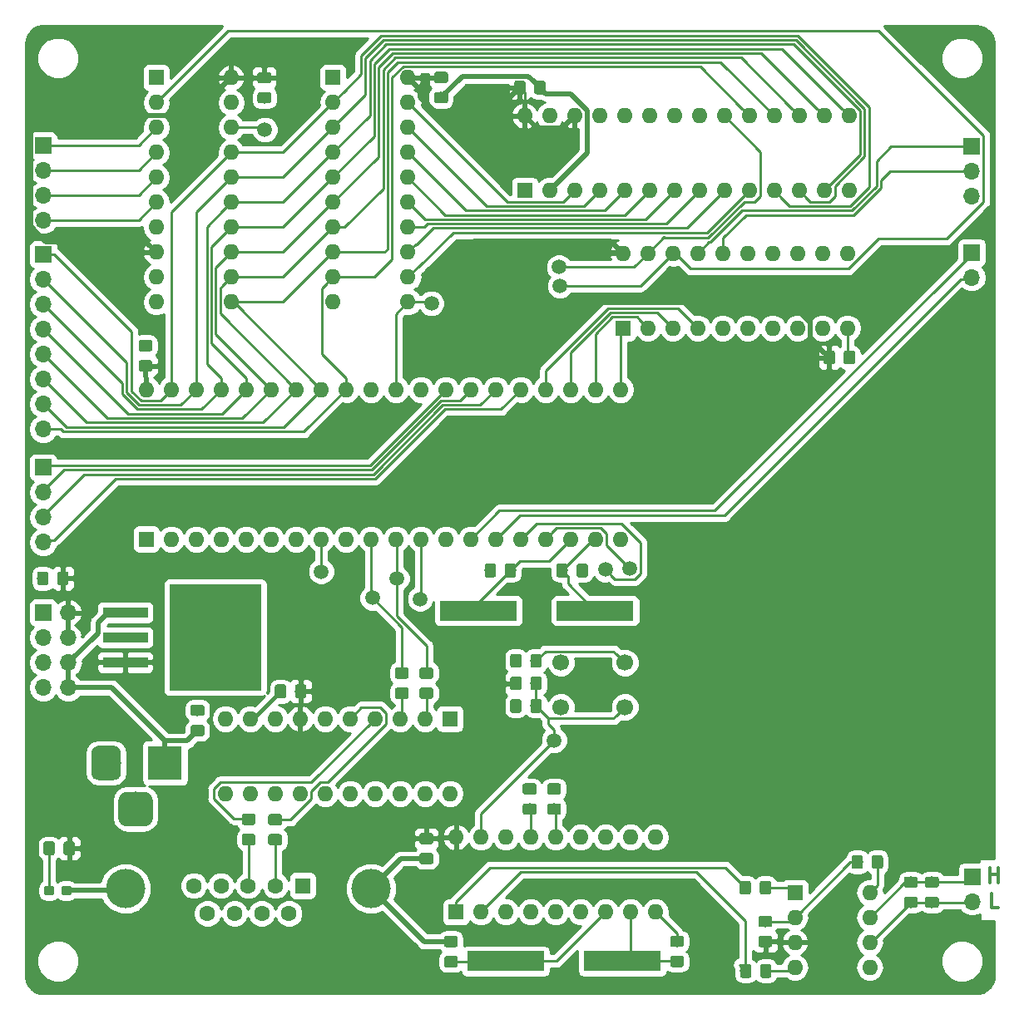
<source format=gbr>
G04 #@! TF.GenerationSoftware,KiCad,Pcbnew,5.0.0-fee4fd1~66~ubuntu16.04.1*
G04 #@! TF.CreationDate,2018-11-19T11:17:55+01:00*
G04 #@! TF.ProjectId,byggern,6279676765726E2E6B696361645F7063,rev?*
G04 #@! TF.SameCoordinates,Original*
G04 #@! TF.FileFunction,Copper,L1,Top,Signal*
G04 #@! TF.FilePolarity,Positive*
%FSLAX46Y46*%
G04 Gerber Fmt 4.6, Leading zero omitted, Abs format (unit mm)*
G04 Created by KiCad (PCBNEW 5.0.0-fee4fd1~66~ubuntu16.04.1) date Mon Nov 19 11:17:55 2018*
%MOMM*%
%LPD*%
G01*
G04 APERTURE LIST*
G04 #@! TA.AperFunction,NonConductor*
%ADD10C,0.300000*%
G04 #@! TD*
G04 #@! TA.AperFunction,ComponentPad*
%ADD11R,1.600000X1.600000*%
G04 #@! TD*
G04 #@! TA.AperFunction,ComponentPad*
%ADD12O,1.600000X1.600000*%
G04 #@! TD*
G04 #@! TA.AperFunction,Conductor*
%ADD13C,0.100000*%
G04 #@! TD*
G04 #@! TA.AperFunction,SMDPad,CuDef*
%ADD14C,1.150000*%
G04 #@! TD*
G04 #@! TA.AperFunction,ComponentPad*
%ADD15C,1.600000*%
G04 #@! TD*
G04 #@! TA.AperFunction,ComponentPad*
%ADD16C,4.000000*%
G04 #@! TD*
G04 #@! TA.AperFunction,SMDPad,CuDef*
%ADD17R,4.600000X1.100000*%
G04 #@! TD*
G04 #@! TA.AperFunction,SMDPad,CuDef*
%ADD18R,9.400000X10.800000*%
G04 #@! TD*
G04 #@! TA.AperFunction,ComponentPad*
%ADD19R,3.500000X3.500000*%
G04 #@! TD*
G04 #@! TA.AperFunction,ComponentPad*
%ADD20C,3.000000*%
G04 #@! TD*
G04 #@! TA.AperFunction,ComponentPad*
%ADD21C,3.500000*%
G04 #@! TD*
G04 #@! TA.AperFunction,SMDPad,CuDef*
%ADD22R,7.875000X2.000000*%
G04 #@! TD*
G04 #@! TA.AperFunction,ComponentPad*
%ADD23R,1.700000X1.700000*%
G04 #@! TD*
G04 #@! TA.AperFunction,ComponentPad*
%ADD24O,1.700000X1.700000*%
G04 #@! TD*
G04 #@! TA.AperFunction,SMDPad,CuDef*
%ADD25C,0.950000*%
G04 #@! TD*
G04 #@! TA.AperFunction,ComponentPad*
%ADD26C,1.700000*%
G04 #@! TD*
G04 #@! TA.AperFunction,BGAPad,CuDef*
%ADD27C,1.500000*%
G04 #@! TD*
G04 #@! TA.AperFunction,ViaPad*
%ADD28C,0.800000*%
G04 #@! TD*
G04 #@! TA.AperFunction,Conductor*
%ADD29C,0.250000*%
G04 #@! TD*
G04 #@! TA.AperFunction,Conductor*
%ADD30C,0.400000*%
G04 #@! TD*
G04 #@! TA.AperFunction,Conductor*
%ADD31C,0.500000*%
G04 #@! TD*
G04 #@! TA.AperFunction,Conductor*
%ADD32C,0.254000*%
G04 #@! TD*
G04 APERTURE END LIST*
D10*
X119214285Y-111278571D02*
X118500000Y-111278571D01*
X118500000Y-109778571D01*
X118371428Y-108678571D02*
X118371428Y-107178571D01*
X118371428Y-107892857D02*
X119228571Y-107892857D01*
X119228571Y-108678571D02*
X119228571Y-107178571D01*
D11*
G04 #@! TO.P,U3,1*
G04 #@! TO.N,GND*
X51500000Y-26700000D03*
D12*
G04 #@! TO.P,U3,11*
G04 #@! TO.N,/LE*
X59120000Y-49560000D03*
G04 #@! TO.P,U3,2*
G04 #@! TO.N,/A0*
X51500000Y-29240000D03*
G04 #@! TO.P,U3,12*
G04 #@! TO.N,/AL0*
X59120000Y-47020000D03*
G04 #@! TO.P,U3,3*
G04 #@! TO.N,/A1*
X51500000Y-31780000D03*
G04 #@! TO.P,U3,13*
G04 #@! TO.N,/AL1*
X59120000Y-44480000D03*
G04 #@! TO.P,U3,4*
G04 #@! TO.N,/A2*
X51500000Y-34320000D03*
G04 #@! TO.P,U3,14*
G04 #@! TO.N,/AL2*
X59120000Y-41940000D03*
G04 #@! TO.P,U3,5*
G04 #@! TO.N,/A3*
X51500000Y-36860000D03*
G04 #@! TO.P,U3,15*
G04 #@! TO.N,/AL3*
X59120000Y-39400000D03*
G04 #@! TO.P,U3,6*
G04 #@! TO.N,/A4*
X51500000Y-39400000D03*
G04 #@! TO.P,U3,16*
G04 #@! TO.N,/AL4*
X59120000Y-36860000D03*
G04 #@! TO.P,U3,7*
G04 #@! TO.N,/A5*
X51500000Y-41940000D03*
G04 #@! TO.P,U3,17*
G04 #@! TO.N,/AL5*
X59120000Y-34320000D03*
G04 #@! TO.P,U3,8*
G04 #@! TO.N,/A6*
X51500000Y-44480000D03*
G04 #@! TO.P,U3,18*
G04 #@! TO.N,/AL6*
X59120000Y-31780000D03*
G04 #@! TO.P,U3,9*
G04 #@! TO.N,/A7*
X51500000Y-47020000D03*
G04 #@! TO.P,U3,19*
G04 #@! TO.N,/AL7*
X59120000Y-29240000D03*
G04 #@! TO.P,U3,10*
G04 #@! TO.N,GND*
X51500000Y-49560000D03*
G04 #@! TO.P,U3,20*
G04 #@! TO.N,VCC*
X59120000Y-26700000D03*
G04 #@! TD*
D13*
G04 #@! TO.N,Net-(C1-Pad1)*
G04 #@! TO.C,C1*
G36*
X75149505Y-76201204D02*
X75173773Y-76204804D01*
X75197572Y-76210765D01*
X75220671Y-76219030D01*
X75242850Y-76229520D01*
X75263893Y-76242132D01*
X75283599Y-76256747D01*
X75301777Y-76273223D01*
X75318253Y-76291401D01*
X75332868Y-76311107D01*
X75345480Y-76332150D01*
X75355970Y-76354329D01*
X75364235Y-76377428D01*
X75370196Y-76401227D01*
X75373796Y-76425495D01*
X75375000Y-76449999D01*
X75375000Y-77350001D01*
X75373796Y-77374505D01*
X75370196Y-77398773D01*
X75364235Y-77422572D01*
X75355970Y-77445671D01*
X75345480Y-77467850D01*
X75332868Y-77488893D01*
X75318253Y-77508599D01*
X75301777Y-77526777D01*
X75283599Y-77543253D01*
X75263893Y-77557868D01*
X75242850Y-77570480D01*
X75220671Y-77580970D01*
X75197572Y-77589235D01*
X75173773Y-77595196D01*
X75149505Y-77598796D01*
X75125001Y-77600000D01*
X74474999Y-77600000D01*
X74450495Y-77598796D01*
X74426227Y-77595196D01*
X74402428Y-77589235D01*
X74379329Y-77580970D01*
X74357150Y-77570480D01*
X74336107Y-77557868D01*
X74316401Y-77543253D01*
X74298223Y-77526777D01*
X74281747Y-77508599D01*
X74267132Y-77488893D01*
X74254520Y-77467850D01*
X74244030Y-77445671D01*
X74235765Y-77422572D01*
X74229804Y-77398773D01*
X74226204Y-77374505D01*
X74225000Y-77350001D01*
X74225000Y-76449999D01*
X74226204Y-76425495D01*
X74229804Y-76401227D01*
X74235765Y-76377428D01*
X74244030Y-76354329D01*
X74254520Y-76332150D01*
X74267132Y-76311107D01*
X74281747Y-76291401D01*
X74298223Y-76273223D01*
X74316401Y-76256747D01*
X74336107Y-76242132D01*
X74357150Y-76229520D01*
X74379329Y-76219030D01*
X74402428Y-76210765D01*
X74426227Y-76204804D01*
X74450495Y-76201204D01*
X74474999Y-76200000D01*
X75125001Y-76200000D01*
X75149505Y-76201204D01*
X75149505Y-76201204D01*
G37*
D14*
G04 #@! TD*
G04 #@! TO.P,C1,1*
G04 #@! TO.N,Net-(C1-Pad1)*
X74800000Y-76900000D03*
D13*
G04 #@! TO.N,GND*
G04 #@! TO.C,C1*
G36*
X77199505Y-76201204D02*
X77223773Y-76204804D01*
X77247572Y-76210765D01*
X77270671Y-76219030D01*
X77292850Y-76229520D01*
X77313893Y-76242132D01*
X77333599Y-76256747D01*
X77351777Y-76273223D01*
X77368253Y-76291401D01*
X77382868Y-76311107D01*
X77395480Y-76332150D01*
X77405970Y-76354329D01*
X77414235Y-76377428D01*
X77420196Y-76401227D01*
X77423796Y-76425495D01*
X77425000Y-76449999D01*
X77425000Y-77350001D01*
X77423796Y-77374505D01*
X77420196Y-77398773D01*
X77414235Y-77422572D01*
X77405970Y-77445671D01*
X77395480Y-77467850D01*
X77382868Y-77488893D01*
X77368253Y-77508599D01*
X77351777Y-77526777D01*
X77333599Y-77543253D01*
X77313893Y-77557868D01*
X77292850Y-77570480D01*
X77270671Y-77580970D01*
X77247572Y-77589235D01*
X77223773Y-77595196D01*
X77199505Y-77598796D01*
X77175001Y-77600000D01*
X76524999Y-77600000D01*
X76500495Y-77598796D01*
X76476227Y-77595196D01*
X76452428Y-77589235D01*
X76429329Y-77580970D01*
X76407150Y-77570480D01*
X76386107Y-77557868D01*
X76366401Y-77543253D01*
X76348223Y-77526777D01*
X76331747Y-77508599D01*
X76317132Y-77488893D01*
X76304520Y-77467850D01*
X76294030Y-77445671D01*
X76285765Y-77422572D01*
X76279804Y-77398773D01*
X76276204Y-77374505D01*
X76275000Y-77350001D01*
X76275000Y-76449999D01*
X76276204Y-76425495D01*
X76279804Y-76401227D01*
X76285765Y-76377428D01*
X76294030Y-76354329D01*
X76304520Y-76332150D01*
X76317132Y-76311107D01*
X76331747Y-76291401D01*
X76348223Y-76273223D01*
X76366401Y-76256747D01*
X76386107Y-76242132D01*
X76407150Y-76229520D01*
X76429329Y-76219030D01*
X76452428Y-76210765D01*
X76476227Y-76204804D01*
X76500495Y-76201204D01*
X76524999Y-76200000D01*
X77175001Y-76200000D01*
X77199505Y-76201204D01*
X77199505Y-76201204D01*
G37*
D14*
G04 #@! TD*
G04 #@! TO.P,C1,2*
G04 #@! TO.N,GND*
X76850000Y-76900000D03*
D13*
G04 #@! TO.N,GND*
G04 #@! TO.C,C2*
G36*
X67849505Y-76201204D02*
X67873773Y-76204804D01*
X67897572Y-76210765D01*
X67920671Y-76219030D01*
X67942850Y-76229520D01*
X67963893Y-76242132D01*
X67983599Y-76256747D01*
X68001777Y-76273223D01*
X68018253Y-76291401D01*
X68032868Y-76311107D01*
X68045480Y-76332150D01*
X68055970Y-76354329D01*
X68064235Y-76377428D01*
X68070196Y-76401227D01*
X68073796Y-76425495D01*
X68075000Y-76449999D01*
X68075000Y-77350001D01*
X68073796Y-77374505D01*
X68070196Y-77398773D01*
X68064235Y-77422572D01*
X68055970Y-77445671D01*
X68045480Y-77467850D01*
X68032868Y-77488893D01*
X68018253Y-77508599D01*
X68001777Y-77526777D01*
X67983599Y-77543253D01*
X67963893Y-77557868D01*
X67942850Y-77570480D01*
X67920671Y-77580970D01*
X67897572Y-77589235D01*
X67873773Y-77595196D01*
X67849505Y-77598796D01*
X67825001Y-77600000D01*
X67174999Y-77600000D01*
X67150495Y-77598796D01*
X67126227Y-77595196D01*
X67102428Y-77589235D01*
X67079329Y-77580970D01*
X67057150Y-77570480D01*
X67036107Y-77557868D01*
X67016401Y-77543253D01*
X66998223Y-77526777D01*
X66981747Y-77508599D01*
X66967132Y-77488893D01*
X66954520Y-77467850D01*
X66944030Y-77445671D01*
X66935765Y-77422572D01*
X66929804Y-77398773D01*
X66926204Y-77374505D01*
X66925000Y-77350001D01*
X66925000Y-76449999D01*
X66926204Y-76425495D01*
X66929804Y-76401227D01*
X66935765Y-76377428D01*
X66944030Y-76354329D01*
X66954520Y-76332150D01*
X66967132Y-76311107D01*
X66981747Y-76291401D01*
X66998223Y-76273223D01*
X67016401Y-76256747D01*
X67036107Y-76242132D01*
X67057150Y-76229520D01*
X67079329Y-76219030D01*
X67102428Y-76210765D01*
X67126227Y-76204804D01*
X67150495Y-76201204D01*
X67174999Y-76200000D01*
X67825001Y-76200000D01*
X67849505Y-76201204D01*
X67849505Y-76201204D01*
G37*
D14*
G04 #@! TD*
G04 #@! TO.P,C2,2*
G04 #@! TO.N,GND*
X67500000Y-76900000D03*
D13*
G04 #@! TO.N,Net-(C2-Pad1)*
G04 #@! TO.C,C2*
G36*
X69899505Y-76201204D02*
X69923773Y-76204804D01*
X69947572Y-76210765D01*
X69970671Y-76219030D01*
X69992850Y-76229520D01*
X70013893Y-76242132D01*
X70033599Y-76256747D01*
X70051777Y-76273223D01*
X70068253Y-76291401D01*
X70082868Y-76311107D01*
X70095480Y-76332150D01*
X70105970Y-76354329D01*
X70114235Y-76377428D01*
X70120196Y-76401227D01*
X70123796Y-76425495D01*
X70125000Y-76449999D01*
X70125000Y-77350001D01*
X70123796Y-77374505D01*
X70120196Y-77398773D01*
X70114235Y-77422572D01*
X70105970Y-77445671D01*
X70095480Y-77467850D01*
X70082868Y-77488893D01*
X70068253Y-77508599D01*
X70051777Y-77526777D01*
X70033599Y-77543253D01*
X70013893Y-77557868D01*
X69992850Y-77570480D01*
X69970671Y-77580970D01*
X69947572Y-77589235D01*
X69923773Y-77595196D01*
X69899505Y-77598796D01*
X69875001Y-77600000D01*
X69224999Y-77600000D01*
X69200495Y-77598796D01*
X69176227Y-77595196D01*
X69152428Y-77589235D01*
X69129329Y-77580970D01*
X69107150Y-77570480D01*
X69086107Y-77557868D01*
X69066401Y-77543253D01*
X69048223Y-77526777D01*
X69031747Y-77508599D01*
X69017132Y-77488893D01*
X69004520Y-77467850D01*
X68994030Y-77445671D01*
X68985765Y-77422572D01*
X68979804Y-77398773D01*
X68976204Y-77374505D01*
X68975000Y-77350001D01*
X68975000Y-76449999D01*
X68976204Y-76425495D01*
X68979804Y-76401227D01*
X68985765Y-76377428D01*
X68994030Y-76354329D01*
X69004520Y-76332150D01*
X69017132Y-76311107D01*
X69031747Y-76291401D01*
X69048223Y-76273223D01*
X69066401Y-76256747D01*
X69086107Y-76242132D01*
X69107150Y-76229520D01*
X69129329Y-76219030D01*
X69152428Y-76210765D01*
X69176227Y-76204804D01*
X69200495Y-76201204D01*
X69224999Y-76200000D01*
X69875001Y-76200000D01*
X69899505Y-76201204D01*
X69899505Y-76201204D01*
G37*
D14*
G04 #@! TD*
G04 #@! TO.P,C2,1*
G04 #@! TO.N,Net-(C2-Pad1)*
X69550000Y-76900000D03*
D13*
G04 #@! TO.N,GND*
G04 #@! TO.C,C3*
G36*
X70449505Y-90001204D02*
X70473773Y-90004804D01*
X70497572Y-90010765D01*
X70520671Y-90019030D01*
X70542850Y-90029520D01*
X70563893Y-90042132D01*
X70583599Y-90056747D01*
X70601777Y-90073223D01*
X70618253Y-90091401D01*
X70632868Y-90111107D01*
X70645480Y-90132150D01*
X70655970Y-90154329D01*
X70664235Y-90177428D01*
X70670196Y-90201227D01*
X70673796Y-90225495D01*
X70675000Y-90249999D01*
X70675000Y-91150001D01*
X70673796Y-91174505D01*
X70670196Y-91198773D01*
X70664235Y-91222572D01*
X70655970Y-91245671D01*
X70645480Y-91267850D01*
X70632868Y-91288893D01*
X70618253Y-91308599D01*
X70601777Y-91326777D01*
X70583599Y-91343253D01*
X70563893Y-91357868D01*
X70542850Y-91370480D01*
X70520671Y-91380970D01*
X70497572Y-91389235D01*
X70473773Y-91395196D01*
X70449505Y-91398796D01*
X70425001Y-91400000D01*
X69774999Y-91400000D01*
X69750495Y-91398796D01*
X69726227Y-91395196D01*
X69702428Y-91389235D01*
X69679329Y-91380970D01*
X69657150Y-91370480D01*
X69636107Y-91357868D01*
X69616401Y-91343253D01*
X69598223Y-91326777D01*
X69581747Y-91308599D01*
X69567132Y-91288893D01*
X69554520Y-91267850D01*
X69544030Y-91245671D01*
X69535765Y-91222572D01*
X69529804Y-91198773D01*
X69526204Y-91174505D01*
X69525000Y-91150001D01*
X69525000Y-90249999D01*
X69526204Y-90225495D01*
X69529804Y-90201227D01*
X69535765Y-90177428D01*
X69544030Y-90154329D01*
X69554520Y-90132150D01*
X69567132Y-90111107D01*
X69581747Y-90091401D01*
X69598223Y-90073223D01*
X69616401Y-90056747D01*
X69636107Y-90042132D01*
X69657150Y-90029520D01*
X69679329Y-90019030D01*
X69702428Y-90010765D01*
X69726227Y-90004804D01*
X69750495Y-90001204D01*
X69774999Y-90000000D01*
X70425001Y-90000000D01*
X70449505Y-90001204D01*
X70449505Y-90001204D01*
G37*
D14*
G04 #@! TD*
G04 #@! TO.P,C3,2*
G04 #@! TO.N,GND*
X70100000Y-90700000D03*
D13*
G04 #@! TO.N,/~RESET*
G04 #@! TO.C,C3*
G36*
X72499505Y-90001204D02*
X72523773Y-90004804D01*
X72547572Y-90010765D01*
X72570671Y-90019030D01*
X72592850Y-90029520D01*
X72613893Y-90042132D01*
X72633599Y-90056747D01*
X72651777Y-90073223D01*
X72668253Y-90091401D01*
X72682868Y-90111107D01*
X72695480Y-90132150D01*
X72705970Y-90154329D01*
X72714235Y-90177428D01*
X72720196Y-90201227D01*
X72723796Y-90225495D01*
X72725000Y-90249999D01*
X72725000Y-91150001D01*
X72723796Y-91174505D01*
X72720196Y-91198773D01*
X72714235Y-91222572D01*
X72705970Y-91245671D01*
X72695480Y-91267850D01*
X72682868Y-91288893D01*
X72668253Y-91308599D01*
X72651777Y-91326777D01*
X72633599Y-91343253D01*
X72613893Y-91357868D01*
X72592850Y-91370480D01*
X72570671Y-91380970D01*
X72547572Y-91389235D01*
X72523773Y-91395196D01*
X72499505Y-91398796D01*
X72475001Y-91400000D01*
X71824999Y-91400000D01*
X71800495Y-91398796D01*
X71776227Y-91395196D01*
X71752428Y-91389235D01*
X71729329Y-91380970D01*
X71707150Y-91370480D01*
X71686107Y-91357868D01*
X71666401Y-91343253D01*
X71648223Y-91326777D01*
X71631747Y-91308599D01*
X71617132Y-91288893D01*
X71604520Y-91267850D01*
X71594030Y-91245671D01*
X71585765Y-91222572D01*
X71579804Y-91198773D01*
X71576204Y-91174505D01*
X71575000Y-91150001D01*
X71575000Y-90249999D01*
X71576204Y-90225495D01*
X71579804Y-90201227D01*
X71585765Y-90177428D01*
X71594030Y-90154329D01*
X71604520Y-90132150D01*
X71617132Y-90111107D01*
X71631747Y-90091401D01*
X71648223Y-90073223D01*
X71666401Y-90056747D01*
X71686107Y-90042132D01*
X71707150Y-90029520D01*
X71729329Y-90019030D01*
X71752428Y-90010765D01*
X71776227Y-90004804D01*
X71800495Y-90001204D01*
X71824999Y-90000000D01*
X72475001Y-90000000D01*
X72499505Y-90001204D01*
X72499505Y-90001204D01*
G37*
D14*
G04 #@! TD*
G04 #@! TO.P,C3,1*
G04 #@! TO.N,/~RESET*
X72150000Y-90700000D03*
D13*
G04 #@! TO.N,Net-(C4-Pad1)*
G04 #@! TO.C,C4*
G36*
X63974505Y-116176204D02*
X63998773Y-116179804D01*
X64022572Y-116185765D01*
X64045671Y-116194030D01*
X64067850Y-116204520D01*
X64088893Y-116217132D01*
X64108599Y-116231747D01*
X64126777Y-116248223D01*
X64143253Y-116266401D01*
X64157868Y-116286107D01*
X64170480Y-116307150D01*
X64180970Y-116329329D01*
X64189235Y-116352428D01*
X64195196Y-116376227D01*
X64198796Y-116400495D01*
X64200000Y-116424999D01*
X64200000Y-117075001D01*
X64198796Y-117099505D01*
X64195196Y-117123773D01*
X64189235Y-117147572D01*
X64180970Y-117170671D01*
X64170480Y-117192850D01*
X64157868Y-117213893D01*
X64143253Y-117233599D01*
X64126777Y-117251777D01*
X64108599Y-117268253D01*
X64088893Y-117282868D01*
X64067850Y-117295480D01*
X64045671Y-117305970D01*
X64022572Y-117314235D01*
X63998773Y-117320196D01*
X63974505Y-117323796D01*
X63950001Y-117325000D01*
X63049999Y-117325000D01*
X63025495Y-117323796D01*
X63001227Y-117320196D01*
X62977428Y-117314235D01*
X62954329Y-117305970D01*
X62932150Y-117295480D01*
X62911107Y-117282868D01*
X62891401Y-117268253D01*
X62873223Y-117251777D01*
X62856747Y-117233599D01*
X62842132Y-117213893D01*
X62829520Y-117192850D01*
X62819030Y-117170671D01*
X62810765Y-117147572D01*
X62804804Y-117123773D01*
X62801204Y-117099505D01*
X62800000Y-117075001D01*
X62800000Y-116424999D01*
X62801204Y-116400495D01*
X62804804Y-116376227D01*
X62810765Y-116352428D01*
X62819030Y-116329329D01*
X62829520Y-116307150D01*
X62842132Y-116286107D01*
X62856747Y-116266401D01*
X62873223Y-116248223D01*
X62891401Y-116231747D01*
X62911107Y-116217132D01*
X62932150Y-116204520D01*
X62954329Y-116194030D01*
X62977428Y-116185765D01*
X63001227Y-116179804D01*
X63025495Y-116176204D01*
X63049999Y-116175000D01*
X63950001Y-116175000D01*
X63974505Y-116176204D01*
X63974505Y-116176204D01*
G37*
D14*
G04 #@! TD*
G04 #@! TO.P,C4,1*
G04 #@! TO.N,Net-(C4-Pad1)*
X63500000Y-116750000D03*
D13*
G04 #@! TO.N,GND*
G04 #@! TO.C,C4*
G36*
X63974505Y-114126204D02*
X63998773Y-114129804D01*
X64022572Y-114135765D01*
X64045671Y-114144030D01*
X64067850Y-114154520D01*
X64088893Y-114167132D01*
X64108599Y-114181747D01*
X64126777Y-114198223D01*
X64143253Y-114216401D01*
X64157868Y-114236107D01*
X64170480Y-114257150D01*
X64180970Y-114279329D01*
X64189235Y-114302428D01*
X64195196Y-114326227D01*
X64198796Y-114350495D01*
X64200000Y-114374999D01*
X64200000Y-115025001D01*
X64198796Y-115049505D01*
X64195196Y-115073773D01*
X64189235Y-115097572D01*
X64180970Y-115120671D01*
X64170480Y-115142850D01*
X64157868Y-115163893D01*
X64143253Y-115183599D01*
X64126777Y-115201777D01*
X64108599Y-115218253D01*
X64088893Y-115232868D01*
X64067850Y-115245480D01*
X64045671Y-115255970D01*
X64022572Y-115264235D01*
X63998773Y-115270196D01*
X63974505Y-115273796D01*
X63950001Y-115275000D01*
X63049999Y-115275000D01*
X63025495Y-115273796D01*
X63001227Y-115270196D01*
X62977428Y-115264235D01*
X62954329Y-115255970D01*
X62932150Y-115245480D01*
X62911107Y-115232868D01*
X62891401Y-115218253D01*
X62873223Y-115201777D01*
X62856747Y-115183599D01*
X62842132Y-115163893D01*
X62829520Y-115142850D01*
X62819030Y-115120671D01*
X62810765Y-115097572D01*
X62804804Y-115073773D01*
X62801204Y-115049505D01*
X62800000Y-115025001D01*
X62800000Y-114374999D01*
X62801204Y-114350495D01*
X62804804Y-114326227D01*
X62810765Y-114302428D01*
X62819030Y-114279329D01*
X62829520Y-114257150D01*
X62842132Y-114236107D01*
X62856747Y-114216401D01*
X62873223Y-114198223D01*
X62891401Y-114181747D01*
X62911107Y-114167132D01*
X62932150Y-114154520D01*
X62954329Y-114144030D01*
X62977428Y-114135765D01*
X63001227Y-114129804D01*
X63025495Y-114126204D01*
X63049999Y-114125000D01*
X63950001Y-114125000D01*
X63974505Y-114126204D01*
X63974505Y-114126204D01*
G37*
D14*
G04 #@! TD*
G04 #@! TO.P,C4,2*
G04 #@! TO.N,GND*
X63500000Y-114700000D03*
D13*
G04 #@! TO.N,Net-(C5-Pad1)*
G04 #@! TO.C,C5*
G36*
X86974505Y-116151204D02*
X86998773Y-116154804D01*
X87022572Y-116160765D01*
X87045671Y-116169030D01*
X87067850Y-116179520D01*
X87088893Y-116192132D01*
X87108599Y-116206747D01*
X87126777Y-116223223D01*
X87143253Y-116241401D01*
X87157868Y-116261107D01*
X87170480Y-116282150D01*
X87180970Y-116304329D01*
X87189235Y-116327428D01*
X87195196Y-116351227D01*
X87198796Y-116375495D01*
X87200000Y-116399999D01*
X87200000Y-117050001D01*
X87198796Y-117074505D01*
X87195196Y-117098773D01*
X87189235Y-117122572D01*
X87180970Y-117145671D01*
X87170480Y-117167850D01*
X87157868Y-117188893D01*
X87143253Y-117208599D01*
X87126777Y-117226777D01*
X87108599Y-117243253D01*
X87088893Y-117257868D01*
X87067850Y-117270480D01*
X87045671Y-117280970D01*
X87022572Y-117289235D01*
X86998773Y-117295196D01*
X86974505Y-117298796D01*
X86950001Y-117300000D01*
X86049999Y-117300000D01*
X86025495Y-117298796D01*
X86001227Y-117295196D01*
X85977428Y-117289235D01*
X85954329Y-117280970D01*
X85932150Y-117270480D01*
X85911107Y-117257868D01*
X85891401Y-117243253D01*
X85873223Y-117226777D01*
X85856747Y-117208599D01*
X85842132Y-117188893D01*
X85829520Y-117167850D01*
X85819030Y-117145671D01*
X85810765Y-117122572D01*
X85804804Y-117098773D01*
X85801204Y-117074505D01*
X85800000Y-117050001D01*
X85800000Y-116399999D01*
X85801204Y-116375495D01*
X85804804Y-116351227D01*
X85810765Y-116327428D01*
X85819030Y-116304329D01*
X85829520Y-116282150D01*
X85842132Y-116261107D01*
X85856747Y-116241401D01*
X85873223Y-116223223D01*
X85891401Y-116206747D01*
X85911107Y-116192132D01*
X85932150Y-116179520D01*
X85954329Y-116169030D01*
X85977428Y-116160765D01*
X86001227Y-116154804D01*
X86025495Y-116151204D01*
X86049999Y-116150000D01*
X86950001Y-116150000D01*
X86974505Y-116151204D01*
X86974505Y-116151204D01*
G37*
D14*
G04 #@! TD*
G04 #@! TO.P,C5,1*
G04 #@! TO.N,Net-(C5-Pad1)*
X86500000Y-116725000D03*
D13*
G04 #@! TO.N,GND*
G04 #@! TO.C,C5*
G36*
X86974505Y-114101204D02*
X86998773Y-114104804D01*
X87022572Y-114110765D01*
X87045671Y-114119030D01*
X87067850Y-114129520D01*
X87088893Y-114142132D01*
X87108599Y-114156747D01*
X87126777Y-114173223D01*
X87143253Y-114191401D01*
X87157868Y-114211107D01*
X87170480Y-114232150D01*
X87180970Y-114254329D01*
X87189235Y-114277428D01*
X87195196Y-114301227D01*
X87198796Y-114325495D01*
X87200000Y-114349999D01*
X87200000Y-115000001D01*
X87198796Y-115024505D01*
X87195196Y-115048773D01*
X87189235Y-115072572D01*
X87180970Y-115095671D01*
X87170480Y-115117850D01*
X87157868Y-115138893D01*
X87143253Y-115158599D01*
X87126777Y-115176777D01*
X87108599Y-115193253D01*
X87088893Y-115207868D01*
X87067850Y-115220480D01*
X87045671Y-115230970D01*
X87022572Y-115239235D01*
X86998773Y-115245196D01*
X86974505Y-115248796D01*
X86950001Y-115250000D01*
X86049999Y-115250000D01*
X86025495Y-115248796D01*
X86001227Y-115245196D01*
X85977428Y-115239235D01*
X85954329Y-115230970D01*
X85932150Y-115220480D01*
X85911107Y-115207868D01*
X85891401Y-115193253D01*
X85873223Y-115176777D01*
X85856747Y-115158599D01*
X85842132Y-115138893D01*
X85829520Y-115117850D01*
X85819030Y-115095671D01*
X85810765Y-115072572D01*
X85804804Y-115048773D01*
X85801204Y-115024505D01*
X85800000Y-115000001D01*
X85800000Y-114349999D01*
X85801204Y-114325495D01*
X85804804Y-114301227D01*
X85810765Y-114277428D01*
X85819030Y-114254329D01*
X85829520Y-114232150D01*
X85842132Y-114211107D01*
X85856747Y-114191401D01*
X85873223Y-114173223D01*
X85891401Y-114156747D01*
X85911107Y-114142132D01*
X85932150Y-114129520D01*
X85954329Y-114119030D01*
X85977428Y-114110765D01*
X86001227Y-114104804D01*
X86025495Y-114101204D01*
X86049999Y-114100000D01*
X86950001Y-114100000D01*
X86974505Y-114101204D01*
X86974505Y-114101204D01*
G37*
D14*
G04 #@! TD*
G04 #@! TO.P,C5,2*
G04 #@! TO.N,GND*
X86500000Y-114675000D03*
D13*
G04 #@! TO.N,VCC*
G04 #@! TO.C,C6*
G36*
X61474505Y-103626204D02*
X61498773Y-103629804D01*
X61522572Y-103635765D01*
X61545671Y-103644030D01*
X61567850Y-103654520D01*
X61588893Y-103667132D01*
X61608599Y-103681747D01*
X61626777Y-103698223D01*
X61643253Y-103716401D01*
X61657868Y-103736107D01*
X61670480Y-103757150D01*
X61680970Y-103779329D01*
X61689235Y-103802428D01*
X61695196Y-103826227D01*
X61698796Y-103850495D01*
X61700000Y-103874999D01*
X61700000Y-104525001D01*
X61698796Y-104549505D01*
X61695196Y-104573773D01*
X61689235Y-104597572D01*
X61680970Y-104620671D01*
X61670480Y-104642850D01*
X61657868Y-104663893D01*
X61643253Y-104683599D01*
X61626777Y-104701777D01*
X61608599Y-104718253D01*
X61588893Y-104732868D01*
X61567850Y-104745480D01*
X61545671Y-104755970D01*
X61522572Y-104764235D01*
X61498773Y-104770196D01*
X61474505Y-104773796D01*
X61450001Y-104775000D01*
X60549999Y-104775000D01*
X60525495Y-104773796D01*
X60501227Y-104770196D01*
X60477428Y-104764235D01*
X60454329Y-104755970D01*
X60432150Y-104745480D01*
X60411107Y-104732868D01*
X60391401Y-104718253D01*
X60373223Y-104701777D01*
X60356747Y-104683599D01*
X60342132Y-104663893D01*
X60329520Y-104642850D01*
X60319030Y-104620671D01*
X60310765Y-104597572D01*
X60304804Y-104573773D01*
X60301204Y-104549505D01*
X60300000Y-104525001D01*
X60300000Y-103874999D01*
X60301204Y-103850495D01*
X60304804Y-103826227D01*
X60310765Y-103802428D01*
X60319030Y-103779329D01*
X60329520Y-103757150D01*
X60342132Y-103736107D01*
X60356747Y-103716401D01*
X60373223Y-103698223D01*
X60391401Y-103681747D01*
X60411107Y-103667132D01*
X60432150Y-103654520D01*
X60454329Y-103644030D01*
X60477428Y-103635765D01*
X60501227Y-103629804D01*
X60525495Y-103626204D01*
X60549999Y-103625000D01*
X61450001Y-103625000D01*
X61474505Y-103626204D01*
X61474505Y-103626204D01*
G37*
D14*
G04 #@! TD*
G04 #@! TO.P,C6,2*
G04 #@! TO.N,VCC*
X61000000Y-104200000D03*
D13*
G04 #@! TO.N,GND*
G04 #@! TO.C,C6*
G36*
X61474505Y-105676204D02*
X61498773Y-105679804D01*
X61522572Y-105685765D01*
X61545671Y-105694030D01*
X61567850Y-105704520D01*
X61588893Y-105717132D01*
X61608599Y-105731747D01*
X61626777Y-105748223D01*
X61643253Y-105766401D01*
X61657868Y-105786107D01*
X61670480Y-105807150D01*
X61680970Y-105829329D01*
X61689235Y-105852428D01*
X61695196Y-105876227D01*
X61698796Y-105900495D01*
X61700000Y-105924999D01*
X61700000Y-106575001D01*
X61698796Y-106599505D01*
X61695196Y-106623773D01*
X61689235Y-106647572D01*
X61680970Y-106670671D01*
X61670480Y-106692850D01*
X61657868Y-106713893D01*
X61643253Y-106733599D01*
X61626777Y-106751777D01*
X61608599Y-106768253D01*
X61588893Y-106782868D01*
X61567850Y-106795480D01*
X61545671Y-106805970D01*
X61522572Y-106814235D01*
X61498773Y-106820196D01*
X61474505Y-106823796D01*
X61450001Y-106825000D01*
X60549999Y-106825000D01*
X60525495Y-106823796D01*
X60501227Y-106820196D01*
X60477428Y-106814235D01*
X60454329Y-106805970D01*
X60432150Y-106795480D01*
X60411107Y-106782868D01*
X60391401Y-106768253D01*
X60373223Y-106751777D01*
X60356747Y-106733599D01*
X60342132Y-106713893D01*
X60329520Y-106692850D01*
X60319030Y-106670671D01*
X60310765Y-106647572D01*
X60304804Y-106623773D01*
X60301204Y-106599505D01*
X60300000Y-106575001D01*
X60300000Y-105924999D01*
X60301204Y-105900495D01*
X60304804Y-105876227D01*
X60310765Y-105852428D01*
X60319030Y-105829329D01*
X60329520Y-105807150D01*
X60342132Y-105786107D01*
X60356747Y-105766401D01*
X60373223Y-105748223D01*
X60391401Y-105731747D01*
X60411107Y-105717132D01*
X60432150Y-105704520D01*
X60454329Y-105694030D01*
X60477428Y-105685765D01*
X60501227Y-105679804D01*
X60525495Y-105676204D01*
X60549999Y-105675000D01*
X61450001Y-105675000D01*
X61474505Y-105676204D01*
X61474505Y-105676204D01*
G37*
D14*
G04 #@! TD*
G04 #@! TO.P,C6,1*
G04 #@! TO.N,GND*
X61000000Y-106250000D03*
D13*
G04 #@! TO.N,GND*
G04 #@! TO.C,C7*
G36*
X38174505Y-90576204D02*
X38198773Y-90579804D01*
X38222572Y-90585765D01*
X38245671Y-90594030D01*
X38267850Y-90604520D01*
X38288893Y-90617132D01*
X38308599Y-90631747D01*
X38326777Y-90648223D01*
X38343253Y-90666401D01*
X38357868Y-90686107D01*
X38370480Y-90707150D01*
X38380970Y-90729329D01*
X38389235Y-90752428D01*
X38395196Y-90776227D01*
X38398796Y-90800495D01*
X38400000Y-90824999D01*
X38400000Y-91475001D01*
X38398796Y-91499505D01*
X38395196Y-91523773D01*
X38389235Y-91547572D01*
X38380970Y-91570671D01*
X38370480Y-91592850D01*
X38357868Y-91613893D01*
X38343253Y-91633599D01*
X38326777Y-91651777D01*
X38308599Y-91668253D01*
X38288893Y-91682868D01*
X38267850Y-91695480D01*
X38245671Y-91705970D01*
X38222572Y-91714235D01*
X38198773Y-91720196D01*
X38174505Y-91723796D01*
X38150001Y-91725000D01*
X37249999Y-91725000D01*
X37225495Y-91723796D01*
X37201227Y-91720196D01*
X37177428Y-91714235D01*
X37154329Y-91705970D01*
X37132150Y-91695480D01*
X37111107Y-91682868D01*
X37091401Y-91668253D01*
X37073223Y-91651777D01*
X37056747Y-91633599D01*
X37042132Y-91613893D01*
X37029520Y-91592850D01*
X37019030Y-91570671D01*
X37010765Y-91547572D01*
X37004804Y-91523773D01*
X37001204Y-91499505D01*
X37000000Y-91475001D01*
X37000000Y-90824999D01*
X37001204Y-90800495D01*
X37004804Y-90776227D01*
X37010765Y-90752428D01*
X37019030Y-90729329D01*
X37029520Y-90707150D01*
X37042132Y-90686107D01*
X37056747Y-90666401D01*
X37073223Y-90648223D01*
X37091401Y-90631747D01*
X37111107Y-90617132D01*
X37132150Y-90604520D01*
X37154329Y-90594030D01*
X37177428Y-90585765D01*
X37201227Y-90579804D01*
X37225495Y-90576204D01*
X37249999Y-90575000D01*
X38150001Y-90575000D01*
X38174505Y-90576204D01*
X38174505Y-90576204D01*
G37*
D14*
G04 #@! TD*
G04 #@! TO.P,C7,2*
G04 #@! TO.N,GND*
X37700000Y-91150000D03*
D13*
G04 #@! TO.N,+12V*
G04 #@! TO.C,C7*
G36*
X38174505Y-92626204D02*
X38198773Y-92629804D01*
X38222572Y-92635765D01*
X38245671Y-92644030D01*
X38267850Y-92654520D01*
X38288893Y-92667132D01*
X38308599Y-92681747D01*
X38326777Y-92698223D01*
X38343253Y-92716401D01*
X38357868Y-92736107D01*
X38370480Y-92757150D01*
X38380970Y-92779329D01*
X38389235Y-92802428D01*
X38395196Y-92826227D01*
X38398796Y-92850495D01*
X38400000Y-92874999D01*
X38400000Y-93525001D01*
X38398796Y-93549505D01*
X38395196Y-93573773D01*
X38389235Y-93597572D01*
X38380970Y-93620671D01*
X38370480Y-93642850D01*
X38357868Y-93663893D01*
X38343253Y-93683599D01*
X38326777Y-93701777D01*
X38308599Y-93718253D01*
X38288893Y-93732868D01*
X38267850Y-93745480D01*
X38245671Y-93755970D01*
X38222572Y-93764235D01*
X38198773Y-93770196D01*
X38174505Y-93773796D01*
X38150001Y-93775000D01*
X37249999Y-93775000D01*
X37225495Y-93773796D01*
X37201227Y-93770196D01*
X37177428Y-93764235D01*
X37154329Y-93755970D01*
X37132150Y-93745480D01*
X37111107Y-93732868D01*
X37091401Y-93718253D01*
X37073223Y-93701777D01*
X37056747Y-93683599D01*
X37042132Y-93663893D01*
X37029520Y-93642850D01*
X37019030Y-93620671D01*
X37010765Y-93597572D01*
X37004804Y-93573773D01*
X37001204Y-93549505D01*
X37000000Y-93525001D01*
X37000000Y-92874999D01*
X37001204Y-92850495D01*
X37004804Y-92826227D01*
X37010765Y-92802428D01*
X37019030Y-92779329D01*
X37029520Y-92757150D01*
X37042132Y-92736107D01*
X37056747Y-92716401D01*
X37073223Y-92698223D01*
X37091401Y-92681747D01*
X37111107Y-92667132D01*
X37132150Y-92654520D01*
X37154329Y-92644030D01*
X37177428Y-92635765D01*
X37201227Y-92629804D01*
X37225495Y-92626204D01*
X37249999Y-92625000D01*
X38150001Y-92625000D01*
X38174505Y-92626204D01*
X38174505Y-92626204D01*
G37*
D14*
G04 #@! TD*
G04 #@! TO.P,C7,1*
G04 #@! TO.N,+12V*
X37700000Y-93200000D03*
D13*
G04 #@! TO.N,VCC*
G04 #@! TO.C,C8*
G36*
X24349505Y-77001204D02*
X24373773Y-77004804D01*
X24397572Y-77010765D01*
X24420671Y-77019030D01*
X24442850Y-77029520D01*
X24463893Y-77042132D01*
X24483599Y-77056747D01*
X24501777Y-77073223D01*
X24518253Y-77091401D01*
X24532868Y-77111107D01*
X24545480Y-77132150D01*
X24555970Y-77154329D01*
X24564235Y-77177428D01*
X24570196Y-77201227D01*
X24573796Y-77225495D01*
X24575000Y-77249999D01*
X24575000Y-78150001D01*
X24573796Y-78174505D01*
X24570196Y-78198773D01*
X24564235Y-78222572D01*
X24555970Y-78245671D01*
X24545480Y-78267850D01*
X24532868Y-78288893D01*
X24518253Y-78308599D01*
X24501777Y-78326777D01*
X24483599Y-78343253D01*
X24463893Y-78357868D01*
X24442850Y-78370480D01*
X24420671Y-78380970D01*
X24397572Y-78389235D01*
X24373773Y-78395196D01*
X24349505Y-78398796D01*
X24325001Y-78400000D01*
X23674999Y-78400000D01*
X23650495Y-78398796D01*
X23626227Y-78395196D01*
X23602428Y-78389235D01*
X23579329Y-78380970D01*
X23557150Y-78370480D01*
X23536107Y-78357868D01*
X23516401Y-78343253D01*
X23498223Y-78326777D01*
X23481747Y-78308599D01*
X23467132Y-78288893D01*
X23454520Y-78267850D01*
X23444030Y-78245671D01*
X23435765Y-78222572D01*
X23429804Y-78198773D01*
X23426204Y-78174505D01*
X23425000Y-78150001D01*
X23425000Y-77249999D01*
X23426204Y-77225495D01*
X23429804Y-77201227D01*
X23435765Y-77177428D01*
X23444030Y-77154329D01*
X23454520Y-77132150D01*
X23467132Y-77111107D01*
X23481747Y-77091401D01*
X23498223Y-77073223D01*
X23516401Y-77056747D01*
X23536107Y-77042132D01*
X23557150Y-77029520D01*
X23579329Y-77019030D01*
X23602428Y-77010765D01*
X23626227Y-77004804D01*
X23650495Y-77001204D01*
X23674999Y-77000000D01*
X24325001Y-77000000D01*
X24349505Y-77001204D01*
X24349505Y-77001204D01*
G37*
D14*
G04 #@! TD*
G04 #@! TO.P,C8,1*
G04 #@! TO.N,VCC*
X24000000Y-77700000D03*
D13*
G04 #@! TO.N,GND*
G04 #@! TO.C,C8*
G36*
X22299505Y-77001204D02*
X22323773Y-77004804D01*
X22347572Y-77010765D01*
X22370671Y-77019030D01*
X22392850Y-77029520D01*
X22413893Y-77042132D01*
X22433599Y-77056747D01*
X22451777Y-77073223D01*
X22468253Y-77091401D01*
X22482868Y-77111107D01*
X22495480Y-77132150D01*
X22505970Y-77154329D01*
X22514235Y-77177428D01*
X22520196Y-77201227D01*
X22523796Y-77225495D01*
X22525000Y-77249999D01*
X22525000Y-78150001D01*
X22523796Y-78174505D01*
X22520196Y-78198773D01*
X22514235Y-78222572D01*
X22505970Y-78245671D01*
X22495480Y-78267850D01*
X22482868Y-78288893D01*
X22468253Y-78308599D01*
X22451777Y-78326777D01*
X22433599Y-78343253D01*
X22413893Y-78357868D01*
X22392850Y-78370480D01*
X22370671Y-78380970D01*
X22347572Y-78389235D01*
X22323773Y-78395196D01*
X22299505Y-78398796D01*
X22275001Y-78400000D01*
X21624999Y-78400000D01*
X21600495Y-78398796D01*
X21576227Y-78395196D01*
X21552428Y-78389235D01*
X21529329Y-78380970D01*
X21507150Y-78370480D01*
X21486107Y-78357868D01*
X21466401Y-78343253D01*
X21448223Y-78326777D01*
X21431747Y-78308599D01*
X21417132Y-78288893D01*
X21404520Y-78267850D01*
X21394030Y-78245671D01*
X21385765Y-78222572D01*
X21379804Y-78198773D01*
X21376204Y-78174505D01*
X21375000Y-78150001D01*
X21375000Y-77249999D01*
X21376204Y-77225495D01*
X21379804Y-77201227D01*
X21385765Y-77177428D01*
X21394030Y-77154329D01*
X21404520Y-77132150D01*
X21417132Y-77111107D01*
X21431747Y-77091401D01*
X21448223Y-77073223D01*
X21466401Y-77056747D01*
X21486107Y-77042132D01*
X21507150Y-77029520D01*
X21529329Y-77019030D01*
X21552428Y-77010765D01*
X21576227Y-77004804D01*
X21600495Y-77001204D01*
X21624999Y-77000000D01*
X22275001Y-77000000D01*
X22299505Y-77001204D01*
X22299505Y-77001204D01*
G37*
D14*
G04 #@! TD*
G04 #@! TO.P,C8,2*
G04 #@! TO.N,GND*
X21950000Y-77700000D03*
D11*
G04 #@! TO.P,J4,1*
G04 #@! TO.N,N/C*
X48400000Y-109000000D03*
D15*
G04 #@! TO.P,J4,2*
G04 #@! TO.N,Net-(J4-Pad2)*
X45630000Y-109000000D03*
G04 #@! TO.P,J4,3*
G04 #@! TO.N,Net-(J4-Pad3)*
X42860000Y-109000000D03*
G04 #@! TO.P,J4,4*
G04 #@! TO.N,N/C*
X40090000Y-109000000D03*
G04 #@! TO.P,J4,5*
G04 #@! TO.N,GND*
X37320000Y-109000000D03*
G04 #@! TO.P,J4,6*
G04 #@! TO.N,N/C*
X47015000Y-111840000D03*
G04 #@! TO.P,J4,7*
X44245000Y-111840000D03*
G04 #@! TO.P,J4,8*
X41475000Y-111840000D03*
G04 #@! TO.P,J4,9*
X38705000Y-111840000D03*
D16*
G04 #@! TO.P,J4,0*
G04 #@! TO.N,GND*
X30360000Y-109300000D03*
X55360000Y-109300000D03*
G04 #@! TD*
D13*
G04 #@! TO.N,Net-(R1-Pad1)*
G04 #@! TO.C,R1*
G36*
X107249505Y-105901204D02*
X107273773Y-105904804D01*
X107297572Y-105910765D01*
X107320671Y-105919030D01*
X107342850Y-105929520D01*
X107363893Y-105942132D01*
X107383599Y-105956747D01*
X107401777Y-105973223D01*
X107418253Y-105991401D01*
X107432868Y-106011107D01*
X107445480Y-106032150D01*
X107455970Y-106054329D01*
X107464235Y-106077428D01*
X107470196Y-106101227D01*
X107473796Y-106125495D01*
X107475000Y-106149999D01*
X107475000Y-107050001D01*
X107473796Y-107074505D01*
X107470196Y-107098773D01*
X107464235Y-107122572D01*
X107455970Y-107145671D01*
X107445480Y-107167850D01*
X107432868Y-107188893D01*
X107418253Y-107208599D01*
X107401777Y-107226777D01*
X107383599Y-107243253D01*
X107363893Y-107257868D01*
X107342850Y-107270480D01*
X107320671Y-107280970D01*
X107297572Y-107289235D01*
X107273773Y-107295196D01*
X107249505Y-107298796D01*
X107225001Y-107300000D01*
X106574999Y-107300000D01*
X106550495Y-107298796D01*
X106526227Y-107295196D01*
X106502428Y-107289235D01*
X106479329Y-107280970D01*
X106457150Y-107270480D01*
X106436107Y-107257868D01*
X106416401Y-107243253D01*
X106398223Y-107226777D01*
X106381747Y-107208599D01*
X106367132Y-107188893D01*
X106354520Y-107167850D01*
X106344030Y-107145671D01*
X106335765Y-107122572D01*
X106329804Y-107098773D01*
X106326204Y-107074505D01*
X106325000Y-107050001D01*
X106325000Y-106149999D01*
X106326204Y-106125495D01*
X106329804Y-106101227D01*
X106335765Y-106077428D01*
X106344030Y-106054329D01*
X106354520Y-106032150D01*
X106367132Y-106011107D01*
X106381747Y-105991401D01*
X106398223Y-105973223D01*
X106416401Y-105956747D01*
X106436107Y-105942132D01*
X106457150Y-105929520D01*
X106479329Y-105919030D01*
X106502428Y-105910765D01*
X106526227Y-105904804D01*
X106550495Y-105901204D01*
X106574999Y-105900000D01*
X107225001Y-105900000D01*
X107249505Y-105901204D01*
X107249505Y-105901204D01*
G37*
D14*
G04 #@! TD*
G04 #@! TO.P,R1,1*
G04 #@! TO.N,Net-(R1-Pad1)*
X106900000Y-106600000D03*
D13*
G04 #@! TO.N,GND*
G04 #@! TO.C,R1*
G36*
X105199505Y-105901204D02*
X105223773Y-105904804D01*
X105247572Y-105910765D01*
X105270671Y-105919030D01*
X105292850Y-105929520D01*
X105313893Y-105942132D01*
X105333599Y-105956747D01*
X105351777Y-105973223D01*
X105368253Y-105991401D01*
X105382868Y-106011107D01*
X105395480Y-106032150D01*
X105405970Y-106054329D01*
X105414235Y-106077428D01*
X105420196Y-106101227D01*
X105423796Y-106125495D01*
X105425000Y-106149999D01*
X105425000Y-107050001D01*
X105423796Y-107074505D01*
X105420196Y-107098773D01*
X105414235Y-107122572D01*
X105405970Y-107145671D01*
X105395480Y-107167850D01*
X105382868Y-107188893D01*
X105368253Y-107208599D01*
X105351777Y-107226777D01*
X105333599Y-107243253D01*
X105313893Y-107257868D01*
X105292850Y-107270480D01*
X105270671Y-107280970D01*
X105247572Y-107289235D01*
X105223773Y-107295196D01*
X105199505Y-107298796D01*
X105175001Y-107300000D01*
X104524999Y-107300000D01*
X104500495Y-107298796D01*
X104476227Y-107295196D01*
X104452428Y-107289235D01*
X104429329Y-107280970D01*
X104407150Y-107270480D01*
X104386107Y-107257868D01*
X104366401Y-107243253D01*
X104348223Y-107226777D01*
X104331747Y-107208599D01*
X104317132Y-107188893D01*
X104304520Y-107167850D01*
X104294030Y-107145671D01*
X104285765Y-107122572D01*
X104279804Y-107098773D01*
X104276204Y-107074505D01*
X104275000Y-107050001D01*
X104275000Y-106149999D01*
X104276204Y-106125495D01*
X104279804Y-106101227D01*
X104285765Y-106077428D01*
X104294030Y-106054329D01*
X104304520Y-106032150D01*
X104317132Y-106011107D01*
X104331747Y-105991401D01*
X104348223Y-105973223D01*
X104366401Y-105956747D01*
X104386107Y-105942132D01*
X104407150Y-105929520D01*
X104429329Y-105919030D01*
X104452428Y-105910765D01*
X104476227Y-105904804D01*
X104500495Y-105901204D01*
X104524999Y-105900000D01*
X105175001Y-105900000D01*
X105199505Y-105901204D01*
X105199505Y-105901204D01*
G37*
D14*
G04 #@! TD*
G04 #@! TO.P,R1,2*
G04 #@! TO.N,GND*
X104850000Y-106600000D03*
D13*
G04 #@! TO.N,/~RESET*
G04 #@! TO.C,R2*
G36*
X72499505Y-87701204D02*
X72523773Y-87704804D01*
X72547572Y-87710765D01*
X72570671Y-87719030D01*
X72592850Y-87729520D01*
X72613893Y-87742132D01*
X72633599Y-87756747D01*
X72651777Y-87773223D01*
X72668253Y-87791401D01*
X72682868Y-87811107D01*
X72695480Y-87832150D01*
X72705970Y-87854329D01*
X72714235Y-87877428D01*
X72720196Y-87901227D01*
X72723796Y-87925495D01*
X72725000Y-87949999D01*
X72725000Y-88850001D01*
X72723796Y-88874505D01*
X72720196Y-88898773D01*
X72714235Y-88922572D01*
X72705970Y-88945671D01*
X72695480Y-88967850D01*
X72682868Y-88988893D01*
X72668253Y-89008599D01*
X72651777Y-89026777D01*
X72633599Y-89043253D01*
X72613893Y-89057868D01*
X72592850Y-89070480D01*
X72570671Y-89080970D01*
X72547572Y-89089235D01*
X72523773Y-89095196D01*
X72499505Y-89098796D01*
X72475001Y-89100000D01*
X71824999Y-89100000D01*
X71800495Y-89098796D01*
X71776227Y-89095196D01*
X71752428Y-89089235D01*
X71729329Y-89080970D01*
X71707150Y-89070480D01*
X71686107Y-89057868D01*
X71666401Y-89043253D01*
X71648223Y-89026777D01*
X71631747Y-89008599D01*
X71617132Y-88988893D01*
X71604520Y-88967850D01*
X71594030Y-88945671D01*
X71585765Y-88922572D01*
X71579804Y-88898773D01*
X71576204Y-88874505D01*
X71575000Y-88850001D01*
X71575000Y-87949999D01*
X71576204Y-87925495D01*
X71579804Y-87901227D01*
X71585765Y-87877428D01*
X71594030Y-87854329D01*
X71604520Y-87832150D01*
X71617132Y-87811107D01*
X71631747Y-87791401D01*
X71648223Y-87773223D01*
X71666401Y-87756747D01*
X71686107Y-87742132D01*
X71707150Y-87729520D01*
X71729329Y-87719030D01*
X71752428Y-87710765D01*
X71776227Y-87704804D01*
X71800495Y-87701204D01*
X71824999Y-87700000D01*
X72475001Y-87700000D01*
X72499505Y-87701204D01*
X72499505Y-87701204D01*
G37*
D14*
G04 #@! TD*
G04 #@! TO.P,R2,1*
G04 #@! TO.N,/~RESET*
X72150000Y-88400000D03*
D13*
G04 #@! TO.N,VCC*
G04 #@! TO.C,R2*
G36*
X70449505Y-87701204D02*
X70473773Y-87704804D01*
X70497572Y-87710765D01*
X70520671Y-87719030D01*
X70542850Y-87729520D01*
X70563893Y-87742132D01*
X70583599Y-87756747D01*
X70601777Y-87773223D01*
X70618253Y-87791401D01*
X70632868Y-87811107D01*
X70645480Y-87832150D01*
X70655970Y-87854329D01*
X70664235Y-87877428D01*
X70670196Y-87901227D01*
X70673796Y-87925495D01*
X70675000Y-87949999D01*
X70675000Y-88850001D01*
X70673796Y-88874505D01*
X70670196Y-88898773D01*
X70664235Y-88922572D01*
X70655970Y-88945671D01*
X70645480Y-88967850D01*
X70632868Y-88988893D01*
X70618253Y-89008599D01*
X70601777Y-89026777D01*
X70583599Y-89043253D01*
X70563893Y-89057868D01*
X70542850Y-89070480D01*
X70520671Y-89080970D01*
X70497572Y-89089235D01*
X70473773Y-89095196D01*
X70449505Y-89098796D01*
X70425001Y-89100000D01*
X69774999Y-89100000D01*
X69750495Y-89098796D01*
X69726227Y-89095196D01*
X69702428Y-89089235D01*
X69679329Y-89080970D01*
X69657150Y-89070480D01*
X69636107Y-89057868D01*
X69616401Y-89043253D01*
X69598223Y-89026777D01*
X69581747Y-89008599D01*
X69567132Y-88988893D01*
X69554520Y-88967850D01*
X69544030Y-88945671D01*
X69535765Y-88922572D01*
X69529804Y-88898773D01*
X69526204Y-88874505D01*
X69525000Y-88850001D01*
X69525000Y-87949999D01*
X69526204Y-87925495D01*
X69529804Y-87901227D01*
X69535765Y-87877428D01*
X69544030Y-87854329D01*
X69554520Y-87832150D01*
X69567132Y-87811107D01*
X69581747Y-87791401D01*
X69598223Y-87773223D01*
X69616401Y-87756747D01*
X69636107Y-87742132D01*
X69657150Y-87729520D01*
X69679329Y-87719030D01*
X69702428Y-87710765D01*
X69726227Y-87704804D01*
X69750495Y-87701204D01*
X69774999Y-87700000D01*
X70425001Y-87700000D01*
X70449505Y-87701204D01*
X70449505Y-87701204D01*
G37*
D14*
G04 #@! TD*
G04 #@! TO.P,R2,2*
G04 #@! TO.N,VCC*
X70100000Y-88400000D03*
D13*
G04 #@! TO.N,Net-(R3-Pad2)*
G04 #@! TO.C,R3*
G36*
X72499505Y-85401204D02*
X72523773Y-85404804D01*
X72547572Y-85410765D01*
X72570671Y-85419030D01*
X72592850Y-85429520D01*
X72613893Y-85442132D01*
X72633599Y-85456747D01*
X72651777Y-85473223D01*
X72668253Y-85491401D01*
X72682868Y-85511107D01*
X72695480Y-85532150D01*
X72705970Y-85554329D01*
X72714235Y-85577428D01*
X72720196Y-85601227D01*
X72723796Y-85625495D01*
X72725000Y-85649999D01*
X72725000Y-86550001D01*
X72723796Y-86574505D01*
X72720196Y-86598773D01*
X72714235Y-86622572D01*
X72705970Y-86645671D01*
X72695480Y-86667850D01*
X72682868Y-86688893D01*
X72668253Y-86708599D01*
X72651777Y-86726777D01*
X72633599Y-86743253D01*
X72613893Y-86757868D01*
X72592850Y-86770480D01*
X72570671Y-86780970D01*
X72547572Y-86789235D01*
X72523773Y-86795196D01*
X72499505Y-86798796D01*
X72475001Y-86800000D01*
X71824999Y-86800000D01*
X71800495Y-86798796D01*
X71776227Y-86795196D01*
X71752428Y-86789235D01*
X71729329Y-86780970D01*
X71707150Y-86770480D01*
X71686107Y-86757868D01*
X71666401Y-86743253D01*
X71648223Y-86726777D01*
X71631747Y-86708599D01*
X71617132Y-86688893D01*
X71604520Y-86667850D01*
X71594030Y-86645671D01*
X71585765Y-86622572D01*
X71579804Y-86598773D01*
X71576204Y-86574505D01*
X71575000Y-86550001D01*
X71575000Y-85649999D01*
X71576204Y-85625495D01*
X71579804Y-85601227D01*
X71585765Y-85577428D01*
X71594030Y-85554329D01*
X71604520Y-85532150D01*
X71617132Y-85511107D01*
X71631747Y-85491401D01*
X71648223Y-85473223D01*
X71666401Y-85456747D01*
X71686107Y-85442132D01*
X71707150Y-85429520D01*
X71729329Y-85419030D01*
X71752428Y-85410765D01*
X71776227Y-85404804D01*
X71800495Y-85401204D01*
X71824999Y-85400000D01*
X72475001Y-85400000D01*
X72499505Y-85401204D01*
X72499505Y-85401204D01*
G37*
D14*
G04 #@! TD*
G04 #@! TO.P,R3,2*
G04 #@! TO.N,Net-(R3-Pad2)*
X72150000Y-86100000D03*
D13*
G04 #@! TO.N,GND*
G04 #@! TO.C,R3*
G36*
X70449505Y-85401204D02*
X70473773Y-85404804D01*
X70497572Y-85410765D01*
X70520671Y-85419030D01*
X70542850Y-85429520D01*
X70563893Y-85442132D01*
X70583599Y-85456747D01*
X70601777Y-85473223D01*
X70618253Y-85491401D01*
X70632868Y-85511107D01*
X70645480Y-85532150D01*
X70655970Y-85554329D01*
X70664235Y-85577428D01*
X70670196Y-85601227D01*
X70673796Y-85625495D01*
X70675000Y-85649999D01*
X70675000Y-86550001D01*
X70673796Y-86574505D01*
X70670196Y-86598773D01*
X70664235Y-86622572D01*
X70655970Y-86645671D01*
X70645480Y-86667850D01*
X70632868Y-86688893D01*
X70618253Y-86708599D01*
X70601777Y-86726777D01*
X70583599Y-86743253D01*
X70563893Y-86757868D01*
X70542850Y-86770480D01*
X70520671Y-86780970D01*
X70497572Y-86789235D01*
X70473773Y-86795196D01*
X70449505Y-86798796D01*
X70425001Y-86800000D01*
X69774999Y-86800000D01*
X69750495Y-86798796D01*
X69726227Y-86795196D01*
X69702428Y-86789235D01*
X69679329Y-86780970D01*
X69657150Y-86770480D01*
X69636107Y-86757868D01*
X69616401Y-86743253D01*
X69598223Y-86726777D01*
X69581747Y-86708599D01*
X69567132Y-86688893D01*
X69554520Y-86667850D01*
X69544030Y-86645671D01*
X69535765Y-86622572D01*
X69529804Y-86598773D01*
X69526204Y-86574505D01*
X69525000Y-86550001D01*
X69525000Y-85649999D01*
X69526204Y-85625495D01*
X69529804Y-85601227D01*
X69535765Y-85577428D01*
X69544030Y-85554329D01*
X69554520Y-85532150D01*
X69567132Y-85511107D01*
X69581747Y-85491401D01*
X69598223Y-85473223D01*
X69616401Y-85456747D01*
X69636107Y-85442132D01*
X69657150Y-85429520D01*
X69679329Y-85419030D01*
X69702428Y-85410765D01*
X69726227Y-85404804D01*
X69750495Y-85401204D01*
X69774999Y-85400000D01*
X70425001Y-85400000D01*
X70449505Y-85401204D01*
X70449505Y-85401204D01*
G37*
D14*
G04 #@! TD*
G04 #@! TO.P,R3,1*
G04 #@! TO.N,GND*
X70100000Y-86100000D03*
D13*
G04 #@! TO.N,Net-(J3-Pad2)*
G04 #@! TO.C,R4*
G36*
X110774505Y-110126204D02*
X110798773Y-110129804D01*
X110822572Y-110135765D01*
X110845671Y-110144030D01*
X110867850Y-110154520D01*
X110888893Y-110167132D01*
X110908599Y-110181747D01*
X110926777Y-110198223D01*
X110943253Y-110216401D01*
X110957868Y-110236107D01*
X110970480Y-110257150D01*
X110980970Y-110279329D01*
X110989235Y-110302428D01*
X110995196Y-110326227D01*
X110998796Y-110350495D01*
X111000000Y-110374999D01*
X111000000Y-111025001D01*
X110998796Y-111049505D01*
X110995196Y-111073773D01*
X110989235Y-111097572D01*
X110980970Y-111120671D01*
X110970480Y-111142850D01*
X110957868Y-111163893D01*
X110943253Y-111183599D01*
X110926777Y-111201777D01*
X110908599Y-111218253D01*
X110888893Y-111232868D01*
X110867850Y-111245480D01*
X110845671Y-111255970D01*
X110822572Y-111264235D01*
X110798773Y-111270196D01*
X110774505Y-111273796D01*
X110750001Y-111275000D01*
X109849999Y-111275000D01*
X109825495Y-111273796D01*
X109801227Y-111270196D01*
X109777428Y-111264235D01*
X109754329Y-111255970D01*
X109732150Y-111245480D01*
X109711107Y-111232868D01*
X109691401Y-111218253D01*
X109673223Y-111201777D01*
X109656747Y-111183599D01*
X109642132Y-111163893D01*
X109629520Y-111142850D01*
X109619030Y-111120671D01*
X109610765Y-111097572D01*
X109604804Y-111073773D01*
X109601204Y-111049505D01*
X109600000Y-111025001D01*
X109600000Y-110374999D01*
X109601204Y-110350495D01*
X109604804Y-110326227D01*
X109610765Y-110302428D01*
X109619030Y-110279329D01*
X109629520Y-110257150D01*
X109642132Y-110236107D01*
X109656747Y-110216401D01*
X109673223Y-110198223D01*
X109691401Y-110181747D01*
X109711107Y-110167132D01*
X109732150Y-110154520D01*
X109754329Y-110144030D01*
X109777428Y-110135765D01*
X109801227Y-110129804D01*
X109825495Y-110126204D01*
X109849999Y-110125000D01*
X110750001Y-110125000D01*
X110774505Y-110126204D01*
X110774505Y-110126204D01*
G37*
D14*
G04 #@! TD*
G04 #@! TO.P,R4,2*
G04 #@! TO.N,Net-(J3-Pad2)*
X110300000Y-110700000D03*
D13*
G04 #@! TO.N,Net-(J3-Pad1)*
G04 #@! TO.C,R4*
G36*
X110774505Y-108076204D02*
X110798773Y-108079804D01*
X110822572Y-108085765D01*
X110845671Y-108094030D01*
X110867850Y-108104520D01*
X110888893Y-108117132D01*
X110908599Y-108131747D01*
X110926777Y-108148223D01*
X110943253Y-108166401D01*
X110957868Y-108186107D01*
X110970480Y-108207150D01*
X110980970Y-108229329D01*
X110989235Y-108252428D01*
X110995196Y-108276227D01*
X110998796Y-108300495D01*
X111000000Y-108324999D01*
X111000000Y-108975001D01*
X110998796Y-108999505D01*
X110995196Y-109023773D01*
X110989235Y-109047572D01*
X110980970Y-109070671D01*
X110970480Y-109092850D01*
X110957868Y-109113893D01*
X110943253Y-109133599D01*
X110926777Y-109151777D01*
X110908599Y-109168253D01*
X110888893Y-109182868D01*
X110867850Y-109195480D01*
X110845671Y-109205970D01*
X110822572Y-109214235D01*
X110798773Y-109220196D01*
X110774505Y-109223796D01*
X110750001Y-109225000D01*
X109849999Y-109225000D01*
X109825495Y-109223796D01*
X109801227Y-109220196D01*
X109777428Y-109214235D01*
X109754329Y-109205970D01*
X109732150Y-109195480D01*
X109711107Y-109182868D01*
X109691401Y-109168253D01*
X109673223Y-109151777D01*
X109656747Y-109133599D01*
X109642132Y-109113893D01*
X109629520Y-109092850D01*
X109619030Y-109070671D01*
X109610765Y-109047572D01*
X109604804Y-109023773D01*
X109601204Y-108999505D01*
X109600000Y-108975001D01*
X109600000Y-108324999D01*
X109601204Y-108300495D01*
X109604804Y-108276227D01*
X109610765Y-108252428D01*
X109619030Y-108229329D01*
X109629520Y-108207150D01*
X109642132Y-108186107D01*
X109656747Y-108166401D01*
X109673223Y-108148223D01*
X109691401Y-108131747D01*
X109711107Y-108117132D01*
X109732150Y-108104520D01*
X109754329Y-108094030D01*
X109777428Y-108085765D01*
X109801227Y-108079804D01*
X109825495Y-108076204D01*
X109849999Y-108075000D01*
X110750001Y-108075000D01*
X110774505Y-108076204D01*
X110774505Y-108076204D01*
G37*
D14*
G04 #@! TD*
G04 #@! TO.P,R4,1*
G04 #@! TO.N,Net-(J3-Pad1)*
X110300000Y-108650000D03*
D13*
G04 #@! TO.N,Net-(J3-Pad1)*
G04 #@! TO.C,R5*
G36*
X112924505Y-108076204D02*
X112948773Y-108079804D01*
X112972572Y-108085765D01*
X112995671Y-108094030D01*
X113017850Y-108104520D01*
X113038893Y-108117132D01*
X113058599Y-108131747D01*
X113076777Y-108148223D01*
X113093253Y-108166401D01*
X113107868Y-108186107D01*
X113120480Y-108207150D01*
X113130970Y-108229329D01*
X113139235Y-108252428D01*
X113145196Y-108276227D01*
X113148796Y-108300495D01*
X113150000Y-108324999D01*
X113150000Y-108975001D01*
X113148796Y-108999505D01*
X113145196Y-109023773D01*
X113139235Y-109047572D01*
X113130970Y-109070671D01*
X113120480Y-109092850D01*
X113107868Y-109113893D01*
X113093253Y-109133599D01*
X113076777Y-109151777D01*
X113058599Y-109168253D01*
X113038893Y-109182868D01*
X113017850Y-109195480D01*
X112995671Y-109205970D01*
X112972572Y-109214235D01*
X112948773Y-109220196D01*
X112924505Y-109223796D01*
X112900001Y-109225000D01*
X111999999Y-109225000D01*
X111975495Y-109223796D01*
X111951227Y-109220196D01*
X111927428Y-109214235D01*
X111904329Y-109205970D01*
X111882150Y-109195480D01*
X111861107Y-109182868D01*
X111841401Y-109168253D01*
X111823223Y-109151777D01*
X111806747Y-109133599D01*
X111792132Y-109113893D01*
X111779520Y-109092850D01*
X111769030Y-109070671D01*
X111760765Y-109047572D01*
X111754804Y-109023773D01*
X111751204Y-108999505D01*
X111750000Y-108975001D01*
X111750000Y-108324999D01*
X111751204Y-108300495D01*
X111754804Y-108276227D01*
X111760765Y-108252428D01*
X111769030Y-108229329D01*
X111779520Y-108207150D01*
X111792132Y-108186107D01*
X111806747Y-108166401D01*
X111823223Y-108148223D01*
X111841401Y-108131747D01*
X111861107Y-108117132D01*
X111882150Y-108104520D01*
X111904329Y-108094030D01*
X111927428Y-108085765D01*
X111951227Y-108079804D01*
X111975495Y-108076204D01*
X111999999Y-108075000D01*
X112900001Y-108075000D01*
X112924505Y-108076204D01*
X112924505Y-108076204D01*
G37*
D14*
G04 #@! TD*
G04 #@! TO.P,R5,1*
G04 #@! TO.N,Net-(J3-Pad1)*
X112450000Y-108650000D03*
D13*
G04 #@! TO.N,Net-(J3-Pad2)*
G04 #@! TO.C,R5*
G36*
X112924505Y-110126204D02*
X112948773Y-110129804D01*
X112972572Y-110135765D01*
X112995671Y-110144030D01*
X113017850Y-110154520D01*
X113038893Y-110167132D01*
X113058599Y-110181747D01*
X113076777Y-110198223D01*
X113093253Y-110216401D01*
X113107868Y-110236107D01*
X113120480Y-110257150D01*
X113130970Y-110279329D01*
X113139235Y-110302428D01*
X113145196Y-110326227D01*
X113148796Y-110350495D01*
X113150000Y-110374999D01*
X113150000Y-111025001D01*
X113148796Y-111049505D01*
X113145196Y-111073773D01*
X113139235Y-111097572D01*
X113130970Y-111120671D01*
X113120480Y-111142850D01*
X113107868Y-111163893D01*
X113093253Y-111183599D01*
X113076777Y-111201777D01*
X113058599Y-111218253D01*
X113038893Y-111232868D01*
X113017850Y-111245480D01*
X112995671Y-111255970D01*
X112972572Y-111264235D01*
X112948773Y-111270196D01*
X112924505Y-111273796D01*
X112900001Y-111275000D01*
X111999999Y-111275000D01*
X111975495Y-111273796D01*
X111951227Y-111270196D01*
X111927428Y-111264235D01*
X111904329Y-111255970D01*
X111882150Y-111245480D01*
X111861107Y-111232868D01*
X111841401Y-111218253D01*
X111823223Y-111201777D01*
X111806747Y-111183599D01*
X111792132Y-111163893D01*
X111779520Y-111142850D01*
X111769030Y-111120671D01*
X111760765Y-111097572D01*
X111754804Y-111073773D01*
X111751204Y-111049505D01*
X111750000Y-111025001D01*
X111750000Y-110374999D01*
X111751204Y-110350495D01*
X111754804Y-110326227D01*
X111760765Y-110302428D01*
X111769030Y-110279329D01*
X111779520Y-110257150D01*
X111792132Y-110236107D01*
X111806747Y-110216401D01*
X111823223Y-110198223D01*
X111841401Y-110181747D01*
X111861107Y-110167132D01*
X111882150Y-110154520D01*
X111904329Y-110144030D01*
X111927428Y-110135765D01*
X111951227Y-110129804D01*
X111975495Y-110126204D01*
X111999999Y-110125000D01*
X112900001Y-110125000D01*
X112924505Y-110126204D01*
X112924505Y-110126204D01*
G37*
D14*
G04 #@! TD*
G04 #@! TO.P,R5,2*
G04 #@! TO.N,Net-(J3-Pad2)*
X112450000Y-110700000D03*
D17*
G04 #@! TO.P,U1,1*
G04 #@! TO.N,+12V*
X30350000Y-81160000D03*
G04 #@! TO.P,U1,2*
G04 #@! TO.N,GND*
X30350000Y-83700000D03*
G04 #@! TO.P,U1,3*
G04 #@! TO.N,VCC*
X30350000Y-86240000D03*
D18*
G04 #@! TO.P,U1,4*
G04 #@! TO.N,GND*
X39500000Y-83700000D03*
G04 #@! TD*
D11*
G04 #@! TO.P,U2,1*
G04 #@! TO.N,N/C*
X32500000Y-73700000D03*
D12*
G04 #@! TO.P,U2,21*
G04 #@! TO.N,/A8*
X80760000Y-58460000D03*
G04 #@! TO.P,U2,2*
G04 #@! TO.N,N/C*
X35040000Y-73700000D03*
G04 #@! TO.P,U2,22*
G04 #@! TO.N,/A9*
X78220000Y-58460000D03*
G04 #@! TO.P,U2,3*
G04 #@! TO.N,N/C*
X37580000Y-73700000D03*
G04 #@! TO.P,U2,23*
G04 #@! TO.N,/A10*
X75680000Y-58460000D03*
G04 #@! TO.P,U2,4*
G04 #@! TO.N,N/C*
X40120000Y-73700000D03*
G04 #@! TO.P,U2,24*
G04 #@! TO.N,/A11*
X73140000Y-58460000D03*
G04 #@! TO.P,U2,5*
G04 #@! TO.N,/~CS~_MCP*
X42660000Y-73700000D03*
G04 #@! TO.P,U2,25*
G04 #@! TO.N,Net-(J1-Pad4)*
X70600000Y-58460000D03*
G04 #@! TO.P,U2,6*
G04 #@! TO.N,/MOSI*
X45200000Y-73700000D03*
G04 #@! TO.P,U2,26*
G04 #@! TO.N,Net-(J1-Pad3)*
X68060000Y-58460000D03*
G04 #@! TO.P,U2,7*
G04 #@! TO.N,/MISO*
X47740000Y-73700000D03*
G04 #@! TO.P,U2,27*
G04 #@! TO.N,Net-(J1-Pad2)*
X65520000Y-58460000D03*
G04 #@! TO.P,U2,8*
G04 #@! TO.N,/SCK*
X50280000Y-73700000D03*
G04 #@! TO.P,U2,28*
G04 #@! TO.N,Net-(J1-Pad1)*
X62980000Y-58460000D03*
G04 #@! TO.P,U2,9*
G04 #@! TO.N,/~RESET*
X52820000Y-73700000D03*
G04 #@! TO.P,U2,29*
G04 #@! TO.N,N/C*
X60440000Y-58460000D03*
G04 #@! TO.P,U2,10*
G04 #@! TO.N,/RXD_232*
X55360000Y-73700000D03*
G04 #@! TO.P,U2,30*
G04 #@! TO.N,/LE*
X57900000Y-58460000D03*
G04 #@! TO.P,U2,11*
G04 #@! TO.N,/TXD_232*
X57900000Y-73700000D03*
G04 #@! TO.P,U2,31*
G04 #@! TO.N,N/C*
X55360000Y-58460000D03*
G04 #@! TO.P,U2,12*
G04 #@! TO.N,/CAN_~INT*
X60440000Y-73700000D03*
G04 #@! TO.P,U2,32*
G04 #@! TO.N,/A7*
X52820000Y-58460000D03*
G04 #@! TO.P,U2,13*
G04 #@! TO.N,N/C*
X62980000Y-73700000D03*
G04 #@! TO.P,U2,33*
G04 #@! TO.N,/A6*
X50280000Y-58460000D03*
G04 #@! TO.P,U2,14*
G04 #@! TO.N,Net-(J7-Pad1)*
X65520000Y-73700000D03*
G04 #@! TO.P,U2,34*
G04 #@! TO.N,/A5*
X47740000Y-58460000D03*
G04 #@! TO.P,U2,15*
G04 #@! TO.N,Net-(J7-Pad2)*
X68060000Y-73700000D03*
G04 #@! TO.P,U2,35*
G04 #@! TO.N,/A4*
X45200000Y-58460000D03*
G04 #@! TO.P,U2,16*
G04 #@! TO.N,/~WE*
X70600000Y-73700000D03*
G04 #@! TO.P,U2,36*
G04 #@! TO.N,/A3*
X42660000Y-58460000D03*
G04 #@! TO.P,U2,17*
G04 #@! TO.N,/~OE*
X73140000Y-73700000D03*
G04 #@! TO.P,U2,37*
G04 #@! TO.N,/A2*
X40120000Y-58460000D03*
G04 #@! TO.P,U2,18*
G04 #@! TO.N,Net-(C2-Pad1)*
X75680000Y-73700000D03*
G04 #@! TO.P,U2,38*
G04 #@! TO.N,/A1*
X37580000Y-58460000D03*
G04 #@! TO.P,U2,19*
G04 #@! TO.N,Net-(C1-Pad1)*
X78220000Y-73700000D03*
G04 #@! TO.P,U2,39*
G04 #@! TO.N,/A0*
X35040000Y-58460000D03*
G04 #@! TO.P,U2,20*
G04 #@! TO.N,GND*
X80760000Y-73700000D03*
G04 #@! TO.P,U2,40*
G04 #@! TO.N,VCC*
X32500000Y-58460000D03*
G04 #@! TD*
D11*
G04 #@! TO.P,U4,1*
G04 #@! TO.N,/A8*
X81000000Y-52200000D03*
D12*
G04 #@! TO.P,U4,11*
G04 #@! TO.N,N/C*
X103860000Y-44580000D03*
G04 #@! TO.P,U4,2*
G04 #@! TO.N,/A9*
X83540000Y-52200000D03*
G04 #@! TO.P,U4,12*
G04 #@! TO.N,N/C*
X101320000Y-44580000D03*
G04 #@! TO.P,U4,3*
G04 #@! TO.N,/A10*
X86080000Y-52200000D03*
G04 #@! TO.P,U4,13*
G04 #@! TO.N,N/C*
X98780000Y-44580000D03*
G04 #@! TO.P,U4,4*
G04 #@! TO.N,/A11*
X88620000Y-52200000D03*
G04 #@! TO.P,U4,14*
G04 #@! TO.N,N/C*
X96240000Y-44580000D03*
G04 #@! TO.P,U4,5*
X91160000Y-52200000D03*
G04 #@! TO.P,U4,15*
X93700000Y-44580000D03*
G04 #@! TO.P,U4,6*
X93700000Y-52200000D03*
G04 #@! TO.P,U4,16*
G04 #@! TO.N,Net-(J5-Pad2)*
X91160000Y-44580000D03*
G04 #@! TO.P,U4,7*
G04 #@! TO.N,N/C*
X96240000Y-52200000D03*
G04 #@! TO.P,U4,17*
G04 #@! TO.N,Net-(J5-Pad1)*
X88620000Y-44580000D03*
G04 #@! TO.P,U4,8*
G04 #@! TO.N,N/C*
X98780000Y-52200000D03*
G04 #@! TO.P,U4,18*
G04 #@! TO.N,/~CS~_ADC*
X86080000Y-44580000D03*
G04 #@! TO.P,U4,9*
G04 #@! TO.N,N/C*
X101320000Y-52200000D03*
G04 #@! TO.P,U4,19*
G04 #@! TO.N,/~CS~_RAM*
X83540000Y-44580000D03*
G04 #@! TO.P,U4,10*
G04 #@! TO.N,GND*
X103860000Y-52200000D03*
G04 #@! TO.P,U4,20*
G04 #@! TO.N,VCC*
X81000000Y-44580000D03*
G04 #@! TD*
D11*
G04 #@! TO.P,U5,1*
G04 #@! TO.N,Net-(R11-Pad2)*
X64000000Y-111700000D03*
D12*
G04 #@! TO.P,U5,10*
G04 #@! TO.N,N/C*
X84320000Y-104080000D03*
G04 #@! TO.P,U5,2*
G04 #@! TO.N,Net-(R12-Pad2)*
X66540000Y-111700000D03*
G04 #@! TO.P,U5,11*
G04 #@! TO.N,N/C*
X81780000Y-104080000D03*
G04 #@! TO.P,U5,3*
X69080000Y-111700000D03*
G04 #@! TO.P,U5,12*
G04 #@! TO.N,/CAN_~INT*
X79240000Y-104080000D03*
G04 #@! TO.P,U5,4*
G04 #@! TO.N,N/C*
X71620000Y-111700000D03*
G04 #@! TO.P,U5,13*
G04 #@! TO.N,/SCK*
X76700000Y-104080000D03*
G04 #@! TO.P,U5,5*
G04 #@! TO.N,N/C*
X74160000Y-111700000D03*
G04 #@! TO.P,U5,14*
G04 #@! TO.N,Net-(R6-Pad1)*
X74160000Y-104080000D03*
G04 #@! TO.P,U5,6*
G04 #@! TO.N,N/C*
X76700000Y-111700000D03*
G04 #@! TO.P,U5,15*
G04 #@! TO.N,Net-(R7-Pad1)*
X71620000Y-104080000D03*
G04 #@! TO.P,U5,7*
G04 #@! TO.N,Net-(C4-Pad1)*
X79240000Y-111700000D03*
G04 #@! TO.P,U5,16*
G04 #@! TO.N,/~CS~_MCP*
X69080000Y-104080000D03*
G04 #@! TO.P,U5,8*
G04 #@! TO.N,Net-(C5-Pad1)*
X81780000Y-111700000D03*
G04 #@! TO.P,U5,17*
G04 #@! TO.N,/~RESET*
X66540000Y-104080000D03*
G04 #@! TO.P,U5,9*
G04 #@! TO.N,GND*
X84320000Y-111700000D03*
G04 #@! TO.P,U5,18*
G04 #@! TO.N,VCC*
X64000000Y-104080000D03*
G04 #@! TD*
D11*
G04 #@! TO.P,U6,1*
G04 #@! TO.N,N/C*
X71000000Y-38200000D03*
D12*
G04 #@! TO.P,U6,15*
G04 #@! TO.N,/A3*
X104020000Y-30580000D03*
G04 #@! TO.P,U6,2*
G04 #@! TO.N,GND*
X73540000Y-38200000D03*
G04 #@! TO.P,U6,16*
G04 #@! TO.N,/A4*
X101480000Y-30580000D03*
G04 #@! TO.P,U6,3*
G04 #@! TO.N,/AL7*
X76080000Y-38200000D03*
G04 #@! TO.P,U6,17*
G04 #@! TO.N,/A5*
X98940000Y-30580000D03*
G04 #@! TO.P,U6,4*
G04 #@! TO.N,/AL6*
X78620000Y-38200000D03*
G04 #@! TO.P,U6,18*
G04 #@! TO.N,/A6*
X96400000Y-30580000D03*
G04 #@! TO.P,U6,5*
G04 #@! TO.N,/AL5*
X81160000Y-38200000D03*
G04 #@! TO.P,U6,19*
G04 #@! TO.N,/A7*
X93860000Y-30580000D03*
G04 #@! TO.P,U6,6*
G04 #@! TO.N,/AL4*
X83700000Y-38200000D03*
G04 #@! TO.P,U6,20*
G04 #@! TO.N,/~CS~_RAM*
X91320000Y-30580000D03*
G04 #@! TO.P,U6,7*
G04 #@! TO.N,/AL3*
X86240000Y-38200000D03*
G04 #@! TO.P,U6,21*
G04 #@! TO.N,/A10*
X88780000Y-30580000D03*
G04 #@! TO.P,U6,8*
G04 #@! TO.N,/AL2*
X88780000Y-38200000D03*
G04 #@! TO.P,U6,22*
G04 #@! TO.N,/~OE*
X86240000Y-30580000D03*
G04 #@! TO.P,U6,9*
G04 #@! TO.N,/AL1*
X91320000Y-38200000D03*
G04 #@! TO.P,U6,23*
G04 #@! TO.N,/A11*
X83700000Y-30580000D03*
G04 #@! TO.P,U6,10*
G04 #@! TO.N,/AL0*
X93860000Y-38200000D03*
G04 #@! TO.P,U6,24*
G04 #@! TO.N,/A9*
X81160000Y-30580000D03*
G04 #@! TO.P,U6,11*
G04 #@! TO.N,/A0*
X96400000Y-38200000D03*
G04 #@! TO.P,U6,25*
G04 #@! TO.N,/A8*
X78620000Y-30580000D03*
G04 #@! TO.P,U6,12*
G04 #@! TO.N,/A1*
X98940000Y-38200000D03*
G04 #@! TO.P,U6,26*
G04 #@! TO.N,VCC*
X76080000Y-30580000D03*
G04 #@! TO.P,U6,13*
G04 #@! TO.N,/A2*
X101480000Y-38200000D03*
G04 #@! TO.P,U6,27*
G04 #@! TO.N,/~WE*
X73540000Y-30580000D03*
G04 #@! TO.P,U6,14*
G04 #@! TO.N,GND*
X104020000Y-38200000D03*
G04 #@! TO.P,U6,28*
G04 #@! TO.N,VCC*
X71000000Y-30580000D03*
G04 #@! TD*
G04 #@! TO.P,U8,20*
G04 #@! TO.N,VCC*
X41120000Y-26700000D03*
G04 #@! TO.P,U8,10*
G04 #@! TO.N,GND*
X33500000Y-49560000D03*
G04 #@! TO.P,U8,19*
G04 #@! TO.N,/~WE*
X41120000Y-29240000D03*
G04 #@! TO.P,U8,9*
G04 #@! TO.N,/A7*
X33500000Y-47020000D03*
G04 #@! TO.P,U8,18*
G04 #@! TO.N,Net-(TP7-Pad1)*
X41120000Y-31780000D03*
G04 #@! TO.P,U8,8*
G04 #@! TO.N,VCC*
X33500000Y-44480000D03*
G04 #@! TO.P,U8,17*
G04 #@! TO.N,/A0*
X41120000Y-34320000D03*
G04 #@! TO.P,U8,7*
G04 #@! TO.N,GND*
X33500000Y-41940000D03*
G04 #@! TO.P,U8,16*
G04 #@! TO.N,/A1*
X41120000Y-36860000D03*
G04 #@! TO.P,U8,6*
G04 #@! TO.N,Net-(J9-Pad4)*
X33500000Y-39400000D03*
G04 #@! TO.P,U8,15*
G04 #@! TO.N,/A2*
X41120000Y-39400000D03*
G04 #@! TO.P,U8,5*
G04 #@! TO.N,Net-(J9-Pad3)*
X33500000Y-36860000D03*
G04 #@! TO.P,U8,14*
G04 #@! TO.N,/A3*
X41120000Y-41940000D03*
G04 #@! TO.P,U8,4*
G04 #@! TO.N,Net-(J9-Pad2)*
X33500000Y-34320000D03*
G04 #@! TO.P,U8,13*
G04 #@! TO.N,/A4*
X41120000Y-44480000D03*
G04 #@! TO.P,U8,3*
G04 #@! TO.N,Net-(J9-Pad1)*
X33500000Y-31780000D03*
G04 #@! TO.P,U8,12*
G04 #@! TO.N,/A5*
X41120000Y-47020000D03*
G04 #@! TO.P,U8,2*
G04 #@! TO.N,/~CS~_ADC*
X33500000Y-29240000D03*
G04 #@! TO.P,U8,11*
G04 #@! TO.N,/A6*
X41120000Y-49560000D03*
D11*
G04 #@! TO.P,U8,1*
G04 #@! TO.N,/~OE*
X33500000Y-26700000D03*
G04 #@! TD*
G04 #@! TO.P,U9,1*
G04 #@! TO.N,N/C*
X63400000Y-92000000D03*
D12*
G04 #@! TO.P,U9,11*
G04 #@! TO.N,Net-(U9-Pad11)*
X40540000Y-99620000D03*
G04 #@! TO.P,U9,2*
G04 #@! TO.N,Net-(R13-Pad1)*
X60860000Y-92000000D03*
G04 #@! TO.P,U9,12*
G04 #@! TO.N,Net-(U9-Pad12)*
X43080000Y-99620000D03*
G04 #@! TO.P,U9,3*
G04 #@! TO.N,Net-(R14-Pad1)*
X58320000Y-92000000D03*
G04 #@! TO.P,U9,13*
G04 #@! TO.N,N/C*
X45620000Y-99620000D03*
G04 #@! TO.P,U9,4*
G04 #@! TO.N,Net-(R9-Pad2)*
X55780000Y-92000000D03*
G04 #@! TO.P,U9,14*
G04 #@! TO.N,N/C*
X48160000Y-99620000D03*
G04 #@! TO.P,U9,5*
G04 #@! TO.N,Net-(R8-Pad2)*
X53240000Y-92000000D03*
G04 #@! TO.P,U9,15*
G04 #@! TO.N,Net-(U9-Pad11)*
X50700000Y-99620000D03*
G04 #@! TO.P,U9,6*
G04 #@! TO.N,GND*
X50700000Y-92000000D03*
G04 #@! TO.P,U9,16*
G04 #@! TO.N,Net-(U9-Pad10)*
X53240000Y-99620000D03*
G04 #@! TO.P,U9,7*
G04 #@! TO.N,VCC*
X48160000Y-92000000D03*
G04 #@! TO.P,U9,17*
G04 #@! TO.N,Net-(U9-Pad12)*
X55780000Y-99620000D03*
G04 #@! TO.P,U9,8*
G04 #@! TO.N,N/C*
X45620000Y-92000000D03*
G04 #@! TO.P,U9,18*
X58320000Y-99620000D03*
G04 #@! TO.P,U9,9*
G04 #@! TO.N,GND*
X43080000Y-92000000D03*
G04 #@! TO.P,U9,19*
G04 #@! TO.N,N/C*
X60860000Y-99620000D03*
G04 #@! TO.P,U9,10*
G04 #@! TO.N,Net-(U9-Pad10)*
X40540000Y-92000000D03*
G04 #@! TO.P,U9,20*
G04 #@! TO.N,N/C*
X63400000Y-99620000D03*
G04 #@! TD*
D19*
G04 #@! TO.P,U10,1*
G04 #@! TO.N,+12V*
X34400000Y-96500000D03*
D13*
G04 #@! TD*
G04 #@! TO.N,GND*
G04 #@! TO.C,U10*
G36*
X29223513Y-94753611D02*
X29296318Y-94764411D01*
X29367714Y-94782295D01*
X29437013Y-94807090D01*
X29503548Y-94838559D01*
X29566678Y-94876398D01*
X29625795Y-94920242D01*
X29680330Y-94969670D01*
X29729758Y-95024205D01*
X29773602Y-95083322D01*
X29811441Y-95146452D01*
X29842910Y-95212987D01*
X29867705Y-95282286D01*
X29885589Y-95353682D01*
X29896389Y-95426487D01*
X29900000Y-95500000D01*
X29900000Y-97500000D01*
X29896389Y-97573513D01*
X29885589Y-97646318D01*
X29867705Y-97717714D01*
X29842910Y-97787013D01*
X29811441Y-97853548D01*
X29773602Y-97916678D01*
X29729758Y-97975795D01*
X29680330Y-98030330D01*
X29625795Y-98079758D01*
X29566678Y-98123602D01*
X29503548Y-98161441D01*
X29437013Y-98192910D01*
X29367714Y-98217705D01*
X29296318Y-98235589D01*
X29223513Y-98246389D01*
X29150000Y-98250000D01*
X27650000Y-98250000D01*
X27576487Y-98246389D01*
X27503682Y-98235589D01*
X27432286Y-98217705D01*
X27362987Y-98192910D01*
X27296452Y-98161441D01*
X27233322Y-98123602D01*
X27174205Y-98079758D01*
X27119670Y-98030330D01*
X27070242Y-97975795D01*
X27026398Y-97916678D01*
X26988559Y-97853548D01*
X26957090Y-97787013D01*
X26932295Y-97717714D01*
X26914411Y-97646318D01*
X26903611Y-97573513D01*
X26900000Y-97500000D01*
X26900000Y-95500000D01*
X26903611Y-95426487D01*
X26914411Y-95353682D01*
X26932295Y-95282286D01*
X26957090Y-95212987D01*
X26988559Y-95146452D01*
X27026398Y-95083322D01*
X27070242Y-95024205D01*
X27119670Y-94969670D01*
X27174205Y-94920242D01*
X27233322Y-94876398D01*
X27296452Y-94838559D01*
X27362987Y-94807090D01*
X27432286Y-94782295D01*
X27503682Y-94764411D01*
X27576487Y-94753611D01*
X27650000Y-94750000D01*
X29150000Y-94750000D01*
X29223513Y-94753611D01*
X29223513Y-94753611D01*
G37*
D20*
G04 #@! TO.P,U10,2*
G04 #@! TO.N,GND*
X28400000Y-96500000D03*
D13*
G04 #@! TD*
G04 #@! TO.N,GND*
G04 #@! TO.C,U10*
G36*
X32360765Y-99454213D02*
X32445704Y-99466813D01*
X32528999Y-99487677D01*
X32609848Y-99516605D01*
X32687472Y-99553319D01*
X32761124Y-99597464D01*
X32830094Y-99648616D01*
X32893718Y-99706282D01*
X32951384Y-99769906D01*
X33002536Y-99838876D01*
X33046681Y-99912528D01*
X33083395Y-99990152D01*
X33112323Y-100071001D01*
X33133187Y-100154296D01*
X33145787Y-100239235D01*
X33150000Y-100325000D01*
X33150000Y-102075000D01*
X33145787Y-102160765D01*
X33133187Y-102245704D01*
X33112323Y-102328999D01*
X33083395Y-102409848D01*
X33046681Y-102487472D01*
X33002536Y-102561124D01*
X32951384Y-102630094D01*
X32893718Y-102693718D01*
X32830094Y-102751384D01*
X32761124Y-102802536D01*
X32687472Y-102846681D01*
X32609848Y-102883395D01*
X32528999Y-102912323D01*
X32445704Y-102933187D01*
X32360765Y-102945787D01*
X32275000Y-102950000D01*
X30525000Y-102950000D01*
X30439235Y-102945787D01*
X30354296Y-102933187D01*
X30271001Y-102912323D01*
X30190152Y-102883395D01*
X30112528Y-102846681D01*
X30038876Y-102802536D01*
X29969906Y-102751384D01*
X29906282Y-102693718D01*
X29848616Y-102630094D01*
X29797464Y-102561124D01*
X29753319Y-102487472D01*
X29716605Y-102409848D01*
X29687677Y-102328999D01*
X29666813Y-102245704D01*
X29654213Y-102160765D01*
X29650000Y-102075000D01*
X29650000Y-100325000D01*
X29654213Y-100239235D01*
X29666813Y-100154296D01*
X29687677Y-100071001D01*
X29716605Y-99990152D01*
X29753319Y-99912528D01*
X29797464Y-99838876D01*
X29848616Y-99769906D01*
X29906282Y-99706282D01*
X29969906Y-99648616D01*
X30038876Y-99597464D01*
X30112528Y-99553319D01*
X30190152Y-99516605D01*
X30271001Y-99487677D01*
X30354296Y-99466813D01*
X30439235Y-99454213D01*
X30525000Y-99450000D01*
X32275000Y-99450000D01*
X32360765Y-99454213D01*
X32360765Y-99454213D01*
G37*
D21*
G04 #@! TO.P,U10,3*
G04 #@! TO.N,GND*
X31400000Y-101200000D03*
G04 #@! TD*
D22*
G04 #@! TO.P,Y1,1*
G04 #@! TO.N,Net-(C1-Pad1)*
X78175000Y-81000000D03*
G04 #@! TO.P,Y1,2*
G04 #@! TO.N,Net-(C2-Pad1)*
X66300000Y-81000000D03*
G04 #@! TD*
G04 #@! TO.P,Y2,2*
G04 #@! TO.N,Net-(C5-Pad1)*
X80937500Y-116700000D03*
G04 #@! TO.P,Y2,1*
G04 #@! TO.N,Net-(C4-Pad1)*
X69062500Y-116700000D03*
G04 #@! TD*
D23*
G04 #@! TO.P,J1,1*
G04 #@! TO.N,Net-(J1-Pad1)*
X22000000Y-66400000D03*
D24*
G04 #@! TO.P,J1,2*
G04 #@! TO.N,Net-(J1-Pad2)*
X22000000Y-68940000D03*
G04 #@! TO.P,J1,3*
G04 #@! TO.N,Net-(J1-Pad3)*
X22000000Y-71480000D03*
G04 #@! TO.P,J1,4*
G04 #@! TO.N,Net-(J1-Pad4)*
X22000000Y-74020000D03*
G04 #@! TD*
D11*
G04 #@! TO.P,U7,1*
G04 #@! TO.N,Net-(R11-Pad1)*
X98500000Y-109700000D03*
D12*
G04 #@! TO.P,U7,5*
G04 #@! TO.N,N/C*
X106120000Y-117320000D03*
G04 #@! TO.P,U7,2*
G04 #@! TO.N,GND*
X98500000Y-112240000D03*
G04 #@! TO.P,U7,6*
G04 #@! TO.N,Net-(J3-Pad2)*
X106120000Y-114780000D03*
G04 #@! TO.P,U7,3*
G04 #@! TO.N,VCC*
X98500000Y-114780000D03*
G04 #@! TO.P,U7,7*
G04 #@! TO.N,Net-(J3-Pad1)*
X106120000Y-112240000D03*
G04 #@! TO.P,U7,4*
G04 #@! TO.N,Net-(R12-Pad1)*
X98500000Y-117320000D03*
G04 #@! TO.P,U7,8*
G04 #@! TO.N,Net-(R1-Pad1)*
X106120000Y-109700000D03*
G04 #@! TD*
D13*
G04 #@! TO.N,GND*
G04 #@! TO.C,D1*
G36*
X24660779Y-109026144D02*
X24683834Y-109029563D01*
X24706443Y-109035227D01*
X24728387Y-109043079D01*
X24749457Y-109053044D01*
X24769448Y-109065026D01*
X24788168Y-109078910D01*
X24805438Y-109094562D01*
X24821090Y-109111832D01*
X24834974Y-109130552D01*
X24846956Y-109150543D01*
X24856921Y-109171613D01*
X24864773Y-109193557D01*
X24870437Y-109216166D01*
X24873856Y-109239221D01*
X24875000Y-109262500D01*
X24875000Y-109737500D01*
X24873856Y-109760779D01*
X24870437Y-109783834D01*
X24864773Y-109806443D01*
X24856921Y-109828387D01*
X24846956Y-109849457D01*
X24834974Y-109869448D01*
X24821090Y-109888168D01*
X24805438Y-109905438D01*
X24788168Y-109921090D01*
X24769448Y-109934974D01*
X24749457Y-109946956D01*
X24728387Y-109956921D01*
X24706443Y-109964773D01*
X24683834Y-109970437D01*
X24660779Y-109973856D01*
X24637500Y-109975000D01*
X24062500Y-109975000D01*
X24039221Y-109973856D01*
X24016166Y-109970437D01*
X23993557Y-109964773D01*
X23971613Y-109956921D01*
X23950543Y-109946956D01*
X23930552Y-109934974D01*
X23911832Y-109921090D01*
X23894562Y-109905438D01*
X23878910Y-109888168D01*
X23865026Y-109869448D01*
X23853044Y-109849457D01*
X23843079Y-109828387D01*
X23835227Y-109806443D01*
X23829563Y-109783834D01*
X23826144Y-109760779D01*
X23825000Y-109737500D01*
X23825000Y-109262500D01*
X23826144Y-109239221D01*
X23829563Y-109216166D01*
X23835227Y-109193557D01*
X23843079Y-109171613D01*
X23853044Y-109150543D01*
X23865026Y-109130552D01*
X23878910Y-109111832D01*
X23894562Y-109094562D01*
X23911832Y-109078910D01*
X23930552Y-109065026D01*
X23950543Y-109053044D01*
X23971613Y-109043079D01*
X23993557Y-109035227D01*
X24016166Y-109029563D01*
X24039221Y-109026144D01*
X24062500Y-109025000D01*
X24637500Y-109025000D01*
X24660779Y-109026144D01*
X24660779Y-109026144D01*
G37*
D25*
G04 #@! TD*
G04 #@! TO.P,D1,1*
G04 #@! TO.N,GND*
X24350000Y-109500000D03*
D13*
G04 #@! TO.N,Net-(D1-Pad2)*
G04 #@! TO.C,D1*
G36*
X22910779Y-109026144D02*
X22933834Y-109029563D01*
X22956443Y-109035227D01*
X22978387Y-109043079D01*
X22999457Y-109053044D01*
X23019448Y-109065026D01*
X23038168Y-109078910D01*
X23055438Y-109094562D01*
X23071090Y-109111832D01*
X23084974Y-109130552D01*
X23096956Y-109150543D01*
X23106921Y-109171613D01*
X23114773Y-109193557D01*
X23120437Y-109216166D01*
X23123856Y-109239221D01*
X23125000Y-109262500D01*
X23125000Y-109737500D01*
X23123856Y-109760779D01*
X23120437Y-109783834D01*
X23114773Y-109806443D01*
X23106921Y-109828387D01*
X23096956Y-109849457D01*
X23084974Y-109869448D01*
X23071090Y-109888168D01*
X23055438Y-109905438D01*
X23038168Y-109921090D01*
X23019448Y-109934974D01*
X22999457Y-109946956D01*
X22978387Y-109956921D01*
X22956443Y-109964773D01*
X22933834Y-109970437D01*
X22910779Y-109973856D01*
X22887500Y-109975000D01*
X22312500Y-109975000D01*
X22289221Y-109973856D01*
X22266166Y-109970437D01*
X22243557Y-109964773D01*
X22221613Y-109956921D01*
X22200543Y-109946956D01*
X22180552Y-109934974D01*
X22161832Y-109921090D01*
X22144562Y-109905438D01*
X22128910Y-109888168D01*
X22115026Y-109869448D01*
X22103044Y-109849457D01*
X22093079Y-109828387D01*
X22085227Y-109806443D01*
X22079563Y-109783834D01*
X22076144Y-109760779D01*
X22075000Y-109737500D01*
X22075000Y-109262500D01*
X22076144Y-109239221D01*
X22079563Y-109216166D01*
X22085227Y-109193557D01*
X22093079Y-109171613D01*
X22103044Y-109150543D01*
X22115026Y-109130552D01*
X22128910Y-109111832D01*
X22144562Y-109094562D01*
X22161832Y-109078910D01*
X22180552Y-109065026D01*
X22200543Y-109053044D01*
X22221613Y-109043079D01*
X22243557Y-109035227D01*
X22266166Y-109029563D01*
X22289221Y-109026144D01*
X22312500Y-109025000D01*
X22887500Y-109025000D01*
X22910779Y-109026144D01*
X22910779Y-109026144D01*
G37*
D25*
G04 #@! TD*
G04 #@! TO.P,D1,2*
G04 #@! TO.N,Net-(D1-Pad2)*
X22600000Y-109500000D03*
D13*
G04 #@! TO.N,Net-(R6-Pad1)*
G04 #@! TO.C,R6*
G36*
X74474505Y-100626204D02*
X74498773Y-100629804D01*
X74522572Y-100635765D01*
X74545671Y-100644030D01*
X74567850Y-100654520D01*
X74588893Y-100667132D01*
X74608599Y-100681747D01*
X74626777Y-100698223D01*
X74643253Y-100716401D01*
X74657868Y-100736107D01*
X74670480Y-100757150D01*
X74680970Y-100779329D01*
X74689235Y-100802428D01*
X74695196Y-100826227D01*
X74698796Y-100850495D01*
X74700000Y-100874999D01*
X74700000Y-101525001D01*
X74698796Y-101549505D01*
X74695196Y-101573773D01*
X74689235Y-101597572D01*
X74680970Y-101620671D01*
X74670480Y-101642850D01*
X74657868Y-101663893D01*
X74643253Y-101683599D01*
X74626777Y-101701777D01*
X74608599Y-101718253D01*
X74588893Y-101732868D01*
X74567850Y-101745480D01*
X74545671Y-101755970D01*
X74522572Y-101764235D01*
X74498773Y-101770196D01*
X74474505Y-101773796D01*
X74450001Y-101775000D01*
X73549999Y-101775000D01*
X73525495Y-101773796D01*
X73501227Y-101770196D01*
X73477428Y-101764235D01*
X73454329Y-101755970D01*
X73432150Y-101745480D01*
X73411107Y-101732868D01*
X73391401Y-101718253D01*
X73373223Y-101701777D01*
X73356747Y-101683599D01*
X73342132Y-101663893D01*
X73329520Y-101642850D01*
X73319030Y-101620671D01*
X73310765Y-101597572D01*
X73304804Y-101573773D01*
X73301204Y-101549505D01*
X73300000Y-101525001D01*
X73300000Y-100874999D01*
X73301204Y-100850495D01*
X73304804Y-100826227D01*
X73310765Y-100802428D01*
X73319030Y-100779329D01*
X73329520Y-100757150D01*
X73342132Y-100736107D01*
X73356747Y-100716401D01*
X73373223Y-100698223D01*
X73391401Y-100681747D01*
X73411107Y-100667132D01*
X73432150Y-100654520D01*
X73454329Y-100644030D01*
X73477428Y-100635765D01*
X73501227Y-100629804D01*
X73525495Y-100626204D01*
X73549999Y-100625000D01*
X74450001Y-100625000D01*
X74474505Y-100626204D01*
X74474505Y-100626204D01*
G37*
D14*
G04 #@! TD*
G04 #@! TO.P,R6,1*
G04 #@! TO.N,Net-(R6-Pad1)*
X74000000Y-101200000D03*
D13*
G04 #@! TO.N,/MOSI*
G04 #@! TO.C,R6*
G36*
X74474505Y-98576204D02*
X74498773Y-98579804D01*
X74522572Y-98585765D01*
X74545671Y-98594030D01*
X74567850Y-98604520D01*
X74588893Y-98617132D01*
X74608599Y-98631747D01*
X74626777Y-98648223D01*
X74643253Y-98666401D01*
X74657868Y-98686107D01*
X74670480Y-98707150D01*
X74680970Y-98729329D01*
X74689235Y-98752428D01*
X74695196Y-98776227D01*
X74698796Y-98800495D01*
X74700000Y-98824999D01*
X74700000Y-99475001D01*
X74698796Y-99499505D01*
X74695196Y-99523773D01*
X74689235Y-99547572D01*
X74680970Y-99570671D01*
X74670480Y-99592850D01*
X74657868Y-99613893D01*
X74643253Y-99633599D01*
X74626777Y-99651777D01*
X74608599Y-99668253D01*
X74588893Y-99682868D01*
X74567850Y-99695480D01*
X74545671Y-99705970D01*
X74522572Y-99714235D01*
X74498773Y-99720196D01*
X74474505Y-99723796D01*
X74450001Y-99725000D01*
X73549999Y-99725000D01*
X73525495Y-99723796D01*
X73501227Y-99720196D01*
X73477428Y-99714235D01*
X73454329Y-99705970D01*
X73432150Y-99695480D01*
X73411107Y-99682868D01*
X73391401Y-99668253D01*
X73373223Y-99651777D01*
X73356747Y-99633599D01*
X73342132Y-99613893D01*
X73329520Y-99592850D01*
X73319030Y-99570671D01*
X73310765Y-99547572D01*
X73304804Y-99523773D01*
X73301204Y-99499505D01*
X73300000Y-99475001D01*
X73300000Y-98824999D01*
X73301204Y-98800495D01*
X73304804Y-98776227D01*
X73310765Y-98752428D01*
X73319030Y-98729329D01*
X73329520Y-98707150D01*
X73342132Y-98686107D01*
X73356747Y-98666401D01*
X73373223Y-98648223D01*
X73391401Y-98631747D01*
X73411107Y-98617132D01*
X73432150Y-98604520D01*
X73454329Y-98594030D01*
X73477428Y-98585765D01*
X73501227Y-98579804D01*
X73525495Y-98576204D01*
X73549999Y-98575000D01*
X74450001Y-98575000D01*
X74474505Y-98576204D01*
X74474505Y-98576204D01*
G37*
D14*
G04 #@! TD*
G04 #@! TO.P,R6,2*
G04 #@! TO.N,/MOSI*
X74000000Y-99150000D03*
D13*
G04 #@! TO.N,/MISO*
G04 #@! TO.C,R7*
G36*
X71974505Y-98576204D02*
X71998773Y-98579804D01*
X72022572Y-98585765D01*
X72045671Y-98594030D01*
X72067850Y-98604520D01*
X72088893Y-98617132D01*
X72108599Y-98631747D01*
X72126777Y-98648223D01*
X72143253Y-98666401D01*
X72157868Y-98686107D01*
X72170480Y-98707150D01*
X72180970Y-98729329D01*
X72189235Y-98752428D01*
X72195196Y-98776227D01*
X72198796Y-98800495D01*
X72200000Y-98824999D01*
X72200000Y-99475001D01*
X72198796Y-99499505D01*
X72195196Y-99523773D01*
X72189235Y-99547572D01*
X72180970Y-99570671D01*
X72170480Y-99592850D01*
X72157868Y-99613893D01*
X72143253Y-99633599D01*
X72126777Y-99651777D01*
X72108599Y-99668253D01*
X72088893Y-99682868D01*
X72067850Y-99695480D01*
X72045671Y-99705970D01*
X72022572Y-99714235D01*
X71998773Y-99720196D01*
X71974505Y-99723796D01*
X71950001Y-99725000D01*
X71049999Y-99725000D01*
X71025495Y-99723796D01*
X71001227Y-99720196D01*
X70977428Y-99714235D01*
X70954329Y-99705970D01*
X70932150Y-99695480D01*
X70911107Y-99682868D01*
X70891401Y-99668253D01*
X70873223Y-99651777D01*
X70856747Y-99633599D01*
X70842132Y-99613893D01*
X70829520Y-99592850D01*
X70819030Y-99570671D01*
X70810765Y-99547572D01*
X70804804Y-99523773D01*
X70801204Y-99499505D01*
X70800000Y-99475001D01*
X70800000Y-98824999D01*
X70801204Y-98800495D01*
X70804804Y-98776227D01*
X70810765Y-98752428D01*
X70819030Y-98729329D01*
X70829520Y-98707150D01*
X70842132Y-98686107D01*
X70856747Y-98666401D01*
X70873223Y-98648223D01*
X70891401Y-98631747D01*
X70911107Y-98617132D01*
X70932150Y-98604520D01*
X70954329Y-98594030D01*
X70977428Y-98585765D01*
X71001227Y-98579804D01*
X71025495Y-98576204D01*
X71049999Y-98575000D01*
X71950001Y-98575000D01*
X71974505Y-98576204D01*
X71974505Y-98576204D01*
G37*
D14*
G04 #@! TD*
G04 #@! TO.P,R7,2*
G04 #@! TO.N,/MISO*
X71500000Y-99150000D03*
D13*
G04 #@! TO.N,Net-(R7-Pad1)*
G04 #@! TO.C,R7*
G36*
X71974505Y-100626204D02*
X71998773Y-100629804D01*
X72022572Y-100635765D01*
X72045671Y-100644030D01*
X72067850Y-100654520D01*
X72088893Y-100667132D01*
X72108599Y-100681747D01*
X72126777Y-100698223D01*
X72143253Y-100716401D01*
X72157868Y-100736107D01*
X72170480Y-100757150D01*
X72180970Y-100779329D01*
X72189235Y-100802428D01*
X72195196Y-100826227D01*
X72198796Y-100850495D01*
X72200000Y-100874999D01*
X72200000Y-101525001D01*
X72198796Y-101549505D01*
X72195196Y-101573773D01*
X72189235Y-101597572D01*
X72180970Y-101620671D01*
X72170480Y-101642850D01*
X72157868Y-101663893D01*
X72143253Y-101683599D01*
X72126777Y-101701777D01*
X72108599Y-101718253D01*
X72088893Y-101732868D01*
X72067850Y-101745480D01*
X72045671Y-101755970D01*
X72022572Y-101764235D01*
X71998773Y-101770196D01*
X71974505Y-101773796D01*
X71950001Y-101775000D01*
X71049999Y-101775000D01*
X71025495Y-101773796D01*
X71001227Y-101770196D01*
X70977428Y-101764235D01*
X70954329Y-101755970D01*
X70932150Y-101745480D01*
X70911107Y-101732868D01*
X70891401Y-101718253D01*
X70873223Y-101701777D01*
X70856747Y-101683599D01*
X70842132Y-101663893D01*
X70829520Y-101642850D01*
X70819030Y-101620671D01*
X70810765Y-101597572D01*
X70804804Y-101573773D01*
X70801204Y-101549505D01*
X70800000Y-101525001D01*
X70800000Y-100874999D01*
X70801204Y-100850495D01*
X70804804Y-100826227D01*
X70810765Y-100802428D01*
X70819030Y-100779329D01*
X70829520Y-100757150D01*
X70842132Y-100736107D01*
X70856747Y-100716401D01*
X70873223Y-100698223D01*
X70891401Y-100681747D01*
X70911107Y-100667132D01*
X70932150Y-100654520D01*
X70954329Y-100644030D01*
X70977428Y-100635765D01*
X71001227Y-100629804D01*
X71025495Y-100626204D01*
X71049999Y-100625000D01*
X71950001Y-100625000D01*
X71974505Y-100626204D01*
X71974505Y-100626204D01*
G37*
D14*
G04 #@! TD*
G04 #@! TO.P,R7,1*
G04 #@! TO.N,Net-(R7-Pad1)*
X71500000Y-101200000D03*
D13*
G04 #@! TO.N,Net-(R8-Pad2)*
G04 #@! TO.C,R8*
G36*
X46074505Y-101701204D02*
X46098773Y-101704804D01*
X46122572Y-101710765D01*
X46145671Y-101719030D01*
X46167850Y-101729520D01*
X46188893Y-101742132D01*
X46208599Y-101756747D01*
X46226777Y-101773223D01*
X46243253Y-101791401D01*
X46257868Y-101811107D01*
X46270480Y-101832150D01*
X46280970Y-101854329D01*
X46289235Y-101877428D01*
X46295196Y-101901227D01*
X46298796Y-101925495D01*
X46300000Y-101949999D01*
X46300000Y-102600001D01*
X46298796Y-102624505D01*
X46295196Y-102648773D01*
X46289235Y-102672572D01*
X46280970Y-102695671D01*
X46270480Y-102717850D01*
X46257868Y-102738893D01*
X46243253Y-102758599D01*
X46226777Y-102776777D01*
X46208599Y-102793253D01*
X46188893Y-102807868D01*
X46167850Y-102820480D01*
X46145671Y-102830970D01*
X46122572Y-102839235D01*
X46098773Y-102845196D01*
X46074505Y-102848796D01*
X46050001Y-102850000D01*
X45149999Y-102850000D01*
X45125495Y-102848796D01*
X45101227Y-102845196D01*
X45077428Y-102839235D01*
X45054329Y-102830970D01*
X45032150Y-102820480D01*
X45011107Y-102807868D01*
X44991401Y-102793253D01*
X44973223Y-102776777D01*
X44956747Y-102758599D01*
X44942132Y-102738893D01*
X44929520Y-102717850D01*
X44919030Y-102695671D01*
X44910765Y-102672572D01*
X44904804Y-102648773D01*
X44901204Y-102624505D01*
X44900000Y-102600001D01*
X44900000Y-101949999D01*
X44901204Y-101925495D01*
X44904804Y-101901227D01*
X44910765Y-101877428D01*
X44919030Y-101854329D01*
X44929520Y-101832150D01*
X44942132Y-101811107D01*
X44956747Y-101791401D01*
X44973223Y-101773223D01*
X44991401Y-101756747D01*
X45011107Y-101742132D01*
X45032150Y-101729520D01*
X45054329Y-101719030D01*
X45077428Y-101710765D01*
X45101227Y-101704804D01*
X45125495Y-101701204D01*
X45149999Y-101700000D01*
X46050001Y-101700000D01*
X46074505Y-101701204D01*
X46074505Y-101701204D01*
G37*
D14*
G04 #@! TD*
G04 #@! TO.P,R8,2*
G04 #@! TO.N,Net-(R8-Pad2)*
X45600000Y-102275000D03*
D13*
G04 #@! TO.N,Net-(J4-Pad2)*
G04 #@! TO.C,R8*
G36*
X46074505Y-103751204D02*
X46098773Y-103754804D01*
X46122572Y-103760765D01*
X46145671Y-103769030D01*
X46167850Y-103779520D01*
X46188893Y-103792132D01*
X46208599Y-103806747D01*
X46226777Y-103823223D01*
X46243253Y-103841401D01*
X46257868Y-103861107D01*
X46270480Y-103882150D01*
X46280970Y-103904329D01*
X46289235Y-103927428D01*
X46295196Y-103951227D01*
X46298796Y-103975495D01*
X46300000Y-103999999D01*
X46300000Y-104650001D01*
X46298796Y-104674505D01*
X46295196Y-104698773D01*
X46289235Y-104722572D01*
X46280970Y-104745671D01*
X46270480Y-104767850D01*
X46257868Y-104788893D01*
X46243253Y-104808599D01*
X46226777Y-104826777D01*
X46208599Y-104843253D01*
X46188893Y-104857868D01*
X46167850Y-104870480D01*
X46145671Y-104880970D01*
X46122572Y-104889235D01*
X46098773Y-104895196D01*
X46074505Y-104898796D01*
X46050001Y-104900000D01*
X45149999Y-104900000D01*
X45125495Y-104898796D01*
X45101227Y-104895196D01*
X45077428Y-104889235D01*
X45054329Y-104880970D01*
X45032150Y-104870480D01*
X45011107Y-104857868D01*
X44991401Y-104843253D01*
X44973223Y-104826777D01*
X44956747Y-104808599D01*
X44942132Y-104788893D01*
X44929520Y-104767850D01*
X44919030Y-104745671D01*
X44910765Y-104722572D01*
X44904804Y-104698773D01*
X44901204Y-104674505D01*
X44900000Y-104650001D01*
X44900000Y-103999999D01*
X44901204Y-103975495D01*
X44904804Y-103951227D01*
X44910765Y-103927428D01*
X44919030Y-103904329D01*
X44929520Y-103882150D01*
X44942132Y-103861107D01*
X44956747Y-103841401D01*
X44973223Y-103823223D01*
X44991401Y-103806747D01*
X45011107Y-103792132D01*
X45032150Y-103779520D01*
X45054329Y-103769030D01*
X45077428Y-103760765D01*
X45101227Y-103754804D01*
X45125495Y-103751204D01*
X45149999Y-103750000D01*
X46050001Y-103750000D01*
X46074505Y-103751204D01*
X46074505Y-103751204D01*
G37*
D14*
G04 #@! TD*
G04 #@! TO.P,R8,1*
G04 #@! TO.N,Net-(J4-Pad2)*
X45600000Y-104325000D03*
D13*
G04 #@! TO.N,Net-(J4-Pad3)*
G04 #@! TO.C,R9*
G36*
X43374505Y-103726204D02*
X43398773Y-103729804D01*
X43422572Y-103735765D01*
X43445671Y-103744030D01*
X43467850Y-103754520D01*
X43488893Y-103767132D01*
X43508599Y-103781747D01*
X43526777Y-103798223D01*
X43543253Y-103816401D01*
X43557868Y-103836107D01*
X43570480Y-103857150D01*
X43580970Y-103879329D01*
X43589235Y-103902428D01*
X43595196Y-103926227D01*
X43598796Y-103950495D01*
X43600000Y-103974999D01*
X43600000Y-104625001D01*
X43598796Y-104649505D01*
X43595196Y-104673773D01*
X43589235Y-104697572D01*
X43580970Y-104720671D01*
X43570480Y-104742850D01*
X43557868Y-104763893D01*
X43543253Y-104783599D01*
X43526777Y-104801777D01*
X43508599Y-104818253D01*
X43488893Y-104832868D01*
X43467850Y-104845480D01*
X43445671Y-104855970D01*
X43422572Y-104864235D01*
X43398773Y-104870196D01*
X43374505Y-104873796D01*
X43350001Y-104875000D01*
X42449999Y-104875000D01*
X42425495Y-104873796D01*
X42401227Y-104870196D01*
X42377428Y-104864235D01*
X42354329Y-104855970D01*
X42332150Y-104845480D01*
X42311107Y-104832868D01*
X42291401Y-104818253D01*
X42273223Y-104801777D01*
X42256747Y-104783599D01*
X42242132Y-104763893D01*
X42229520Y-104742850D01*
X42219030Y-104720671D01*
X42210765Y-104697572D01*
X42204804Y-104673773D01*
X42201204Y-104649505D01*
X42200000Y-104625001D01*
X42200000Y-103974999D01*
X42201204Y-103950495D01*
X42204804Y-103926227D01*
X42210765Y-103902428D01*
X42219030Y-103879329D01*
X42229520Y-103857150D01*
X42242132Y-103836107D01*
X42256747Y-103816401D01*
X42273223Y-103798223D01*
X42291401Y-103781747D01*
X42311107Y-103767132D01*
X42332150Y-103754520D01*
X42354329Y-103744030D01*
X42377428Y-103735765D01*
X42401227Y-103729804D01*
X42425495Y-103726204D01*
X42449999Y-103725000D01*
X43350001Y-103725000D01*
X43374505Y-103726204D01*
X43374505Y-103726204D01*
G37*
D14*
G04 #@! TD*
G04 #@! TO.P,R9,1*
G04 #@! TO.N,Net-(J4-Pad3)*
X42900000Y-104300000D03*
D13*
G04 #@! TO.N,Net-(R9-Pad2)*
G04 #@! TO.C,R9*
G36*
X43374505Y-101676204D02*
X43398773Y-101679804D01*
X43422572Y-101685765D01*
X43445671Y-101694030D01*
X43467850Y-101704520D01*
X43488893Y-101717132D01*
X43508599Y-101731747D01*
X43526777Y-101748223D01*
X43543253Y-101766401D01*
X43557868Y-101786107D01*
X43570480Y-101807150D01*
X43580970Y-101829329D01*
X43589235Y-101852428D01*
X43595196Y-101876227D01*
X43598796Y-101900495D01*
X43600000Y-101924999D01*
X43600000Y-102575001D01*
X43598796Y-102599505D01*
X43595196Y-102623773D01*
X43589235Y-102647572D01*
X43580970Y-102670671D01*
X43570480Y-102692850D01*
X43557868Y-102713893D01*
X43543253Y-102733599D01*
X43526777Y-102751777D01*
X43508599Y-102768253D01*
X43488893Y-102782868D01*
X43467850Y-102795480D01*
X43445671Y-102805970D01*
X43422572Y-102814235D01*
X43398773Y-102820196D01*
X43374505Y-102823796D01*
X43350001Y-102825000D01*
X42449999Y-102825000D01*
X42425495Y-102823796D01*
X42401227Y-102820196D01*
X42377428Y-102814235D01*
X42354329Y-102805970D01*
X42332150Y-102795480D01*
X42311107Y-102782868D01*
X42291401Y-102768253D01*
X42273223Y-102751777D01*
X42256747Y-102733599D01*
X42242132Y-102713893D01*
X42229520Y-102692850D01*
X42219030Y-102670671D01*
X42210765Y-102647572D01*
X42204804Y-102623773D01*
X42201204Y-102599505D01*
X42200000Y-102575001D01*
X42200000Y-101924999D01*
X42201204Y-101900495D01*
X42204804Y-101876227D01*
X42210765Y-101852428D01*
X42219030Y-101829329D01*
X42229520Y-101807150D01*
X42242132Y-101786107D01*
X42256747Y-101766401D01*
X42273223Y-101748223D01*
X42291401Y-101731747D01*
X42311107Y-101717132D01*
X42332150Y-101704520D01*
X42354329Y-101694030D01*
X42377428Y-101685765D01*
X42401227Y-101679804D01*
X42425495Y-101676204D01*
X42449999Y-101675000D01*
X43350001Y-101675000D01*
X43374505Y-101676204D01*
X43374505Y-101676204D01*
G37*
D14*
G04 #@! TD*
G04 #@! TO.P,R9,2*
G04 #@! TO.N,Net-(R9-Pad2)*
X42900000Y-102250000D03*
D13*
G04 #@! TO.N,Net-(D1-Pad2)*
G04 #@! TO.C,R10*
G36*
X22949505Y-104501204D02*
X22973773Y-104504804D01*
X22997572Y-104510765D01*
X23020671Y-104519030D01*
X23042850Y-104529520D01*
X23063893Y-104542132D01*
X23083599Y-104556747D01*
X23101777Y-104573223D01*
X23118253Y-104591401D01*
X23132868Y-104611107D01*
X23145480Y-104632150D01*
X23155970Y-104654329D01*
X23164235Y-104677428D01*
X23170196Y-104701227D01*
X23173796Y-104725495D01*
X23175000Y-104749999D01*
X23175000Y-105650001D01*
X23173796Y-105674505D01*
X23170196Y-105698773D01*
X23164235Y-105722572D01*
X23155970Y-105745671D01*
X23145480Y-105767850D01*
X23132868Y-105788893D01*
X23118253Y-105808599D01*
X23101777Y-105826777D01*
X23083599Y-105843253D01*
X23063893Y-105857868D01*
X23042850Y-105870480D01*
X23020671Y-105880970D01*
X22997572Y-105889235D01*
X22973773Y-105895196D01*
X22949505Y-105898796D01*
X22925001Y-105900000D01*
X22274999Y-105900000D01*
X22250495Y-105898796D01*
X22226227Y-105895196D01*
X22202428Y-105889235D01*
X22179329Y-105880970D01*
X22157150Y-105870480D01*
X22136107Y-105857868D01*
X22116401Y-105843253D01*
X22098223Y-105826777D01*
X22081747Y-105808599D01*
X22067132Y-105788893D01*
X22054520Y-105767850D01*
X22044030Y-105745671D01*
X22035765Y-105722572D01*
X22029804Y-105698773D01*
X22026204Y-105674505D01*
X22025000Y-105650001D01*
X22025000Y-104749999D01*
X22026204Y-104725495D01*
X22029804Y-104701227D01*
X22035765Y-104677428D01*
X22044030Y-104654329D01*
X22054520Y-104632150D01*
X22067132Y-104611107D01*
X22081747Y-104591401D01*
X22098223Y-104573223D01*
X22116401Y-104556747D01*
X22136107Y-104542132D01*
X22157150Y-104529520D01*
X22179329Y-104519030D01*
X22202428Y-104510765D01*
X22226227Y-104504804D01*
X22250495Y-104501204D01*
X22274999Y-104500000D01*
X22925001Y-104500000D01*
X22949505Y-104501204D01*
X22949505Y-104501204D01*
G37*
D14*
G04 #@! TD*
G04 #@! TO.P,R10,1*
G04 #@! TO.N,Net-(D1-Pad2)*
X22600000Y-105200000D03*
D13*
G04 #@! TO.N,VCC*
G04 #@! TO.C,R10*
G36*
X24999505Y-104501204D02*
X25023773Y-104504804D01*
X25047572Y-104510765D01*
X25070671Y-104519030D01*
X25092850Y-104529520D01*
X25113893Y-104542132D01*
X25133599Y-104556747D01*
X25151777Y-104573223D01*
X25168253Y-104591401D01*
X25182868Y-104611107D01*
X25195480Y-104632150D01*
X25205970Y-104654329D01*
X25214235Y-104677428D01*
X25220196Y-104701227D01*
X25223796Y-104725495D01*
X25225000Y-104749999D01*
X25225000Y-105650001D01*
X25223796Y-105674505D01*
X25220196Y-105698773D01*
X25214235Y-105722572D01*
X25205970Y-105745671D01*
X25195480Y-105767850D01*
X25182868Y-105788893D01*
X25168253Y-105808599D01*
X25151777Y-105826777D01*
X25133599Y-105843253D01*
X25113893Y-105857868D01*
X25092850Y-105870480D01*
X25070671Y-105880970D01*
X25047572Y-105889235D01*
X25023773Y-105895196D01*
X24999505Y-105898796D01*
X24975001Y-105900000D01*
X24324999Y-105900000D01*
X24300495Y-105898796D01*
X24276227Y-105895196D01*
X24252428Y-105889235D01*
X24229329Y-105880970D01*
X24207150Y-105870480D01*
X24186107Y-105857868D01*
X24166401Y-105843253D01*
X24148223Y-105826777D01*
X24131747Y-105808599D01*
X24117132Y-105788893D01*
X24104520Y-105767850D01*
X24094030Y-105745671D01*
X24085765Y-105722572D01*
X24079804Y-105698773D01*
X24076204Y-105674505D01*
X24075000Y-105650001D01*
X24075000Y-104749999D01*
X24076204Y-104725495D01*
X24079804Y-104701227D01*
X24085765Y-104677428D01*
X24094030Y-104654329D01*
X24104520Y-104632150D01*
X24117132Y-104611107D01*
X24131747Y-104591401D01*
X24148223Y-104573223D01*
X24166401Y-104556747D01*
X24186107Y-104542132D01*
X24207150Y-104529520D01*
X24229329Y-104519030D01*
X24252428Y-104510765D01*
X24276227Y-104504804D01*
X24300495Y-104501204D01*
X24324999Y-104500000D01*
X24975001Y-104500000D01*
X24999505Y-104501204D01*
X24999505Y-104501204D01*
G37*
D14*
G04 #@! TD*
G04 #@! TO.P,R10,2*
G04 #@! TO.N,VCC*
X24650000Y-105200000D03*
D13*
G04 #@! TO.N,Net-(R11-Pad1)*
G04 #@! TO.C,R11*
G36*
X95849505Y-108501204D02*
X95873773Y-108504804D01*
X95897572Y-108510765D01*
X95920671Y-108519030D01*
X95942850Y-108529520D01*
X95963893Y-108542132D01*
X95983599Y-108556747D01*
X96001777Y-108573223D01*
X96018253Y-108591401D01*
X96032868Y-108611107D01*
X96045480Y-108632150D01*
X96055970Y-108654329D01*
X96064235Y-108677428D01*
X96070196Y-108701227D01*
X96073796Y-108725495D01*
X96075000Y-108749999D01*
X96075000Y-109650001D01*
X96073796Y-109674505D01*
X96070196Y-109698773D01*
X96064235Y-109722572D01*
X96055970Y-109745671D01*
X96045480Y-109767850D01*
X96032868Y-109788893D01*
X96018253Y-109808599D01*
X96001777Y-109826777D01*
X95983599Y-109843253D01*
X95963893Y-109857868D01*
X95942850Y-109870480D01*
X95920671Y-109880970D01*
X95897572Y-109889235D01*
X95873773Y-109895196D01*
X95849505Y-109898796D01*
X95825001Y-109900000D01*
X95174999Y-109900000D01*
X95150495Y-109898796D01*
X95126227Y-109895196D01*
X95102428Y-109889235D01*
X95079329Y-109880970D01*
X95057150Y-109870480D01*
X95036107Y-109857868D01*
X95016401Y-109843253D01*
X94998223Y-109826777D01*
X94981747Y-109808599D01*
X94967132Y-109788893D01*
X94954520Y-109767850D01*
X94944030Y-109745671D01*
X94935765Y-109722572D01*
X94929804Y-109698773D01*
X94926204Y-109674505D01*
X94925000Y-109650001D01*
X94925000Y-108749999D01*
X94926204Y-108725495D01*
X94929804Y-108701227D01*
X94935765Y-108677428D01*
X94944030Y-108654329D01*
X94954520Y-108632150D01*
X94967132Y-108611107D01*
X94981747Y-108591401D01*
X94998223Y-108573223D01*
X95016401Y-108556747D01*
X95036107Y-108542132D01*
X95057150Y-108529520D01*
X95079329Y-108519030D01*
X95102428Y-108510765D01*
X95126227Y-108504804D01*
X95150495Y-108501204D01*
X95174999Y-108500000D01*
X95825001Y-108500000D01*
X95849505Y-108501204D01*
X95849505Y-108501204D01*
G37*
D14*
G04 #@! TD*
G04 #@! TO.P,R11,1*
G04 #@! TO.N,Net-(R11-Pad1)*
X95500000Y-109200000D03*
D13*
G04 #@! TO.N,Net-(R11-Pad2)*
G04 #@! TO.C,R11*
G36*
X93799505Y-108501204D02*
X93823773Y-108504804D01*
X93847572Y-108510765D01*
X93870671Y-108519030D01*
X93892850Y-108529520D01*
X93913893Y-108542132D01*
X93933599Y-108556747D01*
X93951777Y-108573223D01*
X93968253Y-108591401D01*
X93982868Y-108611107D01*
X93995480Y-108632150D01*
X94005970Y-108654329D01*
X94014235Y-108677428D01*
X94020196Y-108701227D01*
X94023796Y-108725495D01*
X94025000Y-108749999D01*
X94025000Y-109650001D01*
X94023796Y-109674505D01*
X94020196Y-109698773D01*
X94014235Y-109722572D01*
X94005970Y-109745671D01*
X93995480Y-109767850D01*
X93982868Y-109788893D01*
X93968253Y-109808599D01*
X93951777Y-109826777D01*
X93933599Y-109843253D01*
X93913893Y-109857868D01*
X93892850Y-109870480D01*
X93870671Y-109880970D01*
X93847572Y-109889235D01*
X93823773Y-109895196D01*
X93799505Y-109898796D01*
X93775001Y-109900000D01*
X93124999Y-109900000D01*
X93100495Y-109898796D01*
X93076227Y-109895196D01*
X93052428Y-109889235D01*
X93029329Y-109880970D01*
X93007150Y-109870480D01*
X92986107Y-109857868D01*
X92966401Y-109843253D01*
X92948223Y-109826777D01*
X92931747Y-109808599D01*
X92917132Y-109788893D01*
X92904520Y-109767850D01*
X92894030Y-109745671D01*
X92885765Y-109722572D01*
X92879804Y-109698773D01*
X92876204Y-109674505D01*
X92875000Y-109650001D01*
X92875000Y-108749999D01*
X92876204Y-108725495D01*
X92879804Y-108701227D01*
X92885765Y-108677428D01*
X92894030Y-108654329D01*
X92904520Y-108632150D01*
X92917132Y-108611107D01*
X92931747Y-108591401D01*
X92948223Y-108573223D01*
X92966401Y-108556747D01*
X92986107Y-108542132D01*
X93007150Y-108529520D01*
X93029329Y-108519030D01*
X93052428Y-108510765D01*
X93076227Y-108504804D01*
X93100495Y-108501204D01*
X93124999Y-108500000D01*
X93775001Y-108500000D01*
X93799505Y-108501204D01*
X93799505Y-108501204D01*
G37*
D14*
G04 #@! TD*
G04 #@! TO.P,R11,2*
G04 #@! TO.N,Net-(R11-Pad2)*
X93450000Y-109200000D03*
D13*
G04 #@! TO.N,Net-(R12-Pad2)*
G04 #@! TO.C,R12*
G36*
X93849505Y-117001204D02*
X93873773Y-117004804D01*
X93897572Y-117010765D01*
X93920671Y-117019030D01*
X93942850Y-117029520D01*
X93963893Y-117042132D01*
X93983599Y-117056747D01*
X94001777Y-117073223D01*
X94018253Y-117091401D01*
X94032868Y-117111107D01*
X94045480Y-117132150D01*
X94055970Y-117154329D01*
X94064235Y-117177428D01*
X94070196Y-117201227D01*
X94073796Y-117225495D01*
X94075000Y-117249999D01*
X94075000Y-118150001D01*
X94073796Y-118174505D01*
X94070196Y-118198773D01*
X94064235Y-118222572D01*
X94055970Y-118245671D01*
X94045480Y-118267850D01*
X94032868Y-118288893D01*
X94018253Y-118308599D01*
X94001777Y-118326777D01*
X93983599Y-118343253D01*
X93963893Y-118357868D01*
X93942850Y-118370480D01*
X93920671Y-118380970D01*
X93897572Y-118389235D01*
X93873773Y-118395196D01*
X93849505Y-118398796D01*
X93825001Y-118400000D01*
X93174999Y-118400000D01*
X93150495Y-118398796D01*
X93126227Y-118395196D01*
X93102428Y-118389235D01*
X93079329Y-118380970D01*
X93057150Y-118370480D01*
X93036107Y-118357868D01*
X93016401Y-118343253D01*
X92998223Y-118326777D01*
X92981747Y-118308599D01*
X92967132Y-118288893D01*
X92954520Y-118267850D01*
X92944030Y-118245671D01*
X92935765Y-118222572D01*
X92929804Y-118198773D01*
X92926204Y-118174505D01*
X92925000Y-118150001D01*
X92925000Y-117249999D01*
X92926204Y-117225495D01*
X92929804Y-117201227D01*
X92935765Y-117177428D01*
X92944030Y-117154329D01*
X92954520Y-117132150D01*
X92967132Y-117111107D01*
X92981747Y-117091401D01*
X92998223Y-117073223D01*
X93016401Y-117056747D01*
X93036107Y-117042132D01*
X93057150Y-117029520D01*
X93079329Y-117019030D01*
X93102428Y-117010765D01*
X93126227Y-117004804D01*
X93150495Y-117001204D01*
X93174999Y-117000000D01*
X93825001Y-117000000D01*
X93849505Y-117001204D01*
X93849505Y-117001204D01*
G37*
D14*
G04 #@! TD*
G04 #@! TO.P,R12,2*
G04 #@! TO.N,Net-(R12-Pad2)*
X93500000Y-117700000D03*
D13*
G04 #@! TO.N,Net-(R12-Pad1)*
G04 #@! TO.C,R12*
G36*
X95899505Y-117001204D02*
X95923773Y-117004804D01*
X95947572Y-117010765D01*
X95970671Y-117019030D01*
X95992850Y-117029520D01*
X96013893Y-117042132D01*
X96033599Y-117056747D01*
X96051777Y-117073223D01*
X96068253Y-117091401D01*
X96082868Y-117111107D01*
X96095480Y-117132150D01*
X96105970Y-117154329D01*
X96114235Y-117177428D01*
X96120196Y-117201227D01*
X96123796Y-117225495D01*
X96125000Y-117249999D01*
X96125000Y-118150001D01*
X96123796Y-118174505D01*
X96120196Y-118198773D01*
X96114235Y-118222572D01*
X96105970Y-118245671D01*
X96095480Y-118267850D01*
X96082868Y-118288893D01*
X96068253Y-118308599D01*
X96051777Y-118326777D01*
X96033599Y-118343253D01*
X96013893Y-118357868D01*
X95992850Y-118370480D01*
X95970671Y-118380970D01*
X95947572Y-118389235D01*
X95923773Y-118395196D01*
X95899505Y-118398796D01*
X95875001Y-118400000D01*
X95224999Y-118400000D01*
X95200495Y-118398796D01*
X95176227Y-118395196D01*
X95152428Y-118389235D01*
X95129329Y-118380970D01*
X95107150Y-118370480D01*
X95086107Y-118357868D01*
X95066401Y-118343253D01*
X95048223Y-118326777D01*
X95031747Y-118308599D01*
X95017132Y-118288893D01*
X95004520Y-118267850D01*
X94994030Y-118245671D01*
X94985765Y-118222572D01*
X94979804Y-118198773D01*
X94976204Y-118174505D01*
X94975000Y-118150001D01*
X94975000Y-117249999D01*
X94976204Y-117225495D01*
X94979804Y-117201227D01*
X94985765Y-117177428D01*
X94994030Y-117154329D01*
X95004520Y-117132150D01*
X95017132Y-117111107D01*
X95031747Y-117091401D01*
X95048223Y-117073223D01*
X95066401Y-117056747D01*
X95086107Y-117042132D01*
X95107150Y-117029520D01*
X95129329Y-117019030D01*
X95152428Y-117010765D01*
X95176227Y-117004804D01*
X95200495Y-117001204D01*
X95224999Y-117000000D01*
X95875001Y-117000000D01*
X95899505Y-117001204D01*
X95899505Y-117001204D01*
G37*
D14*
G04 #@! TD*
G04 #@! TO.P,R12,1*
G04 #@! TO.N,Net-(R12-Pad1)*
X95550000Y-117700000D03*
D13*
G04 #@! TO.N,Net-(R13-Pad1)*
G04 #@! TO.C,R13*
G36*
X61474505Y-88826204D02*
X61498773Y-88829804D01*
X61522572Y-88835765D01*
X61545671Y-88844030D01*
X61567850Y-88854520D01*
X61588893Y-88867132D01*
X61608599Y-88881747D01*
X61626777Y-88898223D01*
X61643253Y-88916401D01*
X61657868Y-88936107D01*
X61670480Y-88957150D01*
X61680970Y-88979329D01*
X61689235Y-89002428D01*
X61695196Y-89026227D01*
X61698796Y-89050495D01*
X61700000Y-89074999D01*
X61700000Y-89725001D01*
X61698796Y-89749505D01*
X61695196Y-89773773D01*
X61689235Y-89797572D01*
X61680970Y-89820671D01*
X61670480Y-89842850D01*
X61657868Y-89863893D01*
X61643253Y-89883599D01*
X61626777Y-89901777D01*
X61608599Y-89918253D01*
X61588893Y-89932868D01*
X61567850Y-89945480D01*
X61545671Y-89955970D01*
X61522572Y-89964235D01*
X61498773Y-89970196D01*
X61474505Y-89973796D01*
X61450001Y-89975000D01*
X60549999Y-89975000D01*
X60525495Y-89973796D01*
X60501227Y-89970196D01*
X60477428Y-89964235D01*
X60454329Y-89955970D01*
X60432150Y-89945480D01*
X60411107Y-89932868D01*
X60391401Y-89918253D01*
X60373223Y-89901777D01*
X60356747Y-89883599D01*
X60342132Y-89863893D01*
X60329520Y-89842850D01*
X60319030Y-89820671D01*
X60310765Y-89797572D01*
X60304804Y-89773773D01*
X60301204Y-89749505D01*
X60300000Y-89725001D01*
X60300000Y-89074999D01*
X60301204Y-89050495D01*
X60304804Y-89026227D01*
X60310765Y-89002428D01*
X60319030Y-88979329D01*
X60329520Y-88957150D01*
X60342132Y-88936107D01*
X60356747Y-88916401D01*
X60373223Y-88898223D01*
X60391401Y-88881747D01*
X60411107Y-88867132D01*
X60432150Y-88854520D01*
X60454329Y-88844030D01*
X60477428Y-88835765D01*
X60501227Y-88829804D01*
X60525495Y-88826204D01*
X60549999Y-88825000D01*
X61450001Y-88825000D01*
X61474505Y-88826204D01*
X61474505Y-88826204D01*
G37*
D14*
G04 #@! TD*
G04 #@! TO.P,R13,1*
G04 #@! TO.N,Net-(R13-Pad1)*
X61000000Y-89400000D03*
D13*
G04 #@! TO.N,/TXD_232*
G04 #@! TO.C,R13*
G36*
X61474505Y-86776204D02*
X61498773Y-86779804D01*
X61522572Y-86785765D01*
X61545671Y-86794030D01*
X61567850Y-86804520D01*
X61588893Y-86817132D01*
X61608599Y-86831747D01*
X61626777Y-86848223D01*
X61643253Y-86866401D01*
X61657868Y-86886107D01*
X61670480Y-86907150D01*
X61680970Y-86929329D01*
X61689235Y-86952428D01*
X61695196Y-86976227D01*
X61698796Y-87000495D01*
X61700000Y-87024999D01*
X61700000Y-87675001D01*
X61698796Y-87699505D01*
X61695196Y-87723773D01*
X61689235Y-87747572D01*
X61680970Y-87770671D01*
X61670480Y-87792850D01*
X61657868Y-87813893D01*
X61643253Y-87833599D01*
X61626777Y-87851777D01*
X61608599Y-87868253D01*
X61588893Y-87882868D01*
X61567850Y-87895480D01*
X61545671Y-87905970D01*
X61522572Y-87914235D01*
X61498773Y-87920196D01*
X61474505Y-87923796D01*
X61450001Y-87925000D01*
X60549999Y-87925000D01*
X60525495Y-87923796D01*
X60501227Y-87920196D01*
X60477428Y-87914235D01*
X60454329Y-87905970D01*
X60432150Y-87895480D01*
X60411107Y-87882868D01*
X60391401Y-87868253D01*
X60373223Y-87851777D01*
X60356747Y-87833599D01*
X60342132Y-87813893D01*
X60329520Y-87792850D01*
X60319030Y-87770671D01*
X60310765Y-87747572D01*
X60304804Y-87723773D01*
X60301204Y-87699505D01*
X60300000Y-87675001D01*
X60300000Y-87024999D01*
X60301204Y-87000495D01*
X60304804Y-86976227D01*
X60310765Y-86952428D01*
X60319030Y-86929329D01*
X60329520Y-86907150D01*
X60342132Y-86886107D01*
X60356747Y-86866401D01*
X60373223Y-86848223D01*
X60391401Y-86831747D01*
X60411107Y-86817132D01*
X60432150Y-86804520D01*
X60454329Y-86794030D01*
X60477428Y-86785765D01*
X60501227Y-86779804D01*
X60525495Y-86776204D01*
X60549999Y-86775000D01*
X61450001Y-86775000D01*
X61474505Y-86776204D01*
X61474505Y-86776204D01*
G37*
D14*
G04 #@! TD*
G04 #@! TO.P,R13,2*
G04 #@! TO.N,/TXD_232*
X61000000Y-87350000D03*
D13*
G04 #@! TO.N,/RXD_232*
G04 #@! TO.C,R14*
G36*
X58974505Y-86776204D02*
X58998773Y-86779804D01*
X59022572Y-86785765D01*
X59045671Y-86794030D01*
X59067850Y-86804520D01*
X59088893Y-86817132D01*
X59108599Y-86831747D01*
X59126777Y-86848223D01*
X59143253Y-86866401D01*
X59157868Y-86886107D01*
X59170480Y-86907150D01*
X59180970Y-86929329D01*
X59189235Y-86952428D01*
X59195196Y-86976227D01*
X59198796Y-87000495D01*
X59200000Y-87024999D01*
X59200000Y-87675001D01*
X59198796Y-87699505D01*
X59195196Y-87723773D01*
X59189235Y-87747572D01*
X59180970Y-87770671D01*
X59170480Y-87792850D01*
X59157868Y-87813893D01*
X59143253Y-87833599D01*
X59126777Y-87851777D01*
X59108599Y-87868253D01*
X59088893Y-87882868D01*
X59067850Y-87895480D01*
X59045671Y-87905970D01*
X59022572Y-87914235D01*
X58998773Y-87920196D01*
X58974505Y-87923796D01*
X58950001Y-87925000D01*
X58049999Y-87925000D01*
X58025495Y-87923796D01*
X58001227Y-87920196D01*
X57977428Y-87914235D01*
X57954329Y-87905970D01*
X57932150Y-87895480D01*
X57911107Y-87882868D01*
X57891401Y-87868253D01*
X57873223Y-87851777D01*
X57856747Y-87833599D01*
X57842132Y-87813893D01*
X57829520Y-87792850D01*
X57819030Y-87770671D01*
X57810765Y-87747572D01*
X57804804Y-87723773D01*
X57801204Y-87699505D01*
X57800000Y-87675001D01*
X57800000Y-87024999D01*
X57801204Y-87000495D01*
X57804804Y-86976227D01*
X57810765Y-86952428D01*
X57819030Y-86929329D01*
X57829520Y-86907150D01*
X57842132Y-86886107D01*
X57856747Y-86866401D01*
X57873223Y-86848223D01*
X57891401Y-86831747D01*
X57911107Y-86817132D01*
X57932150Y-86804520D01*
X57954329Y-86794030D01*
X57977428Y-86785765D01*
X58001227Y-86779804D01*
X58025495Y-86776204D01*
X58049999Y-86775000D01*
X58950001Y-86775000D01*
X58974505Y-86776204D01*
X58974505Y-86776204D01*
G37*
D14*
G04 #@! TD*
G04 #@! TO.P,R14,2*
G04 #@! TO.N,/RXD_232*
X58500000Y-87350000D03*
D13*
G04 #@! TO.N,Net-(R14-Pad1)*
G04 #@! TO.C,R14*
G36*
X58974505Y-88826204D02*
X58998773Y-88829804D01*
X59022572Y-88835765D01*
X59045671Y-88844030D01*
X59067850Y-88854520D01*
X59088893Y-88867132D01*
X59108599Y-88881747D01*
X59126777Y-88898223D01*
X59143253Y-88916401D01*
X59157868Y-88936107D01*
X59170480Y-88957150D01*
X59180970Y-88979329D01*
X59189235Y-89002428D01*
X59195196Y-89026227D01*
X59198796Y-89050495D01*
X59200000Y-89074999D01*
X59200000Y-89725001D01*
X59198796Y-89749505D01*
X59195196Y-89773773D01*
X59189235Y-89797572D01*
X59180970Y-89820671D01*
X59170480Y-89842850D01*
X59157868Y-89863893D01*
X59143253Y-89883599D01*
X59126777Y-89901777D01*
X59108599Y-89918253D01*
X59088893Y-89932868D01*
X59067850Y-89945480D01*
X59045671Y-89955970D01*
X59022572Y-89964235D01*
X58998773Y-89970196D01*
X58974505Y-89973796D01*
X58950001Y-89975000D01*
X58049999Y-89975000D01*
X58025495Y-89973796D01*
X58001227Y-89970196D01*
X57977428Y-89964235D01*
X57954329Y-89955970D01*
X57932150Y-89945480D01*
X57911107Y-89932868D01*
X57891401Y-89918253D01*
X57873223Y-89901777D01*
X57856747Y-89883599D01*
X57842132Y-89863893D01*
X57829520Y-89842850D01*
X57819030Y-89820671D01*
X57810765Y-89797572D01*
X57804804Y-89773773D01*
X57801204Y-89749505D01*
X57800000Y-89725001D01*
X57800000Y-89074999D01*
X57801204Y-89050495D01*
X57804804Y-89026227D01*
X57810765Y-89002428D01*
X57819030Y-88979329D01*
X57829520Y-88957150D01*
X57842132Y-88936107D01*
X57856747Y-88916401D01*
X57873223Y-88898223D01*
X57891401Y-88881747D01*
X57911107Y-88867132D01*
X57932150Y-88854520D01*
X57954329Y-88844030D01*
X57977428Y-88835765D01*
X58001227Y-88829804D01*
X58025495Y-88826204D01*
X58049999Y-88825000D01*
X58950001Y-88825000D01*
X58974505Y-88826204D01*
X58974505Y-88826204D01*
G37*
D14*
G04 #@! TD*
G04 #@! TO.P,R14,1*
G04 #@! TO.N,Net-(R14-Pad1)*
X58500000Y-89400000D03*
D26*
G04 #@! TO.P,S1,4*
G04 #@! TO.N,/~RESET*
X81200000Y-90800000D03*
G04 #@! TO.P,S1,3*
G04 #@! TO.N,N/C*
X74700000Y-90800000D03*
G04 #@! TO.P,S1,2*
G04 #@! TO.N,Net-(R3-Pad2)*
X81200000Y-86300000D03*
G04 #@! TO.P,S1,1*
G04 #@! TO.N,N/C*
X74700000Y-86300000D03*
G04 #@! TD*
D27*
G04 #@! TO.P,TP1,1*
G04 #@! TO.N,/~RESET*
X74000000Y-94200000D03*
G04 #@! TD*
G04 #@! TO.P,TP2,1*
G04 #@! TO.N,/~WE*
X79200000Y-76800000D03*
G04 #@! TD*
G04 #@! TO.P,TP3,1*
G04 #@! TO.N,/~OE*
X81700000Y-76700000D03*
G04 #@! TD*
G04 #@! TO.P,TP4,1*
G04 #@! TO.N,/RXD_232*
X55500000Y-79700000D03*
G04 #@! TD*
G04 #@! TO.P,TP5,1*
G04 #@! TO.N,/TXD_232*
X58000000Y-77700000D03*
G04 #@! TD*
G04 #@! TO.P,TP6,1*
G04 #@! TO.N,/CAN_~INT*
X60350000Y-79800000D03*
G04 #@! TD*
G04 #@! TO.P,TP8,1*
G04 #@! TO.N,/SCK*
X50300000Y-77000000D03*
G04 #@! TD*
G04 #@! TO.P,TP9,1*
G04 #@! TO.N,/LE*
X61500000Y-49700000D03*
G04 #@! TD*
G04 #@! TO.P,TP10,1*
G04 #@! TO.N,/~CS~_RAM*
X74500000Y-46000000D03*
G04 #@! TD*
G04 #@! TO.P,TP11,1*
G04 #@! TO.N,/~CS~_ADC*
X74600000Y-47900000D03*
G04 #@! TD*
D13*
G04 #@! TO.N,VCC*
G04 #@! TO.C,C9*
G36*
X102349505Y-54501204D02*
X102373773Y-54504804D01*
X102397572Y-54510765D01*
X102420671Y-54519030D01*
X102442850Y-54529520D01*
X102463893Y-54542132D01*
X102483599Y-54556747D01*
X102501777Y-54573223D01*
X102518253Y-54591401D01*
X102532868Y-54611107D01*
X102545480Y-54632150D01*
X102555970Y-54654329D01*
X102564235Y-54677428D01*
X102570196Y-54701227D01*
X102573796Y-54725495D01*
X102575000Y-54749999D01*
X102575000Y-55650001D01*
X102573796Y-55674505D01*
X102570196Y-55698773D01*
X102564235Y-55722572D01*
X102555970Y-55745671D01*
X102545480Y-55767850D01*
X102532868Y-55788893D01*
X102518253Y-55808599D01*
X102501777Y-55826777D01*
X102483599Y-55843253D01*
X102463893Y-55857868D01*
X102442850Y-55870480D01*
X102420671Y-55880970D01*
X102397572Y-55889235D01*
X102373773Y-55895196D01*
X102349505Y-55898796D01*
X102325001Y-55900000D01*
X101674999Y-55900000D01*
X101650495Y-55898796D01*
X101626227Y-55895196D01*
X101602428Y-55889235D01*
X101579329Y-55880970D01*
X101557150Y-55870480D01*
X101536107Y-55857868D01*
X101516401Y-55843253D01*
X101498223Y-55826777D01*
X101481747Y-55808599D01*
X101467132Y-55788893D01*
X101454520Y-55767850D01*
X101444030Y-55745671D01*
X101435765Y-55722572D01*
X101429804Y-55698773D01*
X101426204Y-55674505D01*
X101425000Y-55650001D01*
X101425000Y-54749999D01*
X101426204Y-54725495D01*
X101429804Y-54701227D01*
X101435765Y-54677428D01*
X101444030Y-54654329D01*
X101454520Y-54632150D01*
X101467132Y-54611107D01*
X101481747Y-54591401D01*
X101498223Y-54573223D01*
X101516401Y-54556747D01*
X101536107Y-54542132D01*
X101557150Y-54529520D01*
X101579329Y-54519030D01*
X101602428Y-54510765D01*
X101626227Y-54504804D01*
X101650495Y-54501204D01*
X101674999Y-54500000D01*
X102325001Y-54500000D01*
X102349505Y-54501204D01*
X102349505Y-54501204D01*
G37*
D14*
G04 #@! TD*
G04 #@! TO.P,C9,2*
G04 #@! TO.N,VCC*
X102000000Y-55200000D03*
D13*
G04 #@! TO.N,GND*
G04 #@! TO.C,C9*
G36*
X104399505Y-54501204D02*
X104423773Y-54504804D01*
X104447572Y-54510765D01*
X104470671Y-54519030D01*
X104492850Y-54529520D01*
X104513893Y-54542132D01*
X104533599Y-54556747D01*
X104551777Y-54573223D01*
X104568253Y-54591401D01*
X104582868Y-54611107D01*
X104595480Y-54632150D01*
X104605970Y-54654329D01*
X104614235Y-54677428D01*
X104620196Y-54701227D01*
X104623796Y-54725495D01*
X104625000Y-54749999D01*
X104625000Y-55650001D01*
X104623796Y-55674505D01*
X104620196Y-55698773D01*
X104614235Y-55722572D01*
X104605970Y-55745671D01*
X104595480Y-55767850D01*
X104582868Y-55788893D01*
X104568253Y-55808599D01*
X104551777Y-55826777D01*
X104533599Y-55843253D01*
X104513893Y-55857868D01*
X104492850Y-55870480D01*
X104470671Y-55880970D01*
X104447572Y-55889235D01*
X104423773Y-55895196D01*
X104399505Y-55898796D01*
X104375001Y-55900000D01*
X103724999Y-55900000D01*
X103700495Y-55898796D01*
X103676227Y-55895196D01*
X103652428Y-55889235D01*
X103629329Y-55880970D01*
X103607150Y-55870480D01*
X103586107Y-55857868D01*
X103566401Y-55843253D01*
X103548223Y-55826777D01*
X103531747Y-55808599D01*
X103517132Y-55788893D01*
X103504520Y-55767850D01*
X103494030Y-55745671D01*
X103485765Y-55722572D01*
X103479804Y-55698773D01*
X103476204Y-55674505D01*
X103475000Y-55650001D01*
X103475000Y-54749999D01*
X103476204Y-54725495D01*
X103479804Y-54701227D01*
X103485765Y-54677428D01*
X103494030Y-54654329D01*
X103504520Y-54632150D01*
X103517132Y-54611107D01*
X103531747Y-54591401D01*
X103548223Y-54573223D01*
X103566401Y-54556747D01*
X103586107Y-54542132D01*
X103607150Y-54529520D01*
X103629329Y-54519030D01*
X103652428Y-54510765D01*
X103676227Y-54504804D01*
X103700495Y-54501204D01*
X103724999Y-54500000D01*
X104375001Y-54500000D01*
X104399505Y-54501204D01*
X104399505Y-54501204D01*
G37*
D14*
G04 #@! TD*
G04 #@! TO.P,C9,1*
G04 #@! TO.N,GND*
X104050000Y-55200000D03*
D13*
G04 #@! TO.N,GND*
G04 #@! TO.C,C10*
G36*
X95974505Y-112076204D02*
X95998773Y-112079804D01*
X96022572Y-112085765D01*
X96045671Y-112094030D01*
X96067850Y-112104520D01*
X96088893Y-112117132D01*
X96108599Y-112131747D01*
X96126777Y-112148223D01*
X96143253Y-112166401D01*
X96157868Y-112186107D01*
X96170480Y-112207150D01*
X96180970Y-112229329D01*
X96189235Y-112252428D01*
X96195196Y-112276227D01*
X96198796Y-112300495D01*
X96200000Y-112324999D01*
X96200000Y-112975001D01*
X96198796Y-112999505D01*
X96195196Y-113023773D01*
X96189235Y-113047572D01*
X96180970Y-113070671D01*
X96170480Y-113092850D01*
X96157868Y-113113893D01*
X96143253Y-113133599D01*
X96126777Y-113151777D01*
X96108599Y-113168253D01*
X96088893Y-113182868D01*
X96067850Y-113195480D01*
X96045671Y-113205970D01*
X96022572Y-113214235D01*
X95998773Y-113220196D01*
X95974505Y-113223796D01*
X95950001Y-113225000D01*
X95049999Y-113225000D01*
X95025495Y-113223796D01*
X95001227Y-113220196D01*
X94977428Y-113214235D01*
X94954329Y-113205970D01*
X94932150Y-113195480D01*
X94911107Y-113182868D01*
X94891401Y-113168253D01*
X94873223Y-113151777D01*
X94856747Y-113133599D01*
X94842132Y-113113893D01*
X94829520Y-113092850D01*
X94819030Y-113070671D01*
X94810765Y-113047572D01*
X94804804Y-113023773D01*
X94801204Y-112999505D01*
X94800000Y-112975001D01*
X94800000Y-112324999D01*
X94801204Y-112300495D01*
X94804804Y-112276227D01*
X94810765Y-112252428D01*
X94819030Y-112229329D01*
X94829520Y-112207150D01*
X94842132Y-112186107D01*
X94856747Y-112166401D01*
X94873223Y-112148223D01*
X94891401Y-112131747D01*
X94911107Y-112117132D01*
X94932150Y-112104520D01*
X94954329Y-112094030D01*
X94977428Y-112085765D01*
X95001227Y-112079804D01*
X95025495Y-112076204D01*
X95049999Y-112075000D01*
X95950001Y-112075000D01*
X95974505Y-112076204D01*
X95974505Y-112076204D01*
G37*
D14*
G04 #@! TD*
G04 #@! TO.P,C10,1*
G04 #@! TO.N,GND*
X95500000Y-112650000D03*
D13*
G04 #@! TO.N,VCC*
G04 #@! TO.C,C10*
G36*
X95974505Y-114126204D02*
X95998773Y-114129804D01*
X96022572Y-114135765D01*
X96045671Y-114144030D01*
X96067850Y-114154520D01*
X96088893Y-114167132D01*
X96108599Y-114181747D01*
X96126777Y-114198223D01*
X96143253Y-114216401D01*
X96157868Y-114236107D01*
X96170480Y-114257150D01*
X96180970Y-114279329D01*
X96189235Y-114302428D01*
X96195196Y-114326227D01*
X96198796Y-114350495D01*
X96200000Y-114374999D01*
X96200000Y-115025001D01*
X96198796Y-115049505D01*
X96195196Y-115073773D01*
X96189235Y-115097572D01*
X96180970Y-115120671D01*
X96170480Y-115142850D01*
X96157868Y-115163893D01*
X96143253Y-115183599D01*
X96126777Y-115201777D01*
X96108599Y-115218253D01*
X96088893Y-115232868D01*
X96067850Y-115245480D01*
X96045671Y-115255970D01*
X96022572Y-115264235D01*
X95998773Y-115270196D01*
X95974505Y-115273796D01*
X95950001Y-115275000D01*
X95049999Y-115275000D01*
X95025495Y-115273796D01*
X95001227Y-115270196D01*
X94977428Y-115264235D01*
X94954329Y-115255970D01*
X94932150Y-115245480D01*
X94911107Y-115232868D01*
X94891401Y-115218253D01*
X94873223Y-115201777D01*
X94856747Y-115183599D01*
X94842132Y-115163893D01*
X94829520Y-115142850D01*
X94819030Y-115120671D01*
X94810765Y-115097572D01*
X94804804Y-115073773D01*
X94801204Y-115049505D01*
X94800000Y-115025001D01*
X94800000Y-114374999D01*
X94801204Y-114350495D01*
X94804804Y-114326227D01*
X94810765Y-114302428D01*
X94819030Y-114279329D01*
X94829520Y-114257150D01*
X94842132Y-114236107D01*
X94856747Y-114216401D01*
X94873223Y-114198223D01*
X94891401Y-114181747D01*
X94911107Y-114167132D01*
X94932150Y-114154520D01*
X94954329Y-114144030D01*
X94977428Y-114135765D01*
X95001227Y-114129804D01*
X95025495Y-114126204D01*
X95049999Y-114125000D01*
X95950001Y-114125000D01*
X95974505Y-114126204D01*
X95974505Y-114126204D01*
G37*
D14*
G04 #@! TD*
G04 #@! TO.P,C10,2*
G04 #@! TO.N,VCC*
X95500000Y-114700000D03*
D13*
G04 #@! TO.N,VCC*
G04 #@! TO.C,C11*
G36*
X44974505Y-26126204D02*
X44998773Y-26129804D01*
X45022572Y-26135765D01*
X45045671Y-26144030D01*
X45067850Y-26154520D01*
X45088893Y-26167132D01*
X45108599Y-26181747D01*
X45126777Y-26198223D01*
X45143253Y-26216401D01*
X45157868Y-26236107D01*
X45170480Y-26257150D01*
X45180970Y-26279329D01*
X45189235Y-26302428D01*
X45195196Y-26326227D01*
X45198796Y-26350495D01*
X45200000Y-26374999D01*
X45200000Y-27025001D01*
X45198796Y-27049505D01*
X45195196Y-27073773D01*
X45189235Y-27097572D01*
X45180970Y-27120671D01*
X45170480Y-27142850D01*
X45157868Y-27163893D01*
X45143253Y-27183599D01*
X45126777Y-27201777D01*
X45108599Y-27218253D01*
X45088893Y-27232868D01*
X45067850Y-27245480D01*
X45045671Y-27255970D01*
X45022572Y-27264235D01*
X44998773Y-27270196D01*
X44974505Y-27273796D01*
X44950001Y-27275000D01*
X44049999Y-27275000D01*
X44025495Y-27273796D01*
X44001227Y-27270196D01*
X43977428Y-27264235D01*
X43954329Y-27255970D01*
X43932150Y-27245480D01*
X43911107Y-27232868D01*
X43891401Y-27218253D01*
X43873223Y-27201777D01*
X43856747Y-27183599D01*
X43842132Y-27163893D01*
X43829520Y-27142850D01*
X43819030Y-27120671D01*
X43810765Y-27097572D01*
X43804804Y-27073773D01*
X43801204Y-27049505D01*
X43800000Y-27025001D01*
X43800000Y-26374999D01*
X43801204Y-26350495D01*
X43804804Y-26326227D01*
X43810765Y-26302428D01*
X43819030Y-26279329D01*
X43829520Y-26257150D01*
X43842132Y-26236107D01*
X43856747Y-26216401D01*
X43873223Y-26198223D01*
X43891401Y-26181747D01*
X43911107Y-26167132D01*
X43932150Y-26154520D01*
X43954329Y-26144030D01*
X43977428Y-26135765D01*
X44001227Y-26129804D01*
X44025495Y-26126204D01*
X44049999Y-26125000D01*
X44950001Y-26125000D01*
X44974505Y-26126204D01*
X44974505Y-26126204D01*
G37*
D14*
G04 #@! TD*
G04 #@! TO.P,C11,2*
G04 #@! TO.N,VCC*
X44500000Y-26700000D03*
D13*
G04 #@! TO.N,GND*
G04 #@! TO.C,C11*
G36*
X44974505Y-28176204D02*
X44998773Y-28179804D01*
X45022572Y-28185765D01*
X45045671Y-28194030D01*
X45067850Y-28204520D01*
X45088893Y-28217132D01*
X45108599Y-28231747D01*
X45126777Y-28248223D01*
X45143253Y-28266401D01*
X45157868Y-28286107D01*
X45170480Y-28307150D01*
X45180970Y-28329329D01*
X45189235Y-28352428D01*
X45195196Y-28376227D01*
X45198796Y-28400495D01*
X45200000Y-28424999D01*
X45200000Y-29075001D01*
X45198796Y-29099505D01*
X45195196Y-29123773D01*
X45189235Y-29147572D01*
X45180970Y-29170671D01*
X45170480Y-29192850D01*
X45157868Y-29213893D01*
X45143253Y-29233599D01*
X45126777Y-29251777D01*
X45108599Y-29268253D01*
X45088893Y-29282868D01*
X45067850Y-29295480D01*
X45045671Y-29305970D01*
X45022572Y-29314235D01*
X44998773Y-29320196D01*
X44974505Y-29323796D01*
X44950001Y-29325000D01*
X44049999Y-29325000D01*
X44025495Y-29323796D01*
X44001227Y-29320196D01*
X43977428Y-29314235D01*
X43954329Y-29305970D01*
X43932150Y-29295480D01*
X43911107Y-29282868D01*
X43891401Y-29268253D01*
X43873223Y-29251777D01*
X43856747Y-29233599D01*
X43842132Y-29213893D01*
X43829520Y-29192850D01*
X43819030Y-29170671D01*
X43810765Y-29147572D01*
X43804804Y-29123773D01*
X43801204Y-29099505D01*
X43800000Y-29075001D01*
X43800000Y-28424999D01*
X43801204Y-28400495D01*
X43804804Y-28376227D01*
X43810765Y-28352428D01*
X43819030Y-28329329D01*
X43829520Y-28307150D01*
X43842132Y-28286107D01*
X43856747Y-28266401D01*
X43873223Y-28248223D01*
X43891401Y-28231747D01*
X43911107Y-28217132D01*
X43932150Y-28204520D01*
X43954329Y-28194030D01*
X43977428Y-28185765D01*
X44001227Y-28179804D01*
X44025495Y-28176204D01*
X44049999Y-28175000D01*
X44950001Y-28175000D01*
X44974505Y-28176204D01*
X44974505Y-28176204D01*
G37*
D14*
G04 #@! TD*
G04 #@! TO.P,C11,1*
G04 #@! TO.N,GND*
X44500000Y-28750000D03*
D13*
G04 #@! TO.N,GND*
G04 #@! TO.C,C12*
G36*
X46499505Y-88501204D02*
X46523773Y-88504804D01*
X46547572Y-88510765D01*
X46570671Y-88519030D01*
X46592850Y-88529520D01*
X46613893Y-88542132D01*
X46633599Y-88556747D01*
X46651777Y-88573223D01*
X46668253Y-88591401D01*
X46682868Y-88611107D01*
X46695480Y-88632150D01*
X46705970Y-88654329D01*
X46714235Y-88677428D01*
X46720196Y-88701227D01*
X46723796Y-88725495D01*
X46725000Y-88749999D01*
X46725000Y-89650001D01*
X46723796Y-89674505D01*
X46720196Y-89698773D01*
X46714235Y-89722572D01*
X46705970Y-89745671D01*
X46695480Y-89767850D01*
X46682868Y-89788893D01*
X46668253Y-89808599D01*
X46651777Y-89826777D01*
X46633599Y-89843253D01*
X46613893Y-89857868D01*
X46592850Y-89870480D01*
X46570671Y-89880970D01*
X46547572Y-89889235D01*
X46523773Y-89895196D01*
X46499505Y-89898796D01*
X46475001Y-89900000D01*
X45824999Y-89900000D01*
X45800495Y-89898796D01*
X45776227Y-89895196D01*
X45752428Y-89889235D01*
X45729329Y-89880970D01*
X45707150Y-89870480D01*
X45686107Y-89857868D01*
X45666401Y-89843253D01*
X45648223Y-89826777D01*
X45631747Y-89808599D01*
X45617132Y-89788893D01*
X45604520Y-89767850D01*
X45594030Y-89745671D01*
X45585765Y-89722572D01*
X45579804Y-89698773D01*
X45576204Y-89674505D01*
X45575000Y-89650001D01*
X45575000Y-88749999D01*
X45576204Y-88725495D01*
X45579804Y-88701227D01*
X45585765Y-88677428D01*
X45594030Y-88654329D01*
X45604520Y-88632150D01*
X45617132Y-88611107D01*
X45631747Y-88591401D01*
X45648223Y-88573223D01*
X45666401Y-88556747D01*
X45686107Y-88542132D01*
X45707150Y-88529520D01*
X45729329Y-88519030D01*
X45752428Y-88510765D01*
X45776227Y-88504804D01*
X45800495Y-88501204D01*
X45824999Y-88500000D01*
X46475001Y-88500000D01*
X46499505Y-88501204D01*
X46499505Y-88501204D01*
G37*
D14*
G04 #@! TD*
G04 #@! TO.P,C12,1*
G04 #@! TO.N,GND*
X46150000Y-89200000D03*
D13*
G04 #@! TO.N,VCC*
G04 #@! TO.C,C12*
G36*
X48549505Y-88501204D02*
X48573773Y-88504804D01*
X48597572Y-88510765D01*
X48620671Y-88519030D01*
X48642850Y-88529520D01*
X48663893Y-88542132D01*
X48683599Y-88556747D01*
X48701777Y-88573223D01*
X48718253Y-88591401D01*
X48732868Y-88611107D01*
X48745480Y-88632150D01*
X48755970Y-88654329D01*
X48764235Y-88677428D01*
X48770196Y-88701227D01*
X48773796Y-88725495D01*
X48775000Y-88749999D01*
X48775000Y-89650001D01*
X48773796Y-89674505D01*
X48770196Y-89698773D01*
X48764235Y-89722572D01*
X48755970Y-89745671D01*
X48745480Y-89767850D01*
X48732868Y-89788893D01*
X48718253Y-89808599D01*
X48701777Y-89826777D01*
X48683599Y-89843253D01*
X48663893Y-89857868D01*
X48642850Y-89870480D01*
X48620671Y-89880970D01*
X48597572Y-89889235D01*
X48573773Y-89895196D01*
X48549505Y-89898796D01*
X48525001Y-89900000D01*
X47874999Y-89900000D01*
X47850495Y-89898796D01*
X47826227Y-89895196D01*
X47802428Y-89889235D01*
X47779329Y-89880970D01*
X47757150Y-89870480D01*
X47736107Y-89857868D01*
X47716401Y-89843253D01*
X47698223Y-89826777D01*
X47681747Y-89808599D01*
X47667132Y-89788893D01*
X47654520Y-89767850D01*
X47644030Y-89745671D01*
X47635765Y-89722572D01*
X47629804Y-89698773D01*
X47626204Y-89674505D01*
X47625000Y-89650001D01*
X47625000Y-88749999D01*
X47626204Y-88725495D01*
X47629804Y-88701227D01*
X47635765Y-88677428D01*
X47644030Y-88654329D01*
X47654520Y-88632150D01*
X47667132Y-88611107D01*
X47681747Y-88591401D01*
X47698223Y-88573223D01*
X47716401Y-88556747D01*
X47736107Y-88542132D01*
X47757150Y-88529520D01*
X47779329Y-88519030D01*
X47802428Y-88510765D01*
X47826227Y-88504804D01*
X47850495Y-88501204D01*
X47874999Y-88500000D01*
X48525001Y-88500000D01*
X48549505Y-88501204D01*
X48549505Y-88501204D01*
G37*
D14*
G04 #@! TD*
G04 #@! TO.P,C12,2*
G04 #@! TO.N,VCC*
X48200000Y-89200000D03*
D13*
G04 #@! TO.N,VCC*
G04 #@! TO.C,C13*
G36*
X62974505Y-26101204D02*
X62998773Y-26104804D01*
X63022572Y-26110765D01*
X63045671Y-26119030D01*
X63067850Y-26129520D01*
X63088893Y-26142132D01*
X63108599Y-26156747D01*
X63126777Y-26173223D01*
X63143253Y-26191401D01*
X63157868Y-26211107D01*
X63170480Y-26232150D01*
X63180970Y-26254329D01*
X63189235Y-26277428D01*
X63195196Y-26301227D01*
X63198796Y-26325495D01*
X63200000Y-26349999D01*
X63200000Y-27000001D01*
X63198796Y-27024505D01*
X63195196Y-27048773D01*
X63189235Y-27072572D01*
X63180970Y-27095671D01*
X63170480Y-27117850D01*
X63157868Y-27138893D01*
X63143253Y-27158599D01*
X63126777Y-27176777D01*
X63108599Y-27193253D01*
X63088893Y-27207868D01*
X63067850Y-27220480D01*
X63045671Y-27230970D01*
X63022572Y-27239235D01*
X62998773Y-27245196D01*
X62974505Y-27248796D01*
X62950001Y-27250000D01*
X62049999Y-27250000D01*
X62025495Y-27248796D01*
X62001227Y-27245196D01*
X61977428Y-27239235D01*
X61954329Y-27230970D01*
X61932150Y-27220480D01*
X61911107Y-27207868D01*
X61891401Y-27193253D01*
X61873223Y-27176777D01*
X61856747Y-27158599D01*
X61842132Y-27138893D01*
X61829520Y-27117850D01*
X61819030Y-27095671D01*
X61810765Y-27072572D01*
X61804804Y-27048773D01*
X61801204Y-27024505D01*
X61800000Y-27000001D01*
X61800000Y-26349999D01*
X61801204Y-26325495D01*
X61804804Y-26301227D01*
X61810765Y-26277428D01*
X61819030Y-26254329D01*
X61829520Y-26232150D01*
X61842132Y-26211107D01*
X61856747Y-26191401D01*
X61873223Y-26173223D01*
X61891401Y-26156747D01*
X61911107Y-26142132D01*
X61932150Y-26129520D01*
X61954329Y-26119030D01*
X61977428Y-26110765D01*
X62001227Y-26104804D01*
X62025495Y-26101204D01*
X62049999Y-26100000D01*
X62950001Y-26100000D01*
X62974505Y-26101204D01*
X62974505Y-26101204D01*
G37*
D14*
G04 #@! TD*
G04 #@! TO.P,C13,2*
G04 #@! TO.N,VCC*
X62500000Y-26675000D03*
D13*
G04 #@! TO.N,GND*
G04 #@! TO.C,C13*
G36*
X62974505Y-28151204D02*
X62998773Y-28154804D01*
X63022572Y-28160765D01*
X63045671Y-28169030D01*
X63067850Y-28179520D01*
X63088893Y-28192132D01*
X63108599Y-28206747D01*
X63126777Y-28223223D01*
X63143253Y-28241401D01*
X63157868Y-28261107D01*
X63170480Y-28282150D01*
X63180970Y-28304329D01*
X63189235Y-28327428D01*
X63195196Y-28351227D01*
X63198796Y-28375495D01*
X63200000Y-28399999D01*
X63200000Y-29050001D01*
X63198796Y-29074505D01*
X63195196Y-29098773D01*
X63189235Y-29122572D01*
X63180970Y-29145671D01*
X63170480Y-29167850D01*
X63157868Y-29188893D01*
X63143253Y-29208599D01*
X63126777Y-29226777D01*
X63108599Y-29243253D01*
X63088893Y-29257868D01*
X63067850Y-29270480D01*
X63045671Y-29280970D01*
X63022572Y-29289235D01*
X62998773Y-29295196D01*
X62974505Y-29298796D01*
X62950001Y-29300000D01*
X62049999Y-29300000D01*
X62025495Y-29298796D01*
X62001227Y-29295196D01*
X61977428Y-29289235D01*
X61954329Y-29280970D01*
X61932150Y-29270480D01*
X61911107Y-29257868D01*
X61891401Y-29243253D01*
X61873223Y-29226777D01*
X61856747Y-29208599D01*
X61842132Y-29188893D01*
X61829520Y-29167850D01*
X61819030Y-29145671D01*
X61810765Y-29122572D01*
X61804804Y-29098773D01*
X61801204Y-29074505D01*
X61800000Y-29050001D01*
X61800000Y-28399999D01*
X61801204Y-28375495D01*
X61804804Y-28351227D01*
X61810765Y-28327428D01*
X61819030Y-28304329D01*
X61829520Y-28282150D01*
X61842132Y-28261107D01*
X61856747Y-28241401D01*
X61873223Y-28223223D01*
X61891401Y-28206747D01*
X61911107Y-28192132D01*
X61932150Y-28179520D01*
X61954329Y-28169030D01*
X61977428Y-28160765D01*
X62001227Y-28154804D01*
X62025495Y-28151204D01*
X62049999Y-28150000D01*
X62950001Y-28150000D01*
X62974505Y-28151204D01*
X62974505Y-28151204D01*
G37*
D14*
G04 #@! TD*
G04 #@! TO.P,C13,1*
G04 #@! TO.N,GND*
X62500000Y-28725000D03*
D13*
G04 #@! TO.N,GND*
G04 #@! TO.C,C14*
G36*
X72899505Y-27001204D02*
X72923773Y-27004804D01*
X72947572Y-27010765D01*
X72970671Y-27019030D01*
X72992850Y-27029520D01*
X73013893Y-27042132D01*
X73033599Y-27056747D01*
X73051777Y-27073223D01*
X73068253Y-27091401D01*
X73082868Y-27111107D01*
X73095480Y-27132150D01*
X73105970Y-27154329D01*
X73114235Y-27177428D01*
X73120196Y-27201227D01*
X73123796Y-27225495D01*
X73125000Y-27249999D01*
X73125000Y-28150001D01*
X73123796Y-28174505D01*
X73120196Y-28198773D01*
X73114235Y-28222572D01*
X73105970Y-28245671D01*
X73095480Y-28267850D01*
X73082868Y-28288893D01*
X73068253Y-28308599D01*
X73051777Y-28326777D01*
X73033599Y-28343253D01*
X73013893Y-28357868D01*
X72992850Y-28370480D01*
X72970671Y-28380970D01*
X72947572Y-28389235D01*
X72923773Y-28395196D01*
X72899505Y-28398796D01*
X72875001Y-28400000D01*
X72224999Y-28400000D01*
X72200495Y-28398796D01*
X72176227Y-28395196D01*
X72152428Y-28389235D01*
X72129329Y-28380970D01*
X72107150Y-28370480D01*
X72086107Y-28357868D01*
X72066401Y-28343253D01*
X72048223Y-28326777D01*
X72031747Y-28308599D01*
X72017132Y-28288893D01*
X72004520Y-28267850D01*
X71994030Y-28245671D01*
X71985765Y-28222572D01*
X71979804Y-28198773D01*
X71976204Y-28174505D01*
X71975000Y-28150001D01*
X71975000Y-27249999D01*
X71976204Y-27225495D01*
X71979804Y-27201227D01*
X71985765Y-27177428D01*
X71994030Y-27154329D01*
X72004520Y-27132150D01*
X72017132Y-27111107D01*
X72031747Y-27091401D01*
X72048223Y-27073223D01*
X72066401Y-27056747D01*
X72086107Y-27042132D01*
X72107150Y-27029520D01*
X72129329Y-27019030D01*
X72152428Y-27010765D01*
X72176227Y-27004804D01*
X72200495Y-27001204D01*
X72224999Y-27000000D01*
X72875001Y-27000000D01*
X72899505Y-27001204D01*
X72899505Y-27001204D01*
G37*
D14*
G04 #@! TD*
G04 #@! TO.P,C14,1*
G04 #@! TO.N,GND*
X72550000Y-27700000D03*
D13*
G04 #@! TO.N,VCC*
G04 #@! TO.C,C14*
G36*
X70849505Y-27001204D02*
X70873773Y-27004804D01*
X70897572Y-27010765D01*
X70920671Y-27019030D01*
X70942850Y-27029520D01*
X70963893Y-27042132D01*
X70983599Y-27056747D01*
X71001777Y-27073223D01*
X71018253Y-27091401D01*
X71032868Y-27111107D01*
X71045480Y-27132150D01*
X71055970Y-27154329D01*
X71064235Y-27177428D01*
X71070196Y-27201227D01*
X71073796Y-27225495D01*
X71075000Y-27249999D01*
X71075000Y-28150001D01*
X71073796Y-28174505D01*
X71070196Y-28198773D01*
X71064235Y-28222572D01*
X71055970Y-28245671D01*
X71045480Y-28267850D01*
X71032868Y-28288893D01*
X71018253Y-28308599D01*
X71001777Y-28326777D01*
X70983599Y-28343253D01*
X70963893Y-28357868D01*
X70942850Y-28370480D01*
X70920671Y-28380970D01*
X70897572Y-28389235D01*
X70873773Y-28395196D01*
X70849505Y-28398796D01*
X70825001Y-28400000D01*
X70174999Y-28400000D01*
X70150495Y-28398796D01*
X70126227Y-28395196D01*
X70102428Y-28389235D01*
X70079329Y-28380970D01*
X70057150Y-28370480D01*
X70036107Y-28357868D01*
X70016401Y-28343253D01*
X69998223Y-28326777D01*
X69981747Y-28308599D01*
X69967132Y-28288893D01*
X69954520Y-28267850D01*
X69944030Y-28245671D01*
X69935765Y-28222572D01*
X69929804Y-28198773D01*
X69926204Y-28174505D01*
X69925000Y-28150001D01*
X69925000Y-27249999D01*
X69926204Y-27225495D01*
X69929804Y-27201227D01*
X69935765Y-27177428D01*
X69944030Y-27154329D01*
X69954520Y-27132150D01*
X69967132Y-27111107D01*
X69981747Y-27091401D01*
X69998223Y-27073223D01*
X70016401Y-27056747D01*
X70036107Y-27042132D01*
X70057150Y-27029520D01*
X70079329Y-27019030D01*
X70102428Y-27010765D01*
X70126227Y-27004804D01*
X70150495Y-27001204D01*
X70174999Y-27000000D01*
X70825001Y-27000000D01*
X70849505Y-27001204D01*
X70849505Y-27001204D01*
G37*
D14*
G04 #@! TD*
G04 #@! TO.P,C14,2*
G04 #@! TO.N,VCC*
X70500000Y-27700000D03*
D13*
G04 #@! TO.N,GND*
G04 #@! TO.C,C15*
G36*
X32874505Y-53426204D02*
X32898773Y-53429804D01*
X32922572Y-53435765D01*
X32945671Y-53444030D01*
X32967850Y-53454520D01*
X32988893Y-53467132D01*
X33008599Y-53481747D01*
X33026777Y-53498223D01*
X33043253Y-53516401D01*
X33057868Y-53536107D01*
X33070480Y-53557150D01*
X33080970Y-53579329D01*
X33089235Y-53602428D01*
X33095196Y-53626227D01*
X33098796Y-53650495D01*
X33100000Y-53674999D01*
X33100000Y-54325001D01*
X33098796Y-54349505D01*
X33095196Y-54373773D01*
X33089235Y-54397572D01*
X33080970Y-54420671D01*
X33070480Y-54442850D01*
X33057868Y-54463893D01*
X33043253Y-54483599D01*
X33026777Y-54501777D01*
X33008599Y-54518253D01*
X32988893Y-54532868D01*
X32967850Y-54545480D01*
X32945671Y-54555970D01*
X32922572Y-54564235D01*
X32898773Y-54570196D01*
X32874505Y-54573796D01*
X32850001Y-54575000D01*
X31949999Y-54575000D01*
X31925495Y-54573796D01*
X31901227Y-54570196D01*
X31877428Y-54564235D01*
X31854329Y-54555970D01*
X31832150Y-54545480D01*
X31811107Y-54532868D01*
X31791401Y-54518253D01*
X31773223Y-54501777D01*
X31756747Y-54483599D01*
X31742132Y-54463893D01*
X31729520Y-54442850D01*
X31719030Y-54420671D01*
X31710765Y-54397572D01*
X31704804Y-54373773D01*
X31701204Y-54349505D01*
X31700000Y-54325001D01*
X31700000Y-53674999D01*
X31701204Y-53650495D01*
X31704804Y-53626227D01*
X31710765Y-53602428D01*
X31719030Y-53579329D01*
X31729520Y-53557150D01*
X31742132Y-53536107D01*
X31756747Y-53516401D01*
X31773223Y-53498223D01*
X31791401Y-53481747D01*
X31811107Y-53467132D01*
X31832150Y-53454520D01*
X31854329Y-53444030D01*
X31877428Y-53435765D01*
X31901227Y-53429804D01*
X31925495Y-53426204D01*
X31949999Y-53425000D01*
X32850001Y-53425000D01*
X32874505Y-53426204D01*
X32874505Y-53426204D01*
G37*
D14*
G04 #@! TD*
G04 #@! TO.P,C15,1*
G04 #@! TO.N,GND*
X32400000Y-54000000D03*
D13*
G04 #@! TO.N,VCC*
G04 #@! TO.C,C15*
G36*
X32874505Y-55476204D02*
X32898773Y-55479804D01*
X32922572Y-55485765D01*
X32945671Y-55494030D01*
X32967850Y-55504520D01*
X32988893Y-55517132D01*
X33008599Y-55531747D01*
X33026777Y-55548223D01*
X33043253Y-55566401D01*
X33057868Y-55586107D01*
X33070480Y-55607150D01*
X33080970Y-55629329D01*
X33089235Y-55652428D01*
X33095196Y-55676227D01*
X33098796Y-55700495D01*
X33100000Y-55724999D01*
X33100000Y-56375001D01*
X33098796Y-56399505D01*
X33095196Y-56423773D01*
X33089235Y-56447572D01*
X33080970Y-56470671D01*
X33070480Y-56492850D01*
X33057868Y-56513893D01*
X33043253Y-56533599D01*
X33026777Y-56551777D01*
X33008599Y-56568253D01*
X32988893Y-56582868D01*
X32967850Y-56595480D01*
X32945671Y-56605970D01*
X32922572Y-56614235D01*
X32898773Y-56620196D01*
X32874505Y-56623796D01*
X32850001Y-56625000D01*
X31949999Y-56625000D01*
X31925495Y-56623796D01*
X31901227Y-56620196D01*
X31877428Y-56614235D01*
X31854329Y-56605970D01*
X31832150Y-56595480D01*
X31811107Y-56582868D01*
X31791401Y-56568253D01*
X31773223Y-56551777D01*
X31756747Y-56533599D01*
X31742132Y-56513893D01*
X31729520Y-56492850D01*
X31719030Y-56470671D01*
X31710765Y-56447572D01*
X31704804Y-56423773D01*
X31701204Y-56399505D01*
X31700000Y-56375001D01*
X31700000Y-55724999D01*
X31701204Y-55700495D01*
X31704804Y-55676227D01*
X31710765Y-55652428D01*
X31719030Y-55629329D01*
X31729520Y-55607150D01*
X31742132Y-55586107D01*
X31756747Y-55566401D01*
X31773223Y-55548223D01*
X31791401Y-55531747D01*
X31811107Y-55517132D01*
X31832150Y-55504520D01*
X31854329Y-55494030D01*
X31877428Y-55485765D01*
X31901227Y-55479804D01*
X31925495Y-55476204D01*
X31949999Y-55475000D01*
X32850001Y-55475000D01*
X32874505Y-55476204D01*
X32874505Y-55476204D01*
G37*
D14*
G04 #@! TD*
G04 #@! TO.P,C15,2*
G04 #@! TO.N,VCC*
X32400000Y-56050000D03*
D23*
G04 #@! TO.P,J2,1*
G04 #@! TO.N,/A0*
X22000000Y-44700000D03*
D24*
G04 #@! TO.P,J2,2*
G04 #@! TO.N,/A1*
X22000000Y-47240000D03*
G04 #@! TO.P,J2,3*
G04 #@! TO.N,/A2*
X22000000Y-49780000D03*
G04 #@! TO.P,J2,4*
G04 #@! TO.N,/A3*
X22000000Y-52320000D03*
G04 #@! TO.P,J2,5*
G04 #@! TO.N,/A4*
X22000000Y-54860000D03*
G04 #@! TO.P,J2,6*
G04 #@! TO.N,/A5*
X22000000Y-57400000D03*
G04 #@! TO.P,J2,7*
G04 #@! TO.N,/A6*
X22000000Y-59940000D03*
G04 #@! TO.P,J2,8*
G04 #@! TO.N,/A7*
X22000000Y-62480000D03*
G04 #@! TD*
D23*
G04 #@! TO.P,J5,1*
G04 #@! TO.N,Net-(J5-Pad1)*
X116500000Y-33700000D03*
D24*
G04 #@! TO.P,J5,2*
G04 #@! TO.N,Net-(J5-Pad2)*
X116500000Y-36240000D03*
G04 #@! TO.P,J5,3*
G04 #@! TO.N,/~WE*
X116500000Y-38780000D03*
G04 #@! TD*
D23*
G04 #@! TO.P,J6,1*
G04 #@! TO.N,GND*
X22000000Y-81200000D03*
D24*
G04 #@! TO.P,J6,2*
G04 #@! TO.N,VCC*
X24540000Y-81200000D03*
G04 #@! TO.P,J6,3*
G04 #@! TO.N,GND*
X22000000Y-83740000D03*
G04 #@! TO.P,J6,4*
G04 #@! TO.N,VCC*
X24540000Y-83740000D03*
G04 #@! TO.P,J6,5*
G04 #@! TO.N,GND*
X22000000Y-86280000D03*
G04 #@! TO.P,J6,6*
G04 #@! TO.N,+12V*
X24540000Y-86280000D03*
G04 #@! TO.P,J6,7*
G04 #@! TO.N,GND*
X22000000Y-88820000D03*
G04 #@! TO.P,J6,8*
G04 #@! TO.N,+12V*
X24540000Y-88820000D03*
G04 #@! TD*
D23*
G04 #@! TO.P,J9,1*
G04 #@! TO.N,Net-(J9-Pad1)*
X22000000Y-33600000D03*
D24*
G04 #@! TO.P,J9,2*
G04 #@! TO.N,Net-(J9-Pad2)*
X22000000Y-36140000D03*
G04 #@! TO.P,J9,3*
G04 #@! TO.N,Net-(J9-Pad3)*
X22000000Y-38680000D03*
G04 #@! TO.P,J9,4*
G04 #@! TO.N,Net-(J9-Pad4)*
X22000000Y-41220000D03*
G04 #@! TD*
D23*
G04 #@! TO.P,J7,1*
G04 #@! TO.N,Net-(J7-Pad1)*
X116500000Y-44500000D03*
D24*
G04 #@! TO.P,J7,2*
G04 #@! TO.N,Net-(J7-Pad2)*
X116500000Y-47040000D03*
G04 #@! TD*
D27*
G04 #@! TO.P,TP7,1*
G04 #@! TO.N,Net-(TP7-Pad1)*
X44550000Y-32000000D03*
G04 #@! TD*
D23*
G04 #@! TO.P,J3,1*
G04 #@! TO.N,Net-(J3-Pad1)*
X116550000Y-108100000D03*
D24*
G04 #@! TO.P,J3,2*
G04 #@! TO.N,Net-(J3-Pad2)*
X116550000Y-110640000D03*
G04 #@! TD*
D28*
G04 #@! TO.N,GND*
X36800000Y-79900000D03*
X42200000Y-79900000D03*
X42200000Y-87800000D03*
X36800000Y-87900000D03*
X39500000Y-83900000D03*
X70100000Y-90700000D03*
X22000000Y-77700000D03*
X37700000Y-91100000D03*
X32400000Y-54000000D03*
X44500000Y-28700000D03*
X31800000Y-83700000D03*
X28900000Y-83700000D03*
X70100000Y-86100000D03*
X67500000Y-76900000D03*
X76900000Y-76900000D03*
G04 #@! TO.N,VCC*
X65000000Y-33300000D03*
X65000000Y-43600000D03*
G04 #@! TO.N,/MOSI*
X74100000Y-99100000D03*
G04 #@! TO.N,/MISO*
X71500000Y-99200000D03*
G04 #@! TD*
D29*
G04 #@! TO.N,GND*
X103860000Y-55010000D02*
X104050000Y-55200000D01*
X103860000Y-52200000D02*
X103860000Y-55010000D01*
X98090000Y-112650000D02*
X98500000Y-112240000D01*
X95500000Y-112650000D02*
X98090000Y-112650000D01*
X86500000Y-113880000D02*
X84320000Y-111700000D01*
X86500000Y-114675000D02*
X86500000Y-113880000D01*
X104140000Y-106600000D02*
X98500000Y-112240000D01*
X104850000Y-106600000D02*
X104140000Y-106600000D01*
D30*
X43350000Y-92000000D02*
X43080000Y-92000000D01*
X46150000Y-89200000D02*
X43350000Y-92000000D01*
D31*
X71926628Y-27076628D02*
X72550000Y-27700000D01*
X71399990Y-26549990D02*
X71926628Y-27076628D01*
X64675010Y-26549990D02*
X71399990Y-26549990D01*
X62500000Y-28725000D02*
X64675010Y-26549990D01*
X74339999Y-37400001D02*
X73540000Y-38200000D01*
X77369999Y-34370001D02*
X74339999Y-37400001D01*
X77369999Y-30019997D02*
X77369999Y-34370001D01*
X73173372Y-28323372D02*
X75673374Y-28323372D01*
X75673374Y-28323372D02*
X77369999Y-30019997D01*
X72550000Y-27700000D02*
X73173372Y-28323372D01*
X30160000Y-109500000D02*
X30360000Y-109300000D01*
X24350000Y-109500000D02*
X30160000Y-109500000D01*
X58410000Y-106250000D02*
X61000000Y-106250000D01*
X55360000Y-109300000D02*
X58410000Y-106250000D01*
X60760000Y-114700000D02*
X63500000Y-114700000D01*
X55360000Y-109300000D02*
X60760000Y-114700000D01*
D29*
G04 #@! TO.N,Net-(J1-Pad2)*
X62491409Y-59585001D02*
X55426400Y-66650010D01*
X64394999Y-59585001D02*
X62491409Y-59585001D01*
X24089990Y-66650010D02*
X22000000Y-68740000D01*
X55426400Y-66650010D02*
X24089990Y-66650010D01*
X64394999Y-59585001D02*
X65520000Y-58460000D01*
G04 #@! TO.N,VCC*
X32500000Y-56150000D02*
X32400000Y-56050000D01*
X32500000Y-58460000D02*
X32500000Y-56150000D01*
X62475000Y-26700000D02*
X62500000Y-26675000D01*
X59120000Y-26700000D02*
X62475000Y-26700000D01*
X71000000Y-28200000D02*
X70500000Y-27700000D01*
X71000000Y-30580000D02*
X71000000Y-28200000D01*
X98420000Y-114700000D02*
X98500000Y-114780000D01*
X95500000Y-114700000D02*
X98420000Y-114700000D01*
D31*
X65000000Y-33200000D02*
X65000000Y-33300000D01*
X70500000Y-27700000D02*
X65000000Y-33200000D01*
X80200001Y-43780001D02*
X81000000Y-44580000D01*
X79719999Y-43299999D02*
X80200001Y-43780001D01*
X65865686Y-43299999D02*
X79719999Y-43299999D01*
X65565685Y-43600000D02*
X65865686Y-43299999D01*
X65000000Y-43600000D02*
X65565685Y-43600000D01*
X75280001Y-31379999D02*
X76080000Y-30580000D01*
X74829999Y-31830001D02*
X75280001Y-31379999D01*
X72250001Y-31830001D02*
X74829999Y-31830001D01*
X71000000Y-30580000D02*
X72250001Y-31830001D01*
X64600001Y-32900001D02*
X65000000Y-33300000D01*
X60370001Y-28670001D02*
X64600001Y-32900001D01*
X60370001Y-27950001D02*
X60370001Y-28670001D01*
X59120000Y-26700000D02*
X60370001Y-27950001D01*
X32419999Y-43399999D02*
X32700001Y-43680001D01*
X22255997Y-43399999D02*
X32419999Y-43399999D01*
X20699999Y-32100001D02*
X20699999Y-41844001D01*
X32700001Y-43680001D02*
X33500000Y-44480000D01*
X20699999Y-41844001D02*
X22255997Y-43399999D01*
X37290001Y-30529999D02*
X22270001Y-30529999D01*
X22270001Y-30529999D02*
X20699999Y-32100001D01*
X41120000Y-26700000D02*
X37290001Y-30529999D01*
X100069999Y-51639997D02*
X100069999Y-53269999D01*
X98029971Y-49599969D02*
X100069999Y-51639997D01*
X72949969Y-49599969D02*
X98029971Y-49599969D01*
X100069999Y-53269999D02*
X101376628Y-54576628D01*
X72920000Y-44580000D02*
X72750000Y-44750000D01*
X72750000Y-44750000D02*
X72750000Y-49400000D01*
X101376628Y-54576628D02*
X102000000Y-55200000D01*
X81000000Y-44500000D02*
X72920000Y-44500000D01*
X72750000Y-49400000D02*
X72949969Y-49599969D01*
D29*
G04 #@! TO.N,/A7*
X51500000Y-47020000D02*
X55680000Y-47020000D01*
X55680000Y-47020000D02*
X57500000Y-45200000D01*
X57500000Y-45200000D02*
X57500000Y-26700000D01*
X93060001Y-29780001D02*
X93860000Y-30580000D01*
X88854999Y-25574999D02*
X93060001Y-29780001D01*
X58625001Y-25574999D02*
X88854999Y-25574999D01*
X57500000Y-26700000D02*
X58625001Y-25574999D01*
X23780000Y-62480000D02*
X22000000Y-62480000D01*
X24035066Y-62735066D02*
X23780000Y-62480000D01*
X48544934Y-62735066D02*
X24035066Y-62735066D01*
X52820000Y-58460000D02*
X48544934Y-62735066D01*
X50374999Y-48145001D02*
X50700001Y-47819999D01*
X50374999Y-54883629D02*
X50374999Y-48145001D01*
X52820000Y-57328630D02*
X50374999Y-54883629D01*
X50700001Y-47819999D02*
X51500000Y-47020000D01*
X52820000Y-58460000D02*
X52820000Y-57328630D01*
G04 #@! TO.N,/A6*
X51500000Y-44480000D02*
X56720000Y-44480000D01*
X57049990Y-44150010D02*
X57049990Y-26150010D01*
X56720000Y-44480000D02*
X57049990Y-44150010D01*
X57049990Y-26150010D02*
X58100000Y-25100000D01*
X90920000Y-25100000D02*
X96400000Y-30580000D01*
X58100000Y-25100000D02*
X90920000Y-25100000D01*
X46420000Y-49560000D02*
X51500000Y-44480000D01*
X41120000Y-49560000D02*
X46420000Y-49560000D01*
X24345056Y-62285056D02*
X22849999Y-60789999D01*
X46454944Y-62285056D02*
X24345056Y-62285056D01*
X22849999Y-60789999D02*
X22000000Y-59940000D01*
X50280000Y-58460000D02*
X46454944Y-62285056D01*
X41380000Y-49560000D02*
X41120000Y-49560000D01*
X50280000Y-58460000D02*
X41380000Y-49560000D01*
G04 #@! TO.N,/A5*
X56599980Y-37971390D02*
X56599980Y-25900020D01*
X52631370Y-41940000D02*
X56599980Y-37971390D01*
X51500000Y-41940000D02*
X52631370Y-41940000D01*
X98140001Y-29780001D02*
X98940000Y-30580000D01*
X57850010Y-24649990D02*
X93009990Y-24649990D01*
X93009990Y-24649990D02*
X98140001Y-29780001D01*
X56599980Y-25900020D02*
X57850010Y-24649990D01*
X46420000Y-47020000D02*
X51500000Y-41940000D01*
X41120000Y-47020000D02*
X46420000Y-47020000D01*
X26435046Y-61835046D02*
X22000000Y-57400000D01*
X44364954Y-61835046D02*
X26435046Y-61835046D01*
X47740000Y-58460000D02*
X44364954Y-61835046D01*
X39994999Y-48145001D02*
X40320001Y-47819999D01*
X39994999Y-50714999D02*
X39994999Y-48145001D01*
X40320001Y-47819999D02*
X41120000Y-47020000D01*
X47740000Y-58460000D02*
X39994999Y-50714999D01*
G04 #@! TO.N,/A4*
X56149970Y-34750030D02*
X56149970Y-25650030D01*
X51500000Y-39400000D02*
X56149970Y-34750030D01*
X100680001Y-29780001D02*
X101480000Y-30580000D01*
X95099980Y-24199980D02*
X100680001Y-29780001D01*
X57600020Y-24199980D02*
X95099980Y-24199980D01*
X56149970Y-25650030D02*
X57600020Y-24199980D01*
X46420000Y-44480000D02*
X51500000Y-39400000D01*
X41120000Y-44480000D02*
X46420000Y-44480000D01*
X28525037Y-61385037D02*
X22000000Y-54860000D01*
X42274962Y-61385038D02*
X28525037Y-61385037D01*
X45200000Y-58460000D02*
X42274962Y-61385038D01*
X40320001Y-45279999D02*
X41120000Y-44480000D01*
X39544989Y-46055011D02*
X40320001Y-45279999D01*
X39544989Y-52804989D02*
X39544989Y-46055011D01*
X45200000Y-58460000D02*
X39544989Y-52804989D01*
G04 #@! TO.N,/A3*
X55699960Y-32660040D02*
X55699960Y-25300040D01*
X51500000Y-36860000D02*
X55699960Y-32660040D01*
X103220001Y-29780001D02*
X104020000Y-30580000D01*
X97189971Y-23749971D02*
X103220001Y-29780001D01*
X57250029Y-23749971D02*
X97189971Y-23749971D01*
X55699960Y-25300040D02*
X57250029Y-23749971D01*
X46420000Y-41940000D02*
X51500000Y-36860000D01*
X41120000Y-41940000D02*
X46420000Y-41940000D01*
X30615028Y-60935028D02*
X22000000Y-52320000D01*
X40184971Y-60935029D02*
X30615028Y-60935028D01*
X42660000Y-58460000D02*
X40184971Y-60935029D01*
X40320001Y-42739999D02*
X41120000Y-41940000D01*
X39094979Y-53763609D02*
X39094979Y-43965021D01*
X39094979Y-43965021D02*
X40320001Y-42739999D01*
X42660000Y-57328630D02*
X39094979Y-53763609D01*
X42660000Y-58460000D02*
X42660000Y-57328630D01*
G04 #@! TO.N,/A2*
X55249950Y-30570050D02*
X55249950Y-24950050D01*
X51500000Y-34320000D02*
X55249950Y-30570050D01*
X102279999Y-37400001D02*
X101480000Y-38200000D01*
X105145001Y-34534999D02*
X102279999Y-37400001D01*
X105145001Y-30039999D02*
X105145001Y-34534999D01*
X98404963Y-23299961D02*
X105145001Y-30039999D01*
X56900039Y-23299961D02*
X98404963Y-23299961D01*
X55249950Y-24950050D02*
X56900039Y-23299961D01*
X46420000Y-39400000D02*
X51500000Y-34320000D01*
X41120000Y-39400000D02*
X46420000Y-39400000D01*
X38094980Y-60485020D02*
X31587197Y-60485019D01*
X31587197Y-60485019D02*
X30049991Y-58947813D01*
X40120000Y-58460000D02*
X38094980Y-60485020D01*
X30049991Y-57829991D02*
X22000000Y-49780000D01*
X30049991Y-58947813D02*
X30049991Y-57829991D01*
X40320001Y-40199999D02*
X41120000Y-39400000D01*
X38644969Y-41875031D02*
X40320001Y-40199999D01*
X38644969Y-55853599D02*
X38644969Y-41875031D01*
X40120000Y-57328630D02*
X38644969Y-55853599D01*
X40120000Y-58460000D02*
X40120000Y-57328630D01*
G04 #@! TO.N,/A1*
X54799940Y-28480060D02*
X54799940Y-24700060D01*
X51500000Y-31780000D02*
X54799940Y-28480060D01*
X99739999Y-38999999D02*
X98940000Y-38200000D01*
X102020001Y-39325001D02*
X100065001Y-39325001D01*
X102605001Y-38740001D02*
X102020001Y-39325001D01*
X100065001Y-39325001D02*
X99739999Y-38999999D01*
X102605001Y-37711409D02*
X102605001Y-38740001D01*
X105595010Y-34721400D02*
X102605001Y-37711409D01*
X98591364Y-22849952D02*
X105595011Y-29853599D01*
X105595011Y-29853599D02*
X105595010Y-34721400D01*
X56650048Y-22849952D02*
X98591364Y-22849952D01*
X54799940Y-24700060D02*
X56650048Y-22849952D01*
X46420000Y-36860000D02*
X51500000Y-31780000D01*
X41120000Y-36860000D02*
X46420000Y-36860000D01*
X31773598Y-60035010D02*
X30500000Y-58761412D01*
X36004989Y-60035011D02*
X31773598Y-60035010D01*
X37580000Y-58460000D02*
X36004989Y-60035011D01*
X30500000Y-55740000D02*
X22000000Y-47240000D01*
X30500000Y-58761412D02*
X30500000Y-55740000D01*
X37580000Y-40400000D02*
X41120000Y-36860000D01*
X37580000Y-58460000D02*
X37580000Y-40400000D01*
G04 #@! TO.N,/A0*
X52625001Y-28114999D02*
X52625001Y-28074999D01*
X51500000Y-29240000D02*
X52625001Y-28114999D01*
X54349930Y-26350070D02*
X54349930Y-24450070D01*
X52625001Y-28074999D02*
X54349930Y-26350070D01*
X97199999Y-38999999D02*
X96400000Y-38200000D01*
X97975010Y-39775010D02*
X97199999Y-38999999D01*
X104109992Y-39775010D02*
X97975010Y-39775010D01*
X106045020Y-37839982D02*
X104109992Y-39775010D01*
X106045020Y-29667200D02*
X106045020Y-37839982D01*
X98777765Y-22399943D02*
X106045020Y-29667200D01*
X56400057Y-22399943D02*
X98777765Y-22399943D01*
X54349930Y-24450070D02*
X56400057Y-22399943D01*
X46420000Y-34320000D02*
X51500000Y-29240000D01*
X41120000Y-34320000D02*
X46420000Y-34320000D01*
X31959999Y-59585001D02*
X31000000Y-58625002D01*
X33914999Y-59585001D02*
X31959999Y-59585001D01*
X35040000Y-58460000D02*
X33914999Y-59585001D01*
X23100000Y-44700000D02*
X22000000Y-44700000D01*
X31000000Y-52600000D02*
X23100000Y-44700000D01*
X31000000Y-58625002D02*
X31000000Y-52600000D01*
X35040000Y-40400000D02*
X41120000Y-34320000D01*
X35040000Y-58460000D02*
X35040000Y-40400000D01*
G04 #@! TO.N,Net-(C1-Pad1)*
X78000000Y-73700000D02*
X78220000Y-73700000D01*
X74800000Y-76900000D02*
X78000000Y-73700000D01*
X75423372Y-78248372D02*
X78175000Y-81000000D01*
X75423372Y-77523372D02*
X75423372Y-78248372D01*
X74800000Y-76900000D02*
X75423372Y-77523372D01*
G04 #@! TO.N,Net-(C2-Pad1)*
X74880001Y-74499999D02*
X75680000Y-73700000D01*
X73455001Y-75924999D02*
X74880001Y-74499999D01*
X70525001Y-75924999D02*
X73455001Y-75924999D01*
X69550000Y-76900000D02*
X70525001Y-75924999D01*
X66300000Y-80150000D02*
X66300000Y-81000000D01*
X69550000Y-76900000D02*
X66300000Y-80150000D01*
G04 #@! TO.N,/~RESET*
X72150000Y-88400000D02*
X72150000Y-90700000D01*
X80350001Y-91649999D02*
X81200000Y-90800000D01*
X80024999Y-91975001D02*
X80350001Y-91649999D01*
X73425001Y-91975001D02*
X80024999Y-91975001D01*
X72150000Y-90700000D02*
X73425001Y-91975001D01*
X73425001Y-92564341D02*
X73425001Y-91975001D01*
X74000000Y-93139340D02*
X73425001Y-92564341D01*
X74000000Y-94200000D02*
X74000000Y-93139340D01*
X66540000Y-101660000D02*
X66540000Y-104080000D01*
X74000000Y-94200000D02*
X66540000Y-101660000D01*
G04 #@! TO.N,Net-(C4-Pad1)*
X74240000Y-116700000D02*
X69062500Y-116700000D01*
X79240000Y-111700000D02*
X74240000Y-116700000D01*
X69012500Y-116750000D02*
X69062500Y-116700000D01*
X63500000Y-116750000D02*
X69012500Y-116750000D01*
G04 #@! TO.N,Net-(C5-Pad1)*
X81780000Y-115857500D02*
X80937500Y-116700000D01*
X81780000Y-111700000D02*
X81780000Y-115857500D01*
X86475000Y-116700000D02*
X86500000Y-116725000D01*
X80937500Y-116700000D02*
X86475000Y-116700000D01*
G04 #@! TO.N,Net-(J3-Pad2)*
X116490000Y-110700000D02*
X116550000Y-110640000D01*
X112450000Y-110700000D02*
X116490000Y-110700000D01*
X112450000Y-110700000D02*
X110300000Y-110700000D01*
X106220000Y-114780000D02*
X106120000Y-114780000D01*
X110300000Y-110700000D02*
X106220000Y-114780000D01*
G04 #@! TO.N,Net-(J3-Pad1)*
X109710000Y-108650000D02*
X110300000Y-108650000D01*
X106120000Y-112240000D02*
X109710000Y-108650000D01*
X110300000Y-108650000D02*
X112450000Y-108650000D01*
X116000000Y-108650000D02*
X116550000Y-108100000D01*
X112450000Y-108650000D02*
X116000000Y-108650000D01*
G04 #@! TO.N,Net-(J4-Pad2)*
X45600000Y-108970000D02*
X45630000Y-109000000D01*
X45600000Y-104325000D02*
X45600000Y-108970000D01*
G04 #@! TO.N,Net-(J4-Pad3)*
X42900000Y-108960000D02*
X42860000Y-109000000D01*
X42900000Y-104300000D02*
X42900000Y-108960000D01*
G04 #@! TO.N,Net-(R1-Pad1)*
X106900000Y-108920000D02*
X106120000Y-109700000D01*
X106900000Y-106600000D02*
X106900000Y-108920000D01*
G04 #@! TO.N,Net-(R3-Pad2)*
X80350001Y-85450001D02*
X81200000Y-86300000D01*
X80024999Y-85124999D02*
X80350001Y-85450001D01*
X73125001Y-85124999D02*
X80024999Y-85124999D01*
X72150000Y-86100000D02*
X73125001Y-85124999D01*
G04 #@! TO.N,/A8*
X80760000Y-52440000D02*
X81000000Y-52200000D01*
X80760000Y-58460000D02*
X80760000Y-52440000D01*
G04 #@! TO.N,/A9*
X82740001Y-51400001D02*
X83540000Y-52200000D01*
X82414999Y-51074999D02*
X82740001Y-51400001D01*
X79939999Y-51074999D02*
X82414999Y-51074999D01*
X78220000Y-52794998D02*
X79939999Y-51074999D01*
X78220000Y-58460000D02*
X78220000Y-52794998D01*
G04 #@! TO.N,/A10*
X85280001Y-51400001D02*
X86080000Y-52200000D01*
X84504989Y-50624989D02*
X85280001Y-51400001D01*
X79753599Y-50624989D02*
X84504989Y-50624989D01*
X75680000Y-54698588D02*
X79753599Y-50624989D01*
X75680000Y-58460000D02*
X75680000Y-54698588D01*
G04 #@! TO.N,/A11*
X73140000Y-58460000D02*
X73140000Y-56560000D01*
X87820001Y-51400001D02*
X88620000Y-52200000D01*
X79525021Y-50174979D02*
X86594979Y-50174979D01*
X86594979Y-50174979D02*
X87820001Y-51400001D01*
X73140000Y-56560000D02*
X79525021Y-50174979D01*
G04 #@! TO.N,/SCK*
X50280000Y-76980000D02*
X50300000Y-77000000D01*
X50280000Y-73700000D02*
X50280000Y-76980000D01*
G04 #@! TO.N,/RXD_232*
X55360000Y-79560000D02*
X55500000Y-79700000D01*
X55360000Y-73700000D02*
X55360000Y-79560000D01*
X58500000Y-82700000D02*
X55500000Y-79700000D01*
X58500000Y-87650000D02*
X58500000Y-82700000D01*
G04 #@! TO.N,/LE*
X57900000Y-50780000D02*
X59120000Y-49560000D01*
X57900000Y-58460000D02*
X57900000Y-50780000D01*
X61360000Y-49560000D02*
X61500000Y-49700000D01*
X59120000Y-49560000D02*
X61360000Y-49560000D01*
G04 #@! TO.N,/TXD_232*
X58000000Y-73800000D02*
X57900000Y-73700000D01*
X58000000Y-77700000D02*
X58000000Y-73800000D01*
X61000000Y-84563590D02*
X61000000Y-86975000D01*
X61000000Y-86975000D02*
X61000000Y-87650000D01*
X58000000Y-81563590D02*
X61000000Y-84563590D01*
X58000000Y-77700000D02*
X58000000Y-81563590D01*
G04 #@! TO.N,/CAN_~INT*
X60440000Y-79560000D02*
X60200000Y-79800000D01*
X60440000Y-73700000D02*
X60440000Y-79560000D01*
G04 #@! TO.N,/~WE*
X79949999Y-77549999D02*
X79200000Y-76800000D01*
X82775001Y-74049999D02*
X82775001Y-77216001D01*
X82216001Y-77775001D02*
X80175001Y-77775001D01*
X80849991Y-72124989D02*
X82775001Y-74049999D01*
X82775001Y-77216001D02*
X82216001Y-77775001D01*
X72175011Y-72124989D02*
X80849991Y-72124989D01*
X80175001Y-77775001D02*
X79949999Y-77549999D01*
X70600000Y-73700000D02*
X72175011Y-72124989D01*
G04 #@! TO.N,/~OE*
X74265001Y-72574999D02*
X73939999Y-72900001D01*
X78760001Y-72574999D02*
X74265001Y-72574999D01*
X79345001Y-73159999D02*
X78760001Y-72574999D01*
X79345001Y-74345001D02*
X79345001Y-73159999D01*
X73939999Y-72900001D02*
X73140000Y-73700000D01*
X81700000Y-76700000D02*
X79345001Y-74345001D01*
G04 #@! TO.N,/~CS~_ADC*
X103949991Y-46155011D02*
X107000000Y-43105002D01*
X87893599Y-46155011D02*
X103949991Y-46155011D01*
X86318588Y-44580000D02*
X87893599Y-46155011D01*
X86080000Y-44580000D02*
X86318588Y-44580000D01*
X107000000Y-43105002D02*
X107000000Y-43100000D01*
X113914000Y-43105002D02*
X117700000Y-39319002D01*
X107000000Y-43105002D02*
X113914000Y-43105002D01*
X40790067Y-21949933D02*
X34299999Y-28440001D01*
X107034935Y-21949933D02*
X40790067Y-21949933D01*
X117700000Y-32614998D02*
X107034935Y-21949933D01*
X34299999Y-28440001D02*
X33500000Y-29240000D01*
X117700000Y-39319002D02*
X117700000Y-32614998D01*
X82760000Y-47900000D02*
X86080000Y-44580000D01*
X74600000Y-47900000D02*
X82760000Y-47900000D01*
G04 #@! TO.N,/~CS~_RAM*
X85274829Y-43004989D02*
X85194920Y-42925080D01*
X89691421Y-43004989D02*
X85274829Y-43004989D01*
X93371409Y-39325001D02*
X89691421Y-43004989D01*
X85194920Y-42925080D02*
X83540000Y-44580000D01*
X91320000Y-30580000D02*
X94985001Y-34245001D01*
X94985001Y-34245001D02*
X94985001Y-38740001D01*
X94985001Y-38740001D02*
X94400001Y-39325001D01*
X94400001Y-39325001D02*
X93371409Y-39325001D01*
X82120000Y-46000000D02*
X74500000Y-46000000D01*
X83540000Y-44580000D02*
X82120000Y-46000000D01*
G04 #@! TO.N,Net-(J1-Pad1)*
X55240000Y-66200000D02*
X22000000Y-66200000D01*
X55240000Y-66200000D02*
X62980000Y-58460000D01*
G04 #@! TO.N,Net-(J1-Pad3)*
X62677809Y-60035011D02*
X55612800Y-67100020D01*
X66484989Y-60035011D02*
X62677809Y-60035011D01*
X26179980Y-67100020D02*
X22000000Y-71280000D01*
X55612800Y-67100020D02*
X26179980Y-67100020D01*
X66484989Y-60035011D02*
X68060000Y-58460000D01*
G04 #@! TO.N,Net-(J1-Pad4)*
X55799200Y-67550030D02*
X62864209Y-60485021D01*
X29369970Y-67550030D02*
X55799200Y-67550030D01*
X23100000Y-73820000D02*
X29369970Y-67550030D01*
X62864209Y-60485021D02*
X68574979Y-60485021D01*
X22000000Y-73820000D02*
X23100000Y-73820000D01*
X68574979Y-60485021D02*
X70600000Y-58460000D01*
G04 #@! TO.N,Net-(J7-Pad1)*
X115650001Y-45509999D02*
X116500000Y-44660000D01*
X68420000Y-70800000D02*
X90360000Y-70800000D01*
X90360000Y-70800000D02*
X115650001Y-45509999D01*
X65520000Y-73700000D02*
X68420000Y-70800000D01*
G04 #@! TO.N,Net-(J7-Pad2)*
X115400000Y-47200000D02*
X116500000Y-47200000D01*
X91349991Y-71250009D02*
X115400000Y-47200000D01*
X70509991Y-71250009D02*
X91349991Y-71250009D01*
X68060000Y-73700000D02*
X70509991Y-71250009D01*
G04 #@! TO.N,/AL0*
X60305001Y-45894999D02*
X63724930Y-42475070D01*
X60245001Y-45894999D02*
X60305001Y-45894999D01*
X59120000Y-47020000D02*
X60245001Y-45894999D01*
X89584930Y-42475070D02*
X93860000Y-38200000D01*
X63724930Y-42475070D02*
X89584930Y-42475070D01*
G04 #@! TO.N,/AL1*
X59919999Y-43680001D02*
X60019999Y-43680001D01*
X59120000Y-44480000D02*
X59919999Y-43680001D01*
X90520001Y-38999999D02*
X91320000Y-38200000D01*
X87494940Y-42025060D02*
X90520001Y-38999999D01*
X61674940Y-42025060D02*
X87494940Y-42025060D01*
X60019999Y-43680001D02*
X61674940Y-42025060D01*
G04 #@! TO.N,/AL2*
X61124950Y-41575050D02*
X85404950Y-41575050D01*
X85404950Y-41575050D02*
X88780000Y-38200000D01*
X60760000Y-41940000D02*
X61124950Y-41575050D01*
X59120000Y-41940000D02*
X60760000Y-41940000D01*
G04 #@! TO.N,/AL3*
X85440001Y-38999999D02*
X86240000Y-38200000D01*
X83314960Y-41125040D02*
X85440001Y-38999999D01*
X60845040Y-41125040D02*
X83314960Y-41125040D01*
X59120000Y-39400000D02*
X60845040Y-41125040D01*
G04 #@! TO.N,/AL4*
X81224970Y-40675030D02*
X82900001Y-38999999D01*
X62935030Y-40675030D02*
X81224970Y-40675030D01*
X82900001Y-38999999D02*
X83700000Y-38200000D01*
X59120000Y-36860000D02*
X62935030Y-40675030D01*
G04 #@! TO.N,/AL5*
X80360001Y-38999999D02*
X81160000Y-38200000D01*
X65025021Y-40225021D02*
X79134979Y-40225021D01*
X79134979Y-40225021D02*
X80360001Y-38999999D01*
X59120000Y-34320000D02*
X65025021Y-40225021D01*
G04 #@! TO.N,/AL6*
X77820001Y-38999999D02*
X78620000Y-38200000D01*
X67115011Y-39775011D02*
X77044989Y-39775011D01*
X77044989Y-39775011D02*
X77820001Y-38999999D01*
X59120000Y-31780000D02*
X67115011Y-39775011D01*
G04 #@! TO.N,/AL7*
X75280001Y-38999999D02*
X76080000Y-38200000D01*
X74954999Y-39325001D02*
X75280001Y-38999999D01*
X69205001Y-39325001D02*
X74954999Y-39325001D01*
X59120000Y-29240000D02*
X69205001Y-39325001D01*
G04 #@! TO.N,Net-(R6-Pad1)*
X74160000Y-101360000D02*
X74000000Y-101200000D01*
X74160000Y-104080000D02*
X74160000Y-101360000D01*
G04 #@! TO.N,Net-(R7-Pad1)*
X71620000Y-101320000D02*
X71500000Y-101200000D01*
X71620000Y-104080000D02*
X71620000Y-101320000D01*
G04 #@! TO.N,Net-(R9-Pad2)*
X56000000Y-91780000D02*
X55780000Y-92000000D01*
X39999999Y-98494999D02*
X49285001Y-98494999D01*
X42900000Y-102150000D02*
X41404998Y-102150000D01*
X39400000Y-99094998D02*
X39999999Y-98494999D01*
X49285001Y-98494999D02*
X55780000Y-92000000D01*
X41404998Y-102150000D02*
X39400000Y-100145002D01*
X39400000Y-100145002D02*
X39400000Y-99094998D01*
G04 #@! TO.N,Net-(R8-Pad2)*
X49285001Y-100160001D02*
X47170002Y-102275000D01*
X47170002Y-102275000D02*
X46400000Y-102275000D01*
X56905001Y-92540001D02*
X50950003Y-98494999D01*
X53240000Y-92000000D02*
X54365001Y-90874999D01*
X46400000Y-102275000D02*
X45600000Y-102275000D01*
X54365001Y-90874999D02*
X56320001Y-90874999D01*
X56320001Y-90874999D02*
X56905001Y-91459999D01*
X56905001Y-91459999D02*
X56905001Y-92540001D01*
X50950003Y-98494999D02*
X50205001Y-98494999D01*
X50205001Y-98494999D02*
X49285001Y-99414999D01*
X49285001Y-99414999D02*
X49285001Y-100160001D01*
X53500000Y-91740000D02*
X53240000Y-92000000D01*
G04 #@! TO.N,Net-(D1-Pad2)*
X22600000Y-109500000D02*
X22600000Y-105200000D01*
G04 #@! TO.N,Net-(R11-Pad1)*
X98000000Y-109200000D02*
X98500000Y-109700000D01*
X95500000Y-109200000D02*
X98000000Y-109200000D01*
G04 #@! TO.N,Net-(R11-Pad2)*
X91399990Y-107149990D02*
X92826628Y-108576628D01*
X67500010Y-107149990D02*
X91399990Y-107149990D01*
X92826628Y-108576628D02*
X93450000Y-109200000D01*
X64000000Y-110650000D02*
X67500010Y-107149990D01*
X64000000Y-111700000D02*
X64000000Y-110650000D01*
G04 #@! TO.N,Net-(R12-Pad2)*
X92876628Y-117076628D02*
X93500000Y-117700000D01*
X93500000Y-112600000D02*
X93500000Y-117700000D01*
X88500000Y-107600000D02*
X93500000Y-112600000D01*
X70640000Y-107600000D02*
X88500000Y-107600000D01*
X66540000Y-111700000D02*
X70640000Y-107600000D01*
G04 #@! TO.N,Net-(R12-Pad1)*
X98120000Y-117700000D02*
X98500000Y-117320000D01*
X95550000Y-117700000D02*
X98120000Y-117700000D01*
G04 #@! TO.N,Net-(R13-Pad1)*
X61000000Y-91860000D02*
X60860000Y-92000000D01*
X61000000Y-89400000D02*
X61000000Y-91860000D01*
G04 #@! TO.N,Net-(R14-Pad1)*
X58500000Y-91820000D02*
X58320000Y-92000000D01*
X58500000Y-89400000D02*
X58500000Y-91820000D01*
D31*
G04 #@! TO.N,+12V*
X25742081Y-88820000D02*
X24540000Y-88820000D01*
X28970000Y-88820000D02*
X25742081Y-88820000D01*
X34400000Y-94250000D02*
X28970000Y-88820000D01*
X34400000Y-96500000D02*
X34400000Y-94250000D01*
X28600000Y-81160000D02*
X30350000Y-81160000D01*
X27550000Y-82210000D02*
X28600000Y-81160000D01*
X27550000Y-83270000D02*
X27550000Y-82210000D01*
X24540000Y-86280000D02*
X27550000Y-83270000D01*
X24540000Y-86280000D02*
X24540000Y-88820000D01*
X36650000Y-94250000D02*
X37700000Y-93200000D01*
X34400000Y-94250000D02*
X36650000Y-94250000D01*
D29*
G04 #@! TO.N,Net-(J5-Pad1)*
X89745001Y-43454999D02*
X89877822Y-43454998D01*
X88620000Y-44580000D02*
X89745001Y-43454999D01*
X104296393Y-40225019D02*
X106800000Y-37721412D01*
X93107800Y-40225020D02*
X104296393Y-40225019D01*
X89877822Y-43454998D02*
X93107800Y-40225020D01*
X115400000Y-33700000D02*
X116500000Y-33700000D01*
X106800000Y-35200000D02*
X108300000Y-33700000D01*
X108300000Y-33700000D02*
X115400000Y-33700000D01*
X106800000Y-37721412D02*
X106800000Y-35200000D01*
G04 #@! TO.N,Net-(J5-Pad2)*
X91160000Y-44580000D02*
X91160000Y-43040000D01*
X104482794Y-40675028D02*
X107250010Y-37907812D01*
X93524972Y-40675028D02*
X104482794Y-40675028D01*
X91160000Y-43040000D02*
X93524972Y-40675028D01*
X107250010Y-37907812D02*
X107250010Y-37149990D01*
X108160000Y-36240000D02*
X116500000Y-36240000D01*
X107250010Y-37149990D02*
X108160000Y-36240000D01*
G04 #@! TO.N,Net-(J9-Pad1)*
X31700000Y-33580000D02*
X33500000Y-31780000D01*
X22000000Y-33580000D02*
X31700000Y-33580000D01*
G04 #@! TO.N,Net-(J9-Pad3)*
X31700000Y-38660000D02*
X33500000Y-36860000D01*
X22000000Y-38660000D02*
X31700000Y-38660000D01*
G04 #@! TO.N,Net-(J9-Pad2)*
X31700000Y-36120000D02*
X33500000Y-34320000D01*
X22000000Y-36120000D02*
X31700000Y-36120000D01*
G04 #@! TO.N,Net-(J9-Pad4)*
X31700000Y-41200000D02*
X33500000Y-39400000D01*
X22000000Y-41200000D02*
X31700000Y-41200000D01*
G04 #@! TO.N,Net-(TP7-Pad1)*
X44330000Y-31780000D02*
X44550000Y-32000000D01*
X41120000Y-31780000D02*
X44330000Y-31780000D01*
G04 #@! TD*
D32*
G04 #@! TO.N,VCC*
G36*
X40199738Y-21465460D02*
X34947440Y-26717759D01*
X34947440Y-25900000D01*
X34898157Y-25652235D01*
X34757809Y-25442191D01*
X34547765Y-25301843D01*
X34300000Y-25252560D01*
X32700000Y-25252560D01*
X32452235Y-25301843D01*
X32242191Y-25442191D01*
X32101843Y-25652235D01*
X32052560Y-25900000D01*
X32052560Y-27500000D01*
X32101843Y-27747765D01*
X32242191Y-27957809D01*
X32452235Y-28098157D01*
X32586106Y-28124785D01*
X32465423Y-28205423D01*
X32148260Y-28680091D01*
X32036887Y-29240000D01*
X32148260Y-29799909D01*
X32465423Y-30274577D01*
X32817758Y-30510000D01*
X32465423Y-30745423D01*
X32148260Y-31220091D01*
X32036887Y-31780000D01*
X32101312Y-32103886D01*
X31385199Y-32820000D01*
X23497440Y-32820000D01*
X23497440Y-32750000D01*
X23448157Y-32502235D01*
X23307809Y-32292191D01*
X23097765Y-32151843D01*
X22850000Y-32102560D01*
X21150000Y-32102560D01*
X20902235Y-32151843D01*
X20692191Y-32292191D01*
X20551843Y-32502235D01*
X20502560Y-32750000D01*
X20502560Y-34450000D01*
X20551843Y-34697765D01*
X20692191Y-34907809D01*
X20902235Y-35048157D01*
X20947619Y-35057184D01*
X20929375Y-35069375D01*
X20601161Y-35560582D01*
X20485908Y-36140000D01*
X20601161Y-36719418D01*
X20929375Y-37210625D01*
X21227761Y-37410000D01*
X20929375Y-37609375D01*
X20601161Y-38100582D01*
X20485908Y-38680000D01*
X20601161Y-39259418D01*
X20929375Y-39750625D01*
X21227761Y-39950000D01*
X20929375Y-40149375D01*
X20601161Y-40640582D01*
X20485908Y-41220000D01*
X20601161Y-41799418D01*
X20929375Y-42290625D01*
X21420582Y-42618839D01*
X21853744Y-42705000D01*
X22146256Y-42705000D01*
X22579418Y-42618839D01*
X23070625Y-42290625D01*
X23291542Y-41960000D01*
X31625153Y-41960000D01*
X31700000Y-41974888D01*
X31774847Y-41960000D01*
X31774852Y-41960000D01*
X31996537Y-41915904D01*
X32048600Y-41881117D01*
X32036887Y-41940000D01*
X32148260Y-42499909D01*
X32465423Y-42974577D01*
X32849108Y-43230947D01*
X32644866Y-43327611D01*
X32268959Y-43742577D01*
X32108096Y-44130961D01*
X32230085Y-44353000D01*
X33373000Y-44353000D01*
X33373000Y-44333000D01*
X33627000Y-44333000D01*
X33627000Y-44353000D01*
X33647000Y-44353000D01*
X33647000Y-44607000D01*
X33627000Y-44607000D01*
X33627000Y-44627000D01*
X33373000Y-44627000D01*
X33373000Y-44607000D01*
X32230085Y-44607000D01*
X32108096Y-44829039D01*
X32268959Y-45217423D01*
X32644866Y-45632389D01*
X32849108Y-45729053D01*
X32465423Y-45985423D01*
X32148260Y-46460091D01*
X32036887Y-47020000D01*
X32148260Y-47579909D01*
X32465423Y-48054577D01*
X32817758Y-48290000D01*
X32465423Y-48525423D01*
X32148260Y-49000091D01*
X32036887Y-49560000D01*
X32148260Y-50119909D01*
X32465423Y-50594577D01*
X32940091Y-50911740D01*
X33358667Y-50995000D01*
X33641333Y-50995000D01*
X34059909Y-50911740D01*
X34280000Y-50764680D01*
X34280000Y-57241956D01*
X34005423Y-57425423D01*
X33749053Y-57809108D01*
X33652389Y-57604866D01*
X33257450Y-57247101D01*
X33459699Y-57163327D01*
X33638327Y-56984698D01*
X33735000Y-56751309D01*
X33735000Y-56335750D01*
X33576250Y-56177000D01*
X32527000Y-56177000D01*
X32527000Y-57101250D01*
X32627000Y-57201250D01*
X32627000Y-58333000D01*
X32647000Y-58333000D01*
X32647000Y-58587000D01*
X32627000Y-58587000D01*
X32627000Y-58607000D01*
X32373000Y-58607000D01*
X32373000Y-58587000D01*
X32353000Y-58587000D01*
X32353000Y-58333000D01*
X32373000Y-58333000D01*
X32373000Y-57190085D01*
X32251124Y-57123126D01*
X32273000Y-57101250D01*
X32273000Y-56177000D01*
X32253000Y-56177000D01*
X32253000Y-55923000D01*
X32273000Y-55923000D01*
X32273000Y-55903000D01*
X32527000Y-55903000D01*
X32527000Y-55923000D01*
X33576250Y-55923000D01*
X33735000Y-55764250D01*
X33735000Y-55348691D01*
X33638327Y-55115302D01*
X33483403Y-54960377D01*
X33484586Y-54959586D01*
X33679127Y-54668436D01*
X33747440Y-54325001D01*
X33747440Y-53674999D01*
X33679127Y-53331564D01*
X33484586Y-53040414D01*
X33193436Y-52845873D01*
X32850001Y-52777560D01*
X31949999Y-52777560D01*
X31760000Y-52815353D01*
X31760000Y-52674846D01*
X31774888Y-52599999D01*
X31760000Y-52525152D01*
X31760000Y-52525148D01*
X31715904Y-52303463D01*
X31547929Y-52052071D01*
X31484473Y-52009671D01*
X23690331Y-44215530D01*
X23647929Y-44152071D01*
X23497440Y-44051517D01*
X23497440Y-43850000D01*
X23448157Y-43602235D01*
X23307809Y-43392191D01*
X23097765Y-43251843D01*
X22850000Y-43202560D01*
X21150000Y-43202560D01*
X20902235Y-43251843D01*
X20692191Y-43392191D01*
X20551843Y-43602235D01*
X20502560Y-43850000D01*
X20502560Y-45550000D01*
X20551843Y-45797765D01*
X20692191Y-46007809D01*
X20902235Y-46148157D01*
X20947619Y-46157184D01*
X20929375Y-46169375D01*
X20601161Y-46660582D01*
X20485908Y-47240000D01*
X20601161Y-47819418D01*
X20929375Y-48310625D01*
X21227761Y-48510000D01*
X20929375Y-48709375D01*
X20601161Y-49200582D01*
X20485908Y-49780000D01*
X20601161Y-50359418D01*
X20929375Y-50850625D01*
X21227761Y-51050000D01*
X20929375Y-51249375D01*
X20601161Y-51740582D01*
X20485908Y-52320000D01*
X20601161Y-52899418D01*
X20929375Y-53390625D01*
X21227761Y-53590000D01*
X20929375Y-53789375D01*
X20601161Y-54280582D01*
X20485908Y-54860000D01*
X20601161Y-55439418D01*
X20929375Y-55930625D01*
X21227761Y-56130000D01*
X20929375Y-56329375D01*
X20601161Y-56820582D01*
X20485908Y-57400000D01*
X20601161Y-57979418D01*
X20929375Y-58470625D01*
X21227761Y-58670000D01*
X20929375Y-58869375D01*
X20601161Y-59360582D01*
X20485908Y-59940000D01*
X20601161Y-60519418D01*
X20929375Y-61010625D01*
X21227761Y-61210000D01*
X20929375Y-61409375D01*
X20601161Y-61900582D01*
X20485908Y-62480000D01*
X20601161Y-63059418D01*
X20929375Y-63550625D01*
X21420582Y-63878839D01*
X21853744Y-63965000D01*
X22146256Y-63965000D01*
X22579418Y-63878839D01*
X23070625Y-63550625D01*
X23278178Y-63240000D01*
X23458409Y-63240000D01*
X23487137Y-63282995D01*
X23738529Y-63450970D01*
X23960214Y-63495066D01*
X23960218Y-63495066D01*
X24035066Y-63509954D01*
X24109914Y-63495066D01*
X48470087Y-63495066D01*
X48544934Y-63509954D01*
X48619781Y-63495066D01*
X48619786Y-63495066D01*
X48841471Y-63450970D01*
X49092863Y-63282995D01*
X49135265Y-63219536D01*
X52496115Y-59858688D01*
X52678667Y-59895000D01*
X52961333Y-59895000D01*
X53379909Y-59811740D01*
X53854577Y-59494577D01*
X54090000Y-59142242D01*
X54325423Y-59494577D01*
X54800091Y-59811740D01*
X55218667Y-59895000D01*
X55501333Y-59895000D01*
X55919909Y-59811740D01*
X56394577Y-59494577D01*
X56630000Y-59142242D01*
X56865423Y-59494577D01*
X57340091Y-59811740D01*
X57758667Y-59895000D01*
X58041333Y-59895000D01*
X58459909Y-59811740D01*
X58934577Y-59494577D01*
X59170000Y-59142242D01*
X59405423Y-59494577D01*
X59880091Y-59811740D01*
X60298667Y-59895000D01*
X60470198Y-59895000D01*
X54925199Y-65440000D01*
X23475560Y-65440000D01*
X23448157Y-65302235D01*
X23307809Y-65092191D01*
X23097765Y-64951843D01*
X22850000Y-64902560D01*
X21150000Y-64902560D01*
X20902235Y-64951843D01*
X20692191Y-65092191D01*
X20551843Y-65302235D01*
X20502560Y-65550000D01*
X20502560Y-67250000D01*
X20551843Y-67497765D01*
X20692191Y-67707809D01*
X20902235Y-67848157D01*
X20947619Y-67857184D01*
X20929375Y-67869375D01*
X20601161Y-68360582D01*
X20485908Y-68940000D01*
X20601161Y-69519418D01*
X20929375Y-70010625D01*
X21227761Y-70210000D01*
X20929375Y-70409375D01*
X20601161Y-70900582D01*
X20485908Y-71480000D01*
X20601161Y-72059418D01*
X20929375Y-72550625D01*
X21227761Y-72750000D01*
X20929375Y-72949375D01*
X20601161Y-73440582D01*
X20485908Y-74020000D01*
X20601161Y-74599418D01*
X20929375Y-75090625D01*
X21420582Y-75418839D01*
X21853744Y-75505000D01*
X22146256Y-75505000D01*
X22579418Y-75418839D01*
X23070625Y-75090625D01*
X23398839Y-74599418D01*
X23413762Y-74524395D01*
X23647929Y-74367929D01*
X23690331Y-74304470D01*
X29684772Y-68310030D01*
X55724353Y-68310030D01*
X55799200Y-68324918D01*
X55874047Y-68310030D01*
X55874052Y-68310030D01*
X56095737Y-68265934D01*
X56347129Y-68097959D01*
X56389531Y-68034500D01*
X63179011Y-61245021D01*
X68500132Y-61245021D01*
X68574979Y-61259909D01*
X68649826Y-61245021D01*
X68649831Y-61245021D01*
X68871516Y-61200925D01*
X69122908Y-61032950D01*
X69165310Y-60969491D01*
X70276114Y-59858688D01*
X70458667Y-59895000D01*
X70741333Y-59895000D01*
X71159909Y-59811740D01*
X71634577Y-59494577D01*
X71870000Y-59142242D01*
X72105423Y-59494577D01*
X72580091Y-59811740D01*
X72998667Y-59895000D01*
X73281333Y-59895000D01*
X73699909Y-59811740D01*
X74174577Y-59494577D01*
X74410000Y-59142242D01*
X74645423Y-59494577D01*
X75120091Y-59811740D01*
X75538667Y-59895000D01*
X75821333Y-59895000D01*
X76239909Y-59811740D01*
X76714577Y-59494577D01*
X76950000Y-59142242D01*
X77185423Y-59494577D01*
X77660091Y-59811740D01*
X78078667Y-59895000D01*
X78361333Y-59895000D01*
X78779909Y-59811740D01*
X79254577Y-59494577D01*
X79490000Y-59142242D01*
X79725423Y-59494577D01*
X80200091Y-59811740D01*
X80618667Y-59895000D01*
X80901333Y-59895000D01*
X81319909Y-59811740D01*
X81794577Y-59494577D01*
X82111740Y-59019909D01*
X82223113Y-58460000D01*
X82111740Y-57900091D01*
X81794577Y-57425423D01*
X81520000Y-57241957D01*
X81520000Y-55485750D01*
X100790000Y-55485750D01*
X100790000Y-56026310D01*
X100886673Y-56259699D01*
X101065302Y-56438327D01*
X101298691Y-56535000D01*
X101714250Y-56535000D01*
X101873000Y-56376250D01*
X101873000Y-55327000D01*
X100948750Y-55327000D01*
X100790000Y-55485750D01*
X81520000Y-55485750D01*
X81520000Y-54373690D01*
X100790000Y-54373690D01*
X100790000Y-54914250D01*
X100948750Y-55073000D01*
X101873000Y-55073000D01*
X101873000Y-54023750D01*
X101714250Y-53865000D01*
X101298691Y-53865000D01*
X101065302Y-53961673D01*
X100886673Y-54140301D01*
X100790000Y-54373690D01*
X81520000Y-54373690D01*
X81520000Y-53647440D01*
X81800000Y-53647440D01*
X82047765Y-53598157D01*
X82257809Y-53457809D01*
X82398157Y-53247765D01*
X82424785Y-53113894D01*
X82505423Y-53234577D01*
X82980091Y-53551740D01*
X83398667Y-53635000D01*
X83681333Y-53635000D01*
X84099909Y-53551740D01*
X84574577Y-53234577D01*
X84810000Y-52882242D01*
X85045423Y-53234577D01*
X85520091Y-53551740D01*
X85938667Y-53635000D01*
X86221333Y-53635000D01*
X86639909Y-53551740D01*
X87114577Y-53234577D01*
X87350000Y-52882242D01*
X87585423Y-53234577D01*
X88060091Y-53551740D01*
X88478667Y-53635000D01*
X88761333Y-53635000D01*
X89179909Y-53551740D01*
X89654577Y-53234577D01*
X89890000Y-52882242D01*
X90125423Y-53234577D01*
X90600091Y-53551740D01*
X91018667Y-53635000D01*
X91301333Y-53635000D01*
X91719909Y-53551740D01*
X92194577Y-53234577D01*
X92430000Y-52882242D01*
X92665423Y-53234577D01*
X93140091Y-53551740D01*
X93558667Y-53635000D01*
X93841333Y-53635000D01*
X94259909Y-53551740D01*
X94734577Y-53234577D01*
X94970000Y-52882242D01*
X95205423Y-53234577D01*
X95680091Y-53551740D01*
X96098667Y-53635000D01*
X96381333Y-53635000D01*
X96799909Y-53551740D01*
X97274577Y-53234577D01*
X97510000Y-52882242D01*
X97745423Y-53234577D01*
X98220091Y-53551740D01*
X98638667Y-53635000D01*
X98921333Y-53635000D01*
X99339909Y-53551740D01*
X99814577Y-53234577D01*
X100050000Y-52882242D01*
X100285423Y-53234577D01*
X100760091Y-53551740D01*
X101178667Y-53635000D01*
X101461333Y-53635000D01*
X101879909Y-53551740D01*
X102354577Y-53234577D01*
X102590000Y-52882242D01*
X102825423Y-53234577D01*
X103100000Y-53418044D01*
X103100001Y-54109008D01*
X103090414Y-54115414D01*
X103089623Y-54116597D01*
X102934698Y-53961673D01*
X102701309Y-53865000D01*
X102285750Y-53865000D01*
X102127000Y-54023750D01*
X102127000Y-55073000D01*
X102147000Y-55073000D01*
X102147000Y-55327000D01*
X102127000Y-55327000D01*
X102127000Y-56376250D01*
X102285750Y-56535000D01*
X102701309Y-56535000D01*
X102934698Y-56438327D01*
X103089623Y-56283403D01*
X103090414Y-56284586D01*
X103381564Y-56479127D01*
X103568823Y-56516375D01*
X90045199Y-70040000D01*
X68494846Y-70040000D01*
X68419999Y-70025112D01*
X68345152Y-70040000D01*
X68345148Y-70040000D01*
X68123463Y-70084096D01*
X68123461Y-70084097D01*
X68123462Y-70084097D01*
X67935526Y-70209671D01*
X67935524Y-70209673D01*
X67872071Y-70252071D01*
X67829673Y-70315524D01*
X65843886Y-72301312D01*
X65661333Y-72265000D01*
X65378667Y-72265000D01*
X64960091Y-72348260D01*
X64485423Y-72665423D01*
X64250000Y-73017758D01*
X64014577Y-72665423D01*
X63539909Y-72348260D01*
X63121333Y-72265000D01*
X62838667Y-72265000D01*
X62420091Y-72348260D01*
X61945423Y-72665423D01*
X61710000Y-73017758D01*
X61474577Y-72665423D01*
X60999909Y-72348260D01*
X60581333Y-72265000D01*
X60298667Y-72265000D01*
X59880091Y-72348260D01*
X59405423Y-72665423D01*
X59170000Y-73017758D01*
X58934577Y-72665423D01*
X58459909Y-72348260D01*
X58041333Y-72265000D01*
X57758667Y-72265000D01*
X57340091Y-72348260D01*
X56865423Y-72665423D01*
X56630000Y-73017758D01*
X56394577Y-72665423D01*
X55919909Y-72348260D01*
X55501333Y-72265000D01*
X55218667Y-72265000D01*
X54800091Y-72348260D01*
X54325423Y-72665423D01*
X54090000Y-73017758D01*
X53854577Y-72665423D01*
X53379909Y-72348260D01*
X52961333Y-72265000D01*
X52678667Y-72265000D01*
X52260091Y-72348260D01*
X51785423Y-72665423D01*
X51550000Y-73017758D01*
X51314577Y-72665423D01*
X50839909Y-72348260D01*
X50421333Y-72265000D01*
X50138667Y-72265000D01*
X49720091Y-72348260D01*
X49245423Y-72665423D01*
X49010000Y-73017758D01*
X48774577Y-72665423D01*
X48299909Y-72348260D01*
X47881333Y-72265000D01*
X47598667Y-72265000D01*
X47180091Y-72348260D01*
X46705423Y-72665423D01*
X46470000Y-73017758D01*
X46234577Y-72665423D01*
X45759909Y-72348260D01*
X45341333Y-72265000D01*
X45058667Y-72265000D01*
X44640091Y-72348260D01*
X44165423Y-72665423D01*
X43930000Y-73017758D01*
X43694577Y-72665423D01*
X43219909Y-72348260D01*
X42801333Y-72265000D01*
X42518667Y-72265000D01*
X42100091Y-72348260D01*
X41625423Y-72665423D01*
X41390000Y-73017758D01*
X41154577Y-72665423D01*
X40679909Y-72348260D01*
X40261333Y-72265000D01*
X39978667Y-72265000D01*
X39560091Y-72348260D01*
X39085423Y-72665423D01*
X38850000Y-73017758D01*
X38614577Y-72665423D01*
X38139909Y-72348260D01*
X37721333Y-72265000D01*
X37438667Y-72265000D01*
X37020091Y-72348260D01*
X36545423Y-72665423D01*
X36310000Y-73017758D01*
X36074577Y-72665423D01*
X35599909Y-72348260D01*
X35181333Y-72265000D01*
X34898667Y-72265000D01*
X34480091Y-72348260D01*
X34005423Y-72665423D01*
X33924785Y-72786106D01*
X33898157Y-72652235D01*
X33757809Y-72442191D01*
X33547765Y-72301843D01*
X33300000Y-72252560D01*
X31700000Y-72252560D01*
X31452235Y-72301843D01*
X31242191Y-72442191D01*
X31101843Y-72652235D01*
X31052560Y-72900000D01*
X31052560Y-74500000D01*
X31101843Y-74747765D01*
X31242191Y-74957809D01*
X31452235Y-75098157D01*
X31700000Y-75147440D01*
X33300000Y-75147440D01*
X33547765Y-75098157D01*
X33757809Y-74957809D01*
X33898157Y-74747765D01*
X33924785Y-74613894D01*
X34005423Y-74734577D01*
X34480091Y-75051740D01*
X34898667Y-75135000D01*
X35181333Y-75135000D01*
X35599909Y-75051740D01*
X36074577Y-74734577D01*
X36310000Y-74382242D01*
X36545423Y-74734577D01*
X37020091Y-75051740D01*
X37438667Y-75135000D01*
X37721333Y-75135000D01*
X38139909Y-75051740D01*
X38614577Y-74734577D01*
X38850000Y-74382242D01*
X39085423Y-74734577D01*
X39560091Y-75051740D01*
X39978667Y-75135000D01*
X40261333Y-75135000D01*
X40679909Y-75051740D01*
X41154577Y-74734577D01*
X41390000Y-74382242D01*
X41625423Y-74734577D01*
X42100091Y-75051740D01*
X42518667Y-75135000D01*
X42801333Y-75135000D01*
X43219909Y-75051740D01*
X43694577Y-74734577D01*
X43930000Y-74382242D01*
X44165423Y-74734577D01*
X44640091Y-75051740D01*
X45058667Y-75135000D01*
X45341333Y-75135000D01*
X45759909Y-75051740D01*
X46234577Y-74734577D01*
X46470000Y-74382242D01*
X46705423Y-74734577D01*
X47180091Y-75051740D01*
X47598667Y-75135000D01*
X47881333Y-75135000D01*
X48299909Y-75051740D01*
X48774577Y-74734577D01*
X49010000Y-74382242D01*
X49245423Y-74734577D01*
X49520000Y-74918044D01*
X49520001Y-75823972D01*
X49515460Y-75825853D01*
X49125853Y-76215460D01*
X48915000Y-76724506D01*
X48915000Y-77275494D01*
X49125853Y-77784540D01*
X49515460Y-78174147D01*
X50024506Y-78385000D01*
X50575494Y-78385000D01*
X51084540Y-78174147D01*
X51474147Y-77784540D01*
X51685000Y-77275494D01*
X51685000Y-76724506D01*
X51474147Y-76215460D01*
X51084540Y-75825853D01*
X51040000Y-75807404D01*
X51040000Y-74918043D01*
X51314577Y-74734577D01*
X51550000Y-74382242D01*
X51785423Y-74734577D01*
X52260091Y-75051740D01*
X52678667Y-75135000D01*
X52961333Y-75135000D01*
X53379909Y-75051740D01*
X53854577Y-74734577D01*
X54090000Y-74382242D01*
X54325423Y-74734577D01*
X54600000Y-74918044D01*
X54600001Y-78641312D01*
X54325853Y-78915460D01*
X54115000Y-79424506D01*
X54115000Y-79975494D01*
X54325853Y-80484540D01*
X54715460Y-80874147D01*
X55224506Y-81085000D01*
X55775494Y-81085000D01*
X55800034Y-81074835D01*
X57740001Y-83014803D01*
X57740000Y-86189222D01*
X57706564Y-86195873D01*
X57415414Y-86390414D01*
X57220873Y-86681564D01*
X57152560Y-87024999D01*
X57152560Y-87675001D01*
X57220873Y-88018436D01*
X57415414Y-88309586D01*
X57513313Y-88375000D01*
X57415414Y-88440414D01*
X57220873Y-88731564D01*
X57152560Y-89074999D01*
X57152560Y-89725001D01*
X57220873Y-90068436D01*
X57415414Y-90359586D01*
X57706564Y-90554127D01*
X57740000Y-90560778D01*
X57740001Y-90661684D01*
X57409101Y-90882784D01*
X57389474Y-90869670D01*
X56910332Y-90390529D01*
X56867930Y-90327070D01*
X56616538Y-90159095D01*
X56394853Y-90114999D01*
X56394848Y-90114999D01*
X56320001Y-90100111D01*
X56245154Y-90114999D01*
X54439849Y-90114999D01*
X54365001Y-90100111D01*
X54290153Y-90114999D01*
X54290149Y-90114999D01*
X54116606Y-90149519D01*
X54068463Y-90159095D01*
X53881419Y-90284075D01*
X53817072Y-90327070D01*
X53774672Y-90390526D01*
X53563886Y-90601312D01*
X53381333Y-90565000D01*
X53098667Y-90565000D01*
X52680091Y-90648260D01*
X52205423Y-90965423D01*
X51970000Y-91317758D01*
X51734577Y-90965423D01*
X51259909Y-90648260D01*
X50841333Y-90565000D01*
X50558667Y-90565000D01*
X50140091Y-90648260D01*
X49665423Y-90965423D01*
X49409053Y-91349108D01*
X49312389Y-91144866D01*
X48897423Y-90768959D01*
X48509039Y-90608096D01*
X48287000Y-90730085D01*
X48287000Y-91873000D01*
X48307000Y-91873000D01*
X48307000Y-92127000D01*
X48287000Y-92127000D01*
X48287000Y-93269915D01*
X48509039Y-93391904D01*
X48897423Y-93231041D01*
X49312389Y-92855134D01*
X49409053Y-92650892D01*
X49665423Y-93034577D01*
X50140091Y-93351740D01*
X50558667Y-93435000D01*
X50841333Y-93435000D01*
X51259909Y-93351740D01*
X51734577Y-93034577D01*
X51970000Y-92682242D01*
X52205423Y-93034577D01*
X52680091Y-93351740D01*
X53098667Y-93435000D01*
X53270198Y-93435000D01*
X48970200Y-97734999D01*
X40074847Y-97734999D01*
X39999999Y-97720111D01*
X39925151Y-97734999D01*
X39925147Y-97734999D01*
X39751604Y-97769519D01*
X39703461Y-97779095D01*
X39516417Y-97904075D01*
X39452070Y-97947070D01*
X39409670Y-98010526D01*
X38915528Y-98504669D01*
X38852072Y-98547069D01*
X38809672Y-98610525D01*
X38809671Y-98610526D01*
X38684097Y-98798461D01*
X38625112Y-99094998D01*
X38640001Y-99169849D01*
X38640000Y-100070154D01*
X38625112Y-100145002D01*
X38640000Y-100219849D01*
X38640000Y-100219853D01*
X38684096Y-100441538D01*
X38852071Y-100692931D01*
X38915530Y-100735333D01*
X40814671Y-102634476D01*
X40857069Y-102697929D01*
X40920522Y-102740327D01*
X40920524Y-102740329D01*
X41024922Y-102810085D01*
X41108461Y-102865904D01*
X41330146Y-102910000D01*
X41330150Y-102910000D01*
X41404997Y-102924888D01*
X41479844Y-102910000D01*
X41619195Y-102910000D01*
X41620873Y-102918436D01*
X41815414Y-103209586D01*
X41913313Y-103275000D01*
X41815414Y-103340414D01*
X41620873Y-103631564D01*
X41552560Y-103974999D01*
X41552560Y-104625001D01*
X41620873Y-104968436D01*
X41815414Y-105259586D01*
X42106564Y-105454127D01*
X42140000Y-105460778D01*
X42140001Y-107745001D01*
X42047138Y-107783466D01*
X41643466Y-108187138D01*
X41475000Y-108593850D01*
X41306534Y-108187138D01*
X40902862Y-107783466D01*
X40375439Y-107565000D01*
X39804561Y-107565000D01*
X39277138Y-107783466D01*
X38873466Y-108187138D01*
X38705000Y-108593850D01*
X38536534Y-108187138D01*
X38132862Y-107783466D01*
X37605439Y-107565000D01*
X37034561Y-107565000D01*
X36507138Y-107783466D01*
X36103466Y-108187138D01*
X35885000Y-108714561D01*
X35885000Y-109285439D01*
X36103466Y-109812862D01*
X36507138Y-110216534D01*
X37034561Y-110435000D01*
X37605439Y-110435000D01*
X38132862Y-110216534D01*
X38536534Y-109812862D01*
X38705000Y-109406150D01*
X38873466Y-109812862D01*
X39277138Y-110216534D01*
X39804561Y-110435000D01*
X40375439Y-110435000D01*
X40902862Y-110216534D01*
X41306534Y-109812862D01*
X41475000Y-109406150D01*
X41643466Y-109812862D01*
X42047138Y-110216534D01*
X42574561Y-110435000D01*
X43145439Y-110435000D01*
X43672862Y-110216534D01*
X44076534Y-109812862D01*
X44245000Y-109406150D01*
X44413466Y-109812862D01*
X44817138Y-110216534D01*
X45344561Y-110435000D01*
X45915439Y-110435000D01*
X46442862Y-110216534D01*
X46846534Y-109812862D01*
X46952560Y-109556893D01*
X46952560Y-109800000D01*
X47001843Y-110047765D01*
X47142191Y-110257809D01*
X47352235Y-110398157D01*
X47600000Y-110447440D01*
X49200000Y-110447440D01*
X49447765Y-110398157D01*
X49657809Y-110257809D01*
X49798157Y-110047765D01*
X49847440Y-109800000D01*
X49847440Y-108200000D01*
X49798157Y-107952235D01*
X49657809Y-107742191D01*
X49447765Y-107601843D01*
X49200000Y-107552560D01*
X47600000Y-107552560D01*
X47352235Y-107601843D01*
X47142191Y-107742191D01*
X47001843Y-107952235D01*
X46952560Y-108200000D01*
X46952560Y-108443107D01*
X46846534Y-108187138D01*
X46442862Y-107783466D01*
X46360000Y-107749143D01*
X46360000Y-105485778D01*
X46393436Y-105479127D01*
X46684586Y-105284586D01*
X46879127Y-104993436D01*
X46947440Y-104650001D01*
X46947440Y-103999999D01*
X46879127Y-103656564D01*
X46773640Y-103498691D01*
X59665000Y-103498691D01*
X59665000Y-103914250D01*
X59823750Y-104073000D01*
X60873000Y-104073000D01*
X60873000Y-103148750D01*
X61127000Y-103148750D01*
X61127000Y-104073000D01*
X62176250Y-104073000D01*
X62335000Y-103914250D01*
X62335000Y-103730959D01*
X62608086Y-103730959D01*
X62729371Y-103953000D01*
X63873000Y-103953000D01*
X63873000Y-102810085D01*
X64127000Y-102810085D01*
X64127000Y-103953000D01*
X64147000Y-103953000D01*
X64147000Y-104207000D01*
X64127000Y-104207000D01*
X64127000Y-105349915D01*
X64349039Y-105471904D01*
X64737423Y-105311041D01*
X65152389Y-104935134D01*
X65249053Y-104730892D01*
X65505423Y-105114577D01*
X65980091Y-105431740D01*
X66398667Y-105515000D01*
X66681333Y-105515000D01*
X67099909Y-105431740D01*
X67574577Y-105114577D01*
X67810000Y-104762242D01*
X68045423Y-105114577D01*
X68520091Y-105431740D01*
X68938667Y-105515000D01*
X69221333Y-105515000D01*
X69639909Y-105431740D01*
X70114577Y-105114577D01*
X70350000Y-104762242D01*
X70585423Y-105114577D01*
X71060091Y-105431740D01*
X71478667Y-105515000D01*
X71761333Y-105515000D01*
X72179909Y-105431740D01*
X72654577Y-105114577D01*
X72890000Y-104762242D01*
X73125423Y-105114577D01*
X73600091Y-105431740D01*
X74018667Y-105515000D01*
X74301333Y-105515000D01*
X74719909Y-105431740D01*
X75194577Y-105114577D01*
X75430000Y-104762242D01*
X75665423Y-105114577D01*
X76140091Y-105431740D01*
X76558667Y-105515000D01*
X76841333Y-105515000D01*
X77259909Y-105431740D01*
X77734577Y-105114577D01*
X77970000Y-104762242D01*
X78205423Y-105114577D01*
X78680091Y-105431740D01*
X79098667Y-105515000D01*
X79381333Y-105515000D01*
X79799909Y-105431740D01*
X80274577Y-105114577D01*
X80510000Y-104762242D01*
X80745423Y-105114577D01*
X81220091Y-105431740D01*
X81638667Y-105515000D01*
X81921333Y-105515000D01*
X82339909Y-105431740D01*
X82814577Y-105114577D01*
X83050000Y-104762242D01*
X83285423Y-105114577D01*
X83760091Y-105431740D01*
X84178667Y-105515000D01*
X84461333Y-105515000D01*
X84879909Y-105431740D01*
X85354577Y-105114577D01*
X85671740Y-104639909D01*
X85783113Y-104080000D01*
X85671740Y-103520091D01*
X85354577Y-103045423D01*
X84879909Y-102728260D01*
X84461333Y-102645000D01*
X84178667Y-102645000D01*
X83760091Y-102728260D01*
X83285423Y-103045423D01*
X83050000Y-103397758D01*
X82814577Y-103045423D01*
X82339909Y-102728260D01*
X81921333Y-102645000D01*
X81638667Y-102645000D01*
X81220091Y-102728260D01*
X80745423Y-103045423D01*
X80510000Y-103397758D01*
X80274577Y-103045423D01*
X79799909Y-102728260D01*
X79381333Y-102645000D01*
X79098667Y-102645000D01*
X78680091Y-102728260D01*
X78205423Y-103045423D01*
X77970000Y-103397758D01*
X77734577Y-103045423D01*
X77259909Y-102728260D01*
X76841333Y-102645000D01*
X76558667Y-102645000D01*
X76140091Y-102728260D01*
X75665423Y-103045423D01*
X75430000Y-103397758D01*
X75194577Y-103045423D01*
X74920000Y-102861957D01*
X74920000Y-102269559D01*
X75084586Y-102159586D01*
X75279127Y-101868436D01*
X75347440Y-101525001D01*
X75347440Y-100874999D01*
X75279127Y-100531564D01*
X75084586Y-100240414D01*
X74986687Y-100175000D01*
X75084586Y-100109586D01*
X75279127Y-99818436D01*
X75347440Y-99475001D01*
X75347440Y-98824999D01*
X75279127Y-98481564D01*
X75084586Y-98190414D01*
X74793436Y-97995873D01*
X74450001Y-97927560D01*
X73549999Y-97927560D01*
X73206564Y-97995873D01*
X72915414Y-98190414D01*
X72750000Y-98437973D01*
X72584586Y-98190414D01*
X72293436Y-97995873D01*
X71950001Y-97927560D01*
X71347242Y-97927560D01*
X73699966Y-95574835D01*
X73724506Y-95585000D01*
X74275494Y-95585000D01*
X74784540Y-95374147D01*
X75174147Y-94984540D01*
X75385000Y-94475494D01*
X75385000Y-93924506D01*
X75174147Y-93415460D01*
X74784540Y-93025853D01*
X74749422Y-93011306D01*
X74715904Y-92842803D01*
X74643873Y-92735001D01*
X79950152Y-92735001D01*
X80024999Y-92749889D01*
X80099846Y-92735001D01*
X80099851Y-92735001D01*
X80321536Y-92690905D01*
X80572928Y-92522930D01*
X80615330Y-92459471D01*
X80823429Y-92251372D01*
X80904615Y-92285000D01*
X81495385Y-92285000D01*
X82041185Y-92058922D01*
X82458922Y-91641185D01*
X82685000Y-91095385D01*
X82685000Y-90504615D01*
X82458922Y-89958815D01*
X82041185Y-89541078D01*
X81495385Y-89315000D01*
X80904615Y-89315000D01*
X80358815Y-89541078D01*
X79941078Y-89958815D01*
X79715000Y-90504615D01*
X79715000Y-91095385D01*
X79748628Y-91176571D01*
X79710198Y-91215001D01*
X76135453Y-91215001D01*
X76185000Y-91095385D01*
X76185000Y-90504615D01*
X75958922Y-89958815D01*
X75541185Y-89541078D01*
X74995385Y-89315000D01*
X74404615Y-89315000D01*
X73858815Y-89541078D01*
X73441078Y-89958815D01*
X73355578Y-90165229D01*
X73304127Y-89906564D01*
X73109586Y-89615414D01*
X73011687Y-89550000D01*
X73109586Y-89484586D01*
X73304127Y-89193436D01*
X73372440Y-88850001D01*
X73372440Y-87949999D01*
X73304127Y-87606564D01*
X73109586Y-87315414D01*
X73011687Y-87250000D01*
X73109586Y-87184586D01*
X73304127Y-86893436D01*
X73315264Y-86837444D01*
X73441078Y-87141185D01*
X73858815Y-87558922D01*
X74404615Y-87785000D01*
X74995385Y-87785000D01*
X75541185Y-87558922D01*
X75958922Y-87141185D01*
X76185000Y-86595385D01*
X76185000Y-86004615D01*
X76135453Y-85884999D01*
X79710198Y-85884999D01*
X79748628Y-85923429D01*
X79715000Y-86004615D01*
X79715000Y-86595385D01*
X79941078Y-87141185D01*
X80358815Y-87558922D01*
X80904615Y-87785000D01*
X81495385Y-87785000D01*
X82041185Y-87558922D01*
X82458922Y-87141185D01*
X82685000Y-86595385D01*
X82685000Y-86004615D01*
X82458922Y-85458815D01*
X82041185Y-85041078D01*
X81495385Y-84815000D01*
X80904615Y-84815000D01*
X80823429Y-84848628D01*
X80615330Y-84640529D01*
X80572928Y-84577070D01*
X80321536Y-84409095D01*
X80099851Y-84364999D01*
X80099846Y-84364999D01*
X80024999Y-84350111D01*
X79950152Y-84364999D01*
X73199849Y-84364999D01*
X73125001Y-84350111D01*
X73050153Y-84364999D01*
X73050149Y-84364999D01*
X72828464Y-84409095D01*
X72577072Y-84577070D01*
X72534672Y-84640526D01*
X72422638Y-84752560D01*
X71824999Y-84752560D01*
X71481564Y-84820873D01*
X71190414Y-85015414D01*
X71125000Y-85113313D01*
X71059586Y-85015414D01*
X70768436Y-84820873D01*
X70425001Y-84752560D01*
X69774999Y-84752560D01*
X69431564Y-84820873D01*
X69140414Y-85015414D01*
X68945873Y-85306564D01*
X68877560Y-85649999D01*
X68877560Y-86550001D01*
X68945873Y-86893436D01*
X69140414Y-87184586D01*
X69141598Y-87185377D01*
X68986673Y-87340301D01*
X68890000Y-87573690D01*
X68890000Y-88114250D01*
X69048750Y-88273000D01*
X69973000Y-88273000D01*
X69973000Y-88253000D01*
X70227000Y-88253000D01*
X70227000Y-88273000D01*
X70247000Y-88273000D01*
X70247000Y-88527000D01*
X70227000Y-88527000D01*
X70227000Y-88547000D01*
X69973000Y-88547000D01*
X69973000Y-88527000D01*
X69048750Y-88527000D01*
X68890000Y-88685750D01*
X68890000Y-89226310D01*
X68986673Y-89459699D01*
X69141598Y-89614623D01*
X69140414Y-89615414D01*
X68945873Y-89906564D01*
X68877560Y-90249999D01*
X68877560Y-91150001D01*
X68945873Y-91493436D01*
X69140414Y-91784586D01*
X69431564Y-91979127D01*
X69774999Y-92047440D01*
X70425001Y-92047440D01*
X70768436Y-91979127D01*
X71059586Y-91784586D01*
X71125000Y-91686687D01*
X71190414Y-91784586D01*
X71481564Y-91979127D01*
X71824999Y-92047440D01*
X72422638Y-92047440D01*
X72665001Y-92289803D01*
X72665001Y-92489494D01*
X72650113Y-92564341D01*
X72665001Y-92639188D01*
X72665001Y-92639192D01*
X72709097Y-92860877D01*
X72877072Y-93112270D01*
X72940530Y-93154671D01*
X73013586Y-93227727D01*
X72825853Y-93415460D01*
X72615000Y-93924506D01*
X72615000Y-94475494D01*
X72625165Y-94500034D01*
X66055530Y-101069669D01*
X65992071Y-101112071D01*
X65824096Y-101363464D01*
X65780000Y-101585149D01*
X65780000Y-101585153D01*
X65765112Y-101660000D01*
X65780000Y-101734847D01*
X65780000Y-102861956D01*
X65505423Y-103045423D01*
X65249053Y-103429108D01*
X65152389Y-103224866D01*
X64737423Y-102848959D01*
X64349039Y-102688096D01*
X64127000Y-102810085D01*
X63873000Y-102810085D01*
X63650961Y-102688096D01*
X63262577Y-102848959D01*
X62847611Y-103224866D01*
X62608086Y-103730959D01*
X62335000Y-103730959D01*
X62335000Y-103498691D01*
X62238327Y-103265302D01*
X62059699Y-103086673D01*
X61826310Y-102990000D01*
X61285750Y-102990000D01*
X61127000Y-103148750D01*
X60873000Y-103148750D01*
X60714250Y-102990000D01*
X60173690Y-102990000D01*
X59940301Y-103086673D01*
X59761673Y-103265302D01*
X59665000Y-103498691D01*
X46773640Y-103498691D01*
X46684586Y-103365414D01*
X46586687Y-103300000D01*
X46684586Y-103234586D01*
X46817946Y-103035000D01*
X47095155Y-103035000D01*
X47170002Y-103049888D01*
X47244849Y-103035000D01*
X47244854Y-103035000D01*
X47466539Y-102990904D01*
X47717931Y-102822929D01*
X47760333Y-102759470D01*
X49769474Y-100750330D01*
X49789101Y-100737216D01*
X50140091Y-100971740D01*
X50558667Y-101055000D01*
X50841333Y-101055000D01*
X51259909Y-100971740D01*
X51734577Y-100654577D01*
X51970000Y-100302242D01*
X52205423Y-100654577D01*
X52680091Y-100971740D01*
X53098667Y-101055000D01*
X53381333Y-101055000D01*
X53799909Y-100971740D01*
X54274577Y-100654577D01*
X54510000Y-100302242D01*
X54745423Y-100654577D01*
X55220091Y-100971740D01*
X55638667Y-101055000D01*
X55921333Y-101055000D01*
X56339909Y-100971740D01*
X56814577Y-100654577D01*
X57050000Y-100302242D01*
X57285423Y-100654577D01*
X57760091Y-100971740D01*
X58178667Y-101055000D01*
X58461333Y-101055000D01*
X58879909Y-100971740D01*
X59354577Y-100654577D01*
X59590000Y-100302242D01*
X59825423Y-100654577D01*
X60300091Y-100971740D01*
X60718667Y-101055000D01*
X61001333Y-101055000D01*
X61419909Y-100971740D01*
X61894577Y-100654577D01*
X62130000Y-100302242D01*
X62365423Y-100654577D01*
X62840091Y-100971740D01*
X63258667Y-101055000D01*
X63541333Y-101055000D01*
X63959909Y-100971740D01*
X64434577Y-100654577D01*
X64751740Y-100179909D01*
X64863113Y-99620000D01*
X64751740Y-99060091D01*
X64434577Y-98585423D01*
X63959909Y-98268260D01*
X63541333Y-98185000D01*
X63258667Y-98185000D01*
X62840091Y-98268260D01*
X62365423Y-98585423D01*
X62130000Y-98937758D01*
X61894577Y-98585423D01*
X61419909Y-98268260D01*
X61001333Y-98185000D01*
X60718667Y-98185000D01*
X60300091Y-98268260D01*
X59825423Y-98585423D01*
X59590000Y-98937758D01*
X59354577Y-98585423D01*
X58879909Y-98268260D01*
X58461333Y-98185000D01*
X58178667Y-98185000D01*
X57760091Y-98268260D01*
X57285423Y-98585423D01*
X57050000Y-98937758D01*
X56814577Y-98585423D01*
X56339909Y-98268260D01*
X55921333Y-98185000D01*
X55638667Y-98185000D01*
X55220091Y-98268260D01*
X54745423Y-98585423D01*
X54510000Y-98937758D01*
X54274577Y-98585423D01*
X53799909Y-98268260D01*
X53381333Y-98185000D01*
X53098667Y-98185000D01*
X52680091Y-98268260D01*
X52205423Y-98585423D01*
X51970000Y-98937758D01*
X51814607Y-98705196D01*
X57389474Y-93130330D01*
X57409101Y-93117216D01*
X57760091Y-93351740D01*
X58178667Y-93435000D01*
X58461333Y-93435000D01*
X58879909Y-93351740D01*
X59354577Y-93034577D01*
X59590000Y-92682242D01*
X59825423Y-93034577D01*
X60300091Y-93351740D01*
X60718667Y-93435000D01*
X61001333Y-93435000D01*
X61419909Y-93351740D01*
X61894577Y-93034577D01*
X61975215Y-92913894D01*
X62001843Y-93047765D01*
X62142191Y-93257809D01*
X62352235Y-93398157D01*
X62600000Y-93447440D01*
X64200000Y-93447440D01*
X64447765Y-93398157D01*
X64657809Y-93257809D01*
X64798157Y-93047765D01*
X64847440Y-92800000D01*
X64847440Y-91200000D01*
X64798157Y-90952235D01*
X64657809Y-90742191D01*
X64447765Y-90601843D01*
X64200000Y-90552560D01*
X62600000Y-90552560D01*
X62352235Y-90601843D01*
X62142191Y-90742191D01*
X62001843Y-90952235D01*
X61975215Y-91086106D01*
X61894577Y-90965423D01*
X61760000Y-90875502D01*
X61760000Y-90560778D01*
X61793436Y-90554127D01*
X62084586Y-90359586D01*
X62279127Y-90068436D01*
X62347440Y-89725001D01*
X62347440Y-89074999D01*
X62279127Y-88731564D01*
X62084586Y-88440414D01*
X61986687Y-88375000D01*
X62084586Y-88309586D01*
X62279127Y-88018436D01*
X62347440Y-87675001D01*
X62347440Y-87024999D01*
X62279127Y-86681564D01*
X62084586Y-86390414D01*
X61793436Y-86195873D01*
X61760000Y-86189222D01*
X61760000Y-84638438D01*
X61774888Y-84563590D01*
X61760000Y-84488742D01*
X61760000Y-84488738D01*
X61725480Y-84315195D01*
X61715904Y-84267052D01*
X61590329Y-84079117D01*
X61547929Y-84015661D01*
X61484473Y-83973261D01*
X58760000Y-81248789D01*
X58760000Y-78884312D01*
X58784540Y-78874147D01*
X59174147Y-78484540D01*
X59385000Y-77975494D01*
X59385000Y-77424506D01*
X59174147Y-76915460D01*
X58784540Y-76525853D01*
X58760000Y-76515688D01*
X58760000Y-74851226D01*
X58934577Y-74734577D01*
X59170000Y-74382242D01*
X59405423Y-74734577D01*
X59680000Y-74918044D01*
X59680001Y-78578409D01*
X59565460Y-78625853D01*
X59175853Y-79015460D01*
X58965000Y-79524506D01*
X58965000Y-80075494D01*
X59175853Y-80584540D01*
X59565460Y-80974147D01*
X60074506Y-81185000D01*
X60625494Y-81185000D01*
X61134540Y-80974147D01*
X61524147Y-80584540D01*
X61715060Y-80123634D01*
X61715060Y-82000000D01*
X61764343Y-82247765D01*
X61904691Y-82457809D01*
X62114735Y-82598157D01*
X62362500Y-82647440D01*
X70237500Y-82647440D01*
X70485265Y-82598157D01*
X70695309Y-82457809D01*
X70835657Y-82247765D01*
X70884940Y-82000000D01*
X70884940Y-80000000D01*
X70835657Y-79752235D01*
X70695309Y-79542191D01*
X70485265Y-79401843D01*
X70237500Y-79352560D01*
X68172241Y-79352560D01*
X69277362Y-78247440D01*
X69875001Y-78247440D01*
X70218436Y-78179127D01*
X70509586Y-77984586D01*
X70704127Y-77693436D01*
X70772440Y-77350001D01*
X70772440Y-76752362D01*
X70839803Y-76684999D01*
X73380154Y-76684999D01*
X73455001Y-76699887D01*
X73529848Y-76684999D01*
X73529853Y-76684999D01*
X73577560Y-76675509D01*
X73577560Y-77350001D01*
X73645873Y-77693436D01*
X73840414Y-77984586D01*
X74131564Y-78179127D01*
X74474999Y-78247440D01*
X74648669Y-78247440D01*
X74648484Y-78248372D01*
X74663372Y-78323219D01*
X74663372Y-78323224D01*
X74703769Y-78526310D01*
X74707469Y-78544909D01*
X74729200Y-78577431D01*
X74875444Y-78796301D01*
X74938900Y-78838701D01*
X75452759Y-79352560D01*
X74237500Y-79352560D01*
X73989735Y-79401843D01*
X73779691Y-79542191D01*
X73639343Y-79752235D01*
X73590060Y-80000000D01*
X73590060Y-82000000D01*
X73639343Y-82247765D01*
X73779691Y-82457809D01*
X73989735Y-82598157D01*
X74237500Y-82647440D01*
X82112500Y-82647440D01*
X82360265Y-82598157D01*
X82570309Y-82457809D01*
X82710657Y-82247765D01*
X82759940Y-82000000D01*
X82759940Y-80000000D01*
X82710657Y-79752235D01*
X82570309Y-79542191D01*
X82360265Y-79401843D01*
X82112500Y-79352560D01*
X77602362Y-79352560D01*
X76490349Y-78240548D01*
X76524999Y-78247440D01*
X77175001Y-78247440D01*
X77518436Y-78179127D01*
X77809586Y-77984586D01*
X78004127Y-77693436D01*
X78025809Y-77584433D01*
X78025853Y-77584540D01*
X78415460Y-77974147D01*
X78924506Y-78185000D01*
X79475494Y-78185000D01*
X79500034Y-78174835D01*
X79584670Y-78259471D01*
X79627072Y-78322930D01*
X79878464Y-78490905D01*
X80100149Y-78535001D01*
X80100154Y-78535001D01*
X80175001Y-78549889D01*
X80249848Y-78535001D01*
X82141154Y-78535001D01*
X82216001Y-78549889D01*
X82290848Y-78535001D01*
X82290853Y-78535001D01*
X82512538Y-78490905D01*
X82763930Y-78322930D01*
X82806331Y-78259472D01*
X83259476Y-77806329D01*
X83322930Y-77763930D01*
X83365328Y-77700477D01*
X83365330Y-77700475D01*
X83467257Y-77547929D01*
X83490905Y-77512538D01*
X83535001Y-77290853D01*
X83535001Y-77290849D01*
X83549889Y-77216002D01*
X83535001Y-77141155D01*
X83535001Y-74124845D01*
X83549889Y-74049998D01*
X83535001Y-73975151D01*
X83535001Y-73975147D01*
X83490905Y-73753462D01*
X83322930Y-73502070D01*
X83259474Y-73459670D01*
X81809812Y-72010009D01*
X91275144Y-72010009D01*
X91349991Y-72024897D01*
X91424838Y-72010009D01*
X91424843Y-72010009D01*
X91646528Y-71965913D01*
X91897920Y-71797938D01*
X91940322Y-71734479D01*
X115510183Y-48164619D01*
X115920582Y-48438839D01*
X116353744Y-48525000D01*
X116646256Y-48525000D01*
X117079418Y-48438839D01*
X117570625Y-48110625D01*
X117898839Y-47619418D01*
X118014092Y-47040000D01*
X117898839Y-46460582D01*
X117570625Y-45969375D01*
X117552381Y-45957184D01*
X117597765Y-45948157D01*
X117807809Y-45807809D01*
X117948157Y-45597765D01*
X117997440Y-45350000D01*
X117997440Y-43650000D01*
X117948157Y-43402235D01*
X117807809Y-43192191D01*
X117597765Y-43051843D01*
X117350000Y-43002560D01*
X115650000Y-43002560D01*
X115402235Y-43051843D01*
X115192191Y-43192191D01*
X115051843Y-43402235D01*
X115002560Y-43650000D01*
X115002560Y-45082637D01*
X105272440Y-54812758D01*
X105272440Y-54749999D01*
X105204127Y-54406564D01*
X105009586Y-54115414D01*
X104718436Y-53920873D01*
X104620000Y-53901293D01*
X104620000Y-53418043D01*
X104894577Y-53234577D01*
X105211740Y-52759909D01*
X105323113Y-52200000D01*
X105211740Y-51640091D01*
X104894577Y-51165423D01*
X104419909Y-50848260D01*
X104001333Y-50765000D01*
X103718667Y-50765000D01*
X103300091Y-50848260D01*
X102825423Y-51165423D01*
X102590000Y-51517758D01*
X102354577Y-51165423D01*
X101879909Y-50848260D01*
X101461333Y-50765000D01*
X101178667Y-50765000D01*
X100760091Y-50848260D01*
X100285423Y-51165423D01*
X100050000Y-51517758D01*
X99814577Y-51165423D01*
X99339909Y-50848260D01*
X98921333Y-50765000D01*
X98638667Y-50765000D01*
X98220091Y-50848260D01*
X97745423Y-51165423D01*
X97510000Y-51517758D01*
X97274577Y-51165423D01*
X96799909Y-50848260D01*
X96381333Y-50765000D01*
X96098667Y-50765000D01*
X95680091Y-50848260D01*
X95205423Y-51165423D01*
X94970000Y-51517758D01*
X94734577Y-51165423D01*
X94259909Y-50848260D01*
X93841333Y-50765000D01*
X93558667Y-50765000D01*
X93140091Y-50848260D01*
X92665423Y-51165423D01*
X92430000Y-51517758D01*
X92194577Y-51165423D01*
X91719909Y-50848260D01*
X91301333Y-50765000D01*
X91018667Y-50765000D01*
X90600091Y-50848260D01*
X90125423Y-51165423D01*
X89890000Y-51517758D01*
X89654577Y-51165423D01*
X89179909Y-50848260D01*
X88761333Y-50765000D01*
X88478667Y-50765000D01*
X88296114Y-50801312D01*
X87185310Y-49690509D01*
X87142908Y-49627050D01*
X86891516Y-49459075D01*
X86669831Y-49414979D01*
X86669826Y-49414979D01*
X86594979Y-49400091D01*
X86520132Y-49414979D01*
X79599867Y-49414979D01*
X79525020Y-49400091D01*
X79450173Y-49414979D01*
X79450169Y-49414979D01*
X79228484Y-49459075D01*
X79228482Y-49459076D01*
X79228483Y-49459076D01*
X79040547Y-49584650D01*
X79040545Y-49584652D01*
X78977092Y-49627050D01*
X78934694Y-49690503D01*
X72655528Y-55969671D01*
X72592072Y-56012071D01*
X72549672Y-56075527D01*
X72549671Y-56075528D01*
X72424097Y-56263463D01*
X72365112Y-56560000D01*
X72380001Y-56634852D01*
X72380001Y-57241956D01*
X72105423Y-57425423D01*
X71870000Y-57777758D01*
X71634577Y-57425423D01*
X71159909Y-57108260D01*
X70741333Y-57025000D01*
X70458667Y-57025000D01*
X70040091Y-57108260D01*
X69565423Y-57425423D01*
X69330000Y-57777758D01*
X69094577Y-57425423D01*
X68619909Y-57108260D01*
X68201333Y-57025000D01*
X67918667Y-57025000D01*
X67500091Y-57108260D01*
X67025423Y-57425423D01*
X66790000Y-57777758D01*
X66554577Y-57425423D01*
X66079909Y-57108260D01*
X65661333Y-57025000D01*
X65378667Y-57025000D01*
X64960091Y-57108260D01*
X64485423Y-57425423D01*
X64250000Y-57777758D01*
X64014577Y-57425423D01*
X63539909Y-57108260D01*
X63121333Y-57025000D01*
X62838667Y-57025000D01*
X62420091Y-57108260D01*
X61945423Y-57425423D01*
X61710000Y-57777758D01*
X61474577Y-57425423D01*
X60999909Y-57108260D01*
X60581333Y-57025000D01*
X60298667Y-57025000D01*
X59880091Y-57108260D01*
X59405423Y-57425423D01*
X59170000Y-57777758D01*
X58934577Y-57425423D01*
X58660000Y-57241957D01*
X58660000Y-51094801D01*
X58796113Y-50958688D01*
X58978667Y-50995000D01*
X59261333Y-50995000D01*
X59679909Y-50911740D01*
X60154577Y-50594577D01*
X60288445Y-50394229D01*
X60325853Y-50484540D01*
X60715460Y-50874147D01*
X61224506Y-51085000D01*
X61775494Y-51085000D01*
X62284540Y-50874147D01*
X62674147Y-50484540D01*
X62885000Y-49975494D01*
X62885000Y-49424506D01*
X62674147Y-48915460D01*
X62284540Y-48525853D01*
X61775494Y-48315000D01*
X61224506Y-48315000D01*
X60715460Y-48525853D01*
X60441313Y-48800000D01*
X60338043Y-48800000D01*
X60154577Y-48525423D01*
X59802242Y-48290000D01*
X60154577Y-48054577D01*
X60471740Y-47579909D01*
X60583113Y-47020000D01*
X60518688Y-46696114D01*
X60608653Y-46606149D01*
X60852930Y-46442928D01*
X60895332Y-46379469D01*
X64039732Y-43235070D01*
X80537548Y-43235070D01*
X80262577Y-43348959D01*
X79847611Y-43724866D01*
X79608086Y-44230959D01*
X79729371Y-44453000D01*
X80873000Y-44453000D01*
X80873000Y-44433000D01*
X81127000Y-44433000D01*
X81127000Y-44453000D01*
X81147000Y-44453000D01*
X81147000Y-44707000D01*
X81127000Y-44707000D01*
X81127000Y-44727000D01*
X80873000Y-44727000D01*
X80873000Y-44707000D01*
X79729371Y-44707000D01*
X79608086Y-44929041D01*
X79755257Y-45240000D01*
X75684312Y-45240000D01*
X75674147Y-45215460D01*
X75284540Y-44825853D01*
X74775494Y-44615000D01*
X74224506Y-44615000D01*
X73715460Y-44825853D01*
X73325853Y-4
... [124464 chars truncated]
</source>
